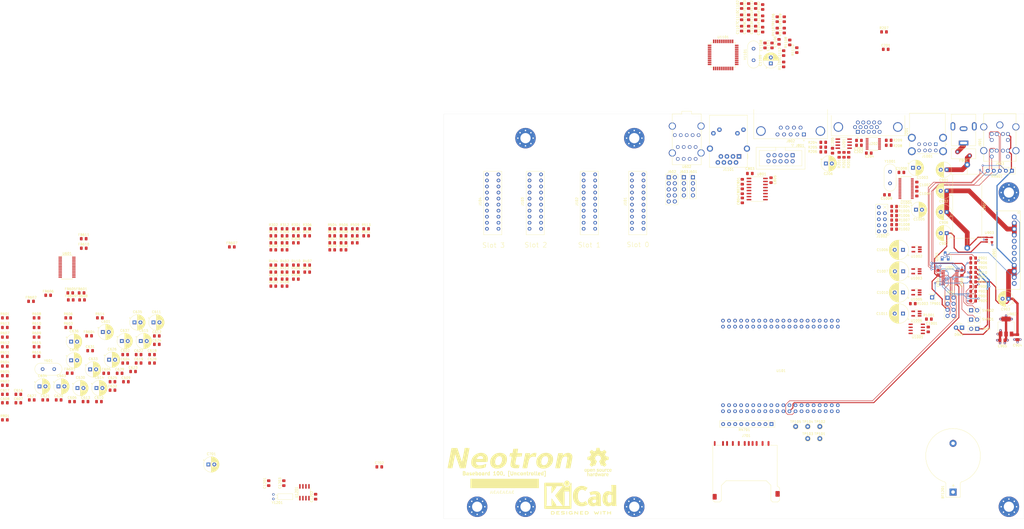
<source format=kicad_pcb>
(kicad_pcb (version 20171130) (host pcbnew 5.1.6+dfsg1-1)
  (title_block (title "Neotron Baseboard 100") (date 2021-01-01) (rev [Uncontrolled]) (company https://neotron-compute.github.io) (comment 1 "Licensed as CC BY-SA") (comment 2 "Copyright (c) The Neotron Developers, 2021"))
  (layers (0 F.Cu signal) (1 Gnd.Cu power hide) (2 Vcc.Cu power hide) (31 B.Cu signal) (34 B.Paste user hide) (35 F.Paste user hide) (36 B.SilkS user hide) (37 F.SilkS user) (38 B.Mask user hide) (39 F.Mask user hide) (44 Edge.Cuts user))
  (net 0 "")
  (net 1 +3V3)
  (net 2 GND)
  (net 3 "Net-(C802-Pad2)")
  (net 4 "Net-(C802-Pad1)")
  (net 5 "Net-(C803-Pad2)")
  (net 6 "Net-(C804-Pad2)")
  (net 7 GNDA)
  (net 8 /Audio/LineL)
  (net 9 /Audio/LineR)
  (net 10 /Audio/FrontHPL)
  (net 11 /Audio/FrontHPR)
  (net 12 "Net-(J201-Pad0)")
  (net 13 /Serial/RS232_CTS_IN)
  (net 14 /Serial/RS232_RX_IN)
  (net 15 /Serial/RS232_RTS_OUT)
  (net 16 /Serial/RS232_TX_OUT)
  (net 17 "Net-(J802-Pad0)")
  (net 18 /Audio/3V3_DIGITAL)
  (net 19 /Audio/3V3_ANALOG)
  (net 20 /Audio/RearMicL)
  (net 21 /Audio/RearInL)
  (net 22 /Audio/RearInR)
  (net 23 /Audio/CDInR)
  (net 24 /Audio/CDInL)
  (net 25 /Audio/RearHPL)
  (net 26 /Audio/RearHPR)
  (net 27 /Audio/FrontMicR)
  (net 28 /Audio/FrontMicL)
  (net 29 /Audio/5V0_ANALOG)
  (net 30 /Audio/BIASOUT)
  (net 31 /Audio/MICIN)
  (net 32 +5V)
  (net 33 /USB/USBD2-)
  (net 34 /USB/USBD2+)
  (net 35 /USB/USBD1-)
  (net 36 /USB/USBD1+)
  (net 37 /USB/USBD4+)
  (net 38 /USB/USBD4-)
  (net 39 /USB/USBD3-)
  (net 40 /USB/USBD3+)
  (net 41 /Video/VGA_DDC_SCL)
  (net 42 /Video/VGA_VSYNC)
  (net 43 /Video/VGA_HSYNC)
  (net 44 /Video/VGA_DDC_SDA)
  (net 45 /Video/VGA_BLU)
  (net 46 /Video/VGA_GRN)
  (net 47 /Video/VGA_RED)
  (net 48 "Net-(R201-Pad2)")
  (net 49 "Net-(R202-Pad2)")
  (net 50 "Net-(R203-Pad2)")
  (net 51 "Net-(C201-Pad2)")
  (net 52 /USB/USB_5V)
  (net 53 "/SD Card/~WRITE_PROTECT")
  (net 54 "/SD Card/~CARD_DETECT")
  (net 55 "/SD Card/DAT2")
  (net 56 "/SD Card/DAT1")
  (net 57 "/SD Card/DAT0")
  (net 58 "/SD Card/CLK")
  (net 59 "/SD Card/CMD")
  (net 60 "/SD Card/DAT3")
  (net 61 /USB/~ENABLE)
  (net 62 "Net-(R503-Pad2)")
  (net 63 "/Power Supply/DC_ON")
  (net 64 "/Power Supply/PS2_CLK0")
  (net 65 "/Power Supply/PS2_DAT0")
  (net 66 "/Power Supply/PS2_CLK1")
  (net 67 "/Power Supply/PS2_DAT1")
  (net 68 "/Power Supply/MON_3V3")
  (net 69 "/Power Supply/MON_5V")
  (net 70 /USB/USB_3V3)
  (net 71 /Video/RED_ANA)
  (net 72 /Video/GREEN_ANA)
  (net 73 /Video/BLUE_ANA)
  (net 74 "Net-(R504-Pad2)")
  (net 75 +BATT)
  (net 76 "Net-(C902-Pad1)")
  (net 77 "Net-(C605-Pad2)")
  (net 78 "Net-(C605-Pad1)")
  (net 79 "Net-(C606-Pad2)")
  (net 80 "Net-(C606-Pad1)")
  (net 81 "Net-(C607-Pad2)")
  (net 82 "Net-(C609-Pad2)")
  (net 83 "Net-(C614-Pad2)")
  (net 84 "Net-(C614-Pad1)")
  (net 85 "Net-(C615-Pad2)")
  (net 86 "Net-(C615-Pad1)")
  (net 87 "Net-(C620-Pad2)")
  (net 88 "Net-(C620-Pad1)")
  (net 89 "Net-(C621-Pad2)")
  (net 90 "Net-(C621-Pad1)")
  (net 91 "Net-(C622-Pad2)")
  (net 92 "Net-(C624-Pad2)")
  (net 93 "Net-(C626-Pad1)")
  (net 94 "Net-(C628-Pad2)")
  (net 95 "Net-(C629-Pad1)")
  (net 96 "Net-(C630-Pad2)")
  (net 97 "Net-(C630-Pad1)")
  (net 98 "Net-(C633-Pad1)")
  (net 99 "Net-(C635-Pad1)")
  (net 100 "Net-(C637-Pad1)")
  (net 101 "Net-(C801-Pad2)")
  (net 102 "Net-(C801-Pad1)")
  (net 103 "Net-(C901-Pad1)")
  (net 104 "Net-(C1006-Pad1)")
  (net 105 "Net-(C1007-Pad1)")
  (net 106 "Net-(C1008-Pad1)")
  (net 107 "Net-(C1009-Pad1)")
  (net 108 "Net-(C1010-Pad1)")
  (net 109 "Net-(C1011-Pad1)")
  (net 110 "Net-(C1101-Pad1)")
  (net 111 "Net-(C1102-Pad1)")
  (net 112 "Net-(C1103-Pad1)")
  (net 113 "Net-(C1104-Pad1)")
  (net 114 "Net-(C1105-Pad1)")
  (net 115 "Net-(C1202-Pad1)")
  (net 116 "Net-(C1203-Pad1)")
  (net 117 "Net-(D901-Pad2)")
  (net 118 "Net-(F901-Pad2)")
  (net 119 /~RESET)
  (net 120 /I2C_SDA)
  (net 121 /I2C_SCL)
  (net 122 /~IRQ0)
  (net 123 /~CS0)
  (net 124 /SPI_CLK)
  (net 125 /SPI_CIPO)
  (net 126 /SPI_COPI)
  (net 127 /~IRQ1)
  (net 128 /~CS1)
  (net 129 /~IRQ2)
  (net 130 /~CS2)
  (net 131 /~IRQ3)
  (net 132 /~CS3)
  (net 133 "Net-(J1101-Pad13)")
  (net 134 "Net-(J1101-PadL4)")
  (net 135 "Net-(J1101-PadL1)")
  (net 136 "Net-(J1101-PadR6)")
  (net 137 "Net-(J1101-PadR3)")
  (net 138 "Net-(J1101-PadR2)")
  (net 139 "Net-(J1101-PadR1)")
  (net 140 "Net-(R301-Pad2)")
  (net 141 /R0)
  (net 142 "Net-(R302-Pad2)")
  (net 143 /R1)
  (net 144 "Net-(R303-Pad2)")
  (net 145 /R2)
  (net 146 "Net-(R304-Pad2)")
  (net 147 /R3)
  (net 148 "Net-(R305-Pad2)")
  (net 149 /R4)
  (net 150 /R5)
  (net 151 "Net-(R401-Pad2)")
  (net 152 /G0)
  (net 153 "Net-(R402-Pad2)")
  (net 154 /G1)
  (net 155 "Net-(R403-Pad2)")
  (net 156 /G2)
  (net 157 "Net-(R404-Pad2)")
  (net 158 /G3)
  (net 159 "Net-(R405-Pad2)")
  (net 160 /G4)
  (net 161 /G5)
  (net 162 "Net-(R501-Pad2)")
  (net 163 /B0)
  (net 164 "Net-(R502-Pad2)")
  (net 165 /B1)
  (net 166 /B2)
  (net 167 /B3)
  (net 168 "Net-(R505-Pad2)")
  (net 169 /B4)
  (net 170 /B5)
  (net 171 "Net-(R1002-Pad1)")
  (net 172 "Net-(R1003-Pad2)")
  (net 173 "Net-(R1004-Pad2)")
  (net 174 "Net-(R1005-Pad2)")
  (net 175 "Net-(R1006-Pad2)")
  (net 176 "Net-(R1007-Pad2)")
  (net 177 "Net-(R1008-Pad1)")
  (net 178 /~IRQ4)
  (net 179 "Net-(R1108-Pad1)")
  (net 180 "Net-(R1109-Pad1)")
  (net 181 "Net-(R1111-Pad1)")
  (net 182 "Net-(R1112-Pad1)")
  (net 183 /~IRQ5)
  (net 184 /~CS5)
  (net 185 /~IRQ6)
  (net 186 /~CS6)
  (net 187 /~CS7)
  (net 188 /Serial/RS232_RX_TO_MCU)
  (net 189 /Serial/RS232_TX_FROM_MCU)
  (net 190 /Audio/AUDIO_BIT_CLK_TO_CODEC)
  (net 191 /Audio/AUDIO_DAT_TO_CODEC)
  (net 192 /Audio/AUDIO_LR_TO_CODEC)
  (net 193 /Audio/AUDIO_DAT_FROM_CODEC)
  (net 194 /Audio/AUDIO_LR_FROM_CODEC)
  (net 195 /USB/USBD-)
  (net 196 /USB/USBD+)
  (net 197 /Serial/RS232_RTS_FROM_MCU)
  (net 198 /Serial/RS232_CTS_TO_MCU)
  (net 199 /~IRQ7)
  (net 200 /Video/DDC_SCL)
  (net 201 /Video/HSYNC)
  (net 202 /Video/VSYNC)
  (net 203 /~CS4)
  (net 204 /Video/DDC_SDA)
  (net 205 "Net-(U1002-Pad3)")
  (net 206 +3.3VP)
  (net 207 "/Power Supply/BOOT0")
  (net 208 "/Power Supply/SCL_U1TX")
  (net 209 "/Power Supply/SDA_U1RX")
  (net 210 "/Power Supply/~PSU_EN")
  (net 211 "Net-(Q901-Pad2)")
  (net 212 "/Power Supply/~STATUS_LED")
  (net 213 "/Power Supply/~BUTTON_RST")
  (net 214 "/Power Supply/~BUTTON_PWR")
  (net 215 "/Power Supply/USART1_TX")
  (net 216 "/Power Supply/~BMC_RST")
  (net 217 "Net-(J904-Pad1)")
  (net 218 "Net-(R902-Pad2)")
  (module Inductor_THT:L_Axial_L26.7mm_D12.1mm_P35.00mm_Horizontal_Vishay_IHA-103 (layer F.Cu) (at 253.75 52.5 270)
    (fp_text reference L901 (at 17.5 -7.155 90) (layer F.SilkS))
    (fp_text value "22uH 6A")
    (pad 2 thru_hole oval (at 35 0 270) (size 2.4 2.4) (drill 1.2) (layers *.Cu *.Mask) (net 76 "Net-(C902-Pad1)"))
    (pad 1 thru_hole circle (at 0 0 270) (size 2.4 2.4) (drill 1.2) (layers *.Cu *.Mask) (net 103 "Net-(C901-Pad1)"))
  )
  (module Neotron-Common-Hardware:USB_Header (layer F.Cu) (at 217.8578 83.0544 180)
    (fp_text reference J1002 (at 0 0.5) (layer F.SilkS))
    (fp_text value "USB Ports Internal")
    (pad 9 thru_hole circle (at 1.27 12.7 180) (size 1.524 1.524) (drill 0.762) (layers *.Cu *.Mask) (net 2 GND))
    (pad 8 thru_hole circle (at 1.27 10.16 180) (size 1.524 1.524) (drill 0.762) (layers *.Cu *.Mask) (net 2 GND))
    (pad 6 thru_hole circle (at 1.27 5.08 180) (size 1.524 1.524) (drill 0.762) (layers *.Cu *.Mask) (net 37 /USB/USBD4+))
    (pad 5 thru_hole circle (at 1.27 2.54 180) (size 1.524 1.524) (drill 0.762) (layers *.Cu *.Mask) (net 109 "Net-(C1011-Pad1)"))
    (pad 7 thru_hole circle (at 1.27 7.62 180) (size 1.524 1.524) (drill 0.762) (layers *.Cu *.Mask) (net 38 /USB/USBD4-))
    (pad 4 thru_hole circle (at -1.27 10.16 180) (size 1.524 1.524) (drill 0.762) (layers *.Cu *.Mask) (net 2 GND))
    (pad 3 thru_hole circle (at -1.27 7.62 180) (size 1.524 1.524) (drill 0.762) (layers *.Cu *.Mask) (net 39 /USB/USBD3-))
    (pad 2 thru_hole circle (at -1.27 5.08 180) (size 1.524 1.524) (drill 0.762) (layers *.Cu *.Mask) (net 40 /USB/USBD3+))
    (pad 1 thru_hole circle (at -1.27 2.54 180) (size 1.524 1.524) (drill 0.762) (layers *.Cu *.Mask) (net 108 "Net-(C1010-Pad1)"))
  )
  (module Package_TO_SOT_THT:TO-92_HandSolder (layer F.Cu) (at 243.21 91.5)
    (fp_text reference Q901 (at -2.23 -0.27 270) (layer F.SilkS))
    (fp_text value BC548)
    (pad 1 thru_hole rect (at 0 0) (size 1.1 1.8) (drill 0.75 (offset 0 0.4)) (layers *.Cu *.Mask) (net 210 "/Power Supply/~PSU_EN"))
    (pad 3 thru_hole roundrect (at 2.54 0) (size 1.1 1.8) (drill 0.75 (offset 0 0.4)) (layers *.Cu *.Mask) (net 2 GND))
    (pad 2 thru_hole roundrect (at 1.27 -1.27) (size 1.1 1.8) (drill 0.75 (offset 0 -0.4)) (layers *.Cu *.Mask) (net 211 "Net-(Q901-Pad2)"))
  )
  (module Neotron-Common-Hardware:K78xx-3AR3 (layer F.Cu) (at 273.5 87.17 270)
    (fp_text reference U901 (at 2.33 8.5 90) (layer F.SilkS))
    (fp_text value "5V DC-DC Module")
    (pad 5 thru_hole circle (at 15.24 0 270) (size 2 2) (drill 1.2) (layers *.Cu *.Mask))
    (pad 4 thru_hole circle (at 12.7 0 270) (size 2 2) (drill 1.2) (layers *.Cu *.Mask) (net 32 +5V))
    (pad 4 thru_hole circle (at 10.16 0 270) (size 2 2) (drill 1.2) (layers *.Cu *.Mask) (net 32 +5V))
    (pad 4 thru_hole circle (at 7.62 0 270) (size 2 2) (drill 1.2) (layers *.Cu *.Mask) (net 32 +5V))
    (pad 3 thru_hole circle (at 5.08 0 270) (size 2 2) (drill 1.2) (layers *.Cu *.Mask) (net 2 GND))
    (pad 3 thru_hole circle (at 2.54 0 270) (size 2 2) (drill 1.2) (layers *.Cu *.Mask) (net 2 GND))
    (pad 3 thru_hole circle (at 0 0 270) (size 2 2) (drill 1.2) (layers *.Cu *.Mask) (net 2 GND))
    (pad 3 thru_hole circle (at -2.54 0 270) (size 2 2) (drill 1.2) (layers *.Cu *.Mask) (net 2 GND))
    (pad 2 thru_hole circle (at -5.08 0 270) (size 2 2) (drill 1.2) (layers *.Cu *.Mask) (net 76 "Net-(C902-Pad1)"))
    (pad 2 thru_hole circle (at -7.62 0 270) (size 2 2) (drill 1.2) (layers *.Cu *.Mask) (net 76 "Net-(C902-Pad1)"))
    (pad 2 thru_hole circle (at -10.16 0 270) (size 2 2) (drill 1.2) (layers *.Cu *.Mask) (net 76 "Net-(C902-Pad1)"))
    (pad 1 thru_hole circle (at -12.7 0 270) (size 2 2) (drill 1.2) (layers *.Cu *.Mask) (net 210 "/Power Supply/~PSU_EN"))
  )
  (module LED_THT:LED_D3.0mm (layer F.Cu) (at 251.54 121 180)
    (fp_text reference D901 (at 1.27 -2.96) (layer F.SilkS))
    (fp_text value LED)
    (pad 2 thru_hole circle (at 2.54 0 180) (size 1.8 1.8) (drill 0.9) (layers *.Cu *.Mask) (net 117 "Net-(D901-Pad2)"))
    (pad 1 thru_hole rect (at 0 0 180) (size 1.8 1.8) (drill 0.9) (layers *.Cu *.Mask) (net 2 GND))
  )
  (module Resistor_SMD:R_0805_2012Metric_Pad1.15x1.40mm_HandSolder (layer F.Cu) (at 256.25 97.75)
    (fp_text reference R910 (at 3.95 0.1) (layer F.SilkS))
    (fp_text value 1k)
    (pad 2 smd roundrect (at 1.025 0) (size 1.15 1.4) (layers F.Cu F.Paste F.Mask) (roundrect_rratio 0.217391) (net 217 "Net-(J904-Pad1)"))
    (pad 1 smd roundrect (at -1.025 0) (size 1.15 1.4) (layers F.Cu F.Paste F.Mask) (roundrect_rratio 0.217391) (net 212 "/Power Supply/~STATUS_LED"))
  )
  (module Connector_PinHeader_2.54mm:PinHeader_1x02_P2.54mm_Vertical (layer F.Cu) (at 257.94 121.5 270)
    (fp_text reference J904 (at 0.05 -3.81 180) (layer F.SilkS))
    (fp_text value Header)
    (pad 2 thru_hole oval (at 0 2.54 270) (size 1.7 1.7) (drill 1) (layers *.Cu *.Mask) (net 2 GND))
    (pad 1 thru_hole rect (at 0 0 270) (size 1.7 1.7) (drill 1) (layers *.Cu *.Mask) (net 217 "Net-(J904-Pad1)"))
  )
  (module Connector_PinHeader_2.54mm:PinHeader_2x04_P2.54mm_Vertical (layer F.Cu) (at 245.46 108.43)
    (fp_text reference J902 (at 1.27 -2.33) (layer F.SilkS))
    (fp_text value Conn_02x04_Odd_Even)
    (pad 8 thru_hole oval (at 2.54 7.62) (size 1.7 1.7) (drill 1) (layers *.Cu *.Mask) (net 2 GND))
    (pad 7 thru_hole oval (at 0 7.62) (size 1.7 1.7) (drill 1) (layers *.Cu *.Mask) (net 207 "/Power Supply/BOOT0"))
    (pad 6 thru_hole oval (at 2.54 5.08) (size 1.7 1.7) (drill 1) (layers *.Cu *.Mask) (net 216 "/Power Supply/~BMC_RST"))
    (pad 5 thru_hole oval (at 0 5.08) (size 1.7 1.7) (drill 1) (layers *.Cu *.Mask) (net 206 +3.3VP))
    (pad 4 thru_hole oval (at 2.54 2.54) (size 1.7 1.7) (drill 1) (layers *.Cu *.Mask) (net 209 "/Power Supply/SDA_U1RX"))
    (pad 3 thru_hole oval (at 0 2.54) (size 1.7 1.7) (drill 1) (layers *.Cu *.Mask) (net 120 /I2C_SDA))
    (pad 2 thru_hole oval (at 2.54 0) (size 1.7 1.7) (drill 1) (layers *.Cu *.Mask) (net 208 "/Power Supply/SCL_U1TX"))
    (pad 1 thru_hole rect (at 0 0) (size 1.7 1.7) (drill 1) (layers *.Cu *.Mask) (net 121 /I2C_SCL))
  )
  (module Crystal:Crystal_DS26_D2.0mm_L6.0mm_Horizontal (layer F.Cu) (at -37.93076 193.005 90)
    (fp_text reference Y1201 (at -1.57 1.625) (layer F.SilkS))
    (fp_text value "32,768 Hz")
    (pad 2 thru_hole circle (at 1.9 0 90) (size 1 1) (drill 0.5) (layers *.Cu *.Mask) (net 115 "Net-(C1202-Pad1)"))
    (pad 1 thru_hole circle (at 0 0 90) (size 1 1) (drill 0.5) (layers *.Cu *.Mask) (net 116 "Net-(C1203-Pad1)"))
  )
  (module Package_SO:TSSOP-20_4.4x6.5mm_P0.65mm (layer F.Cu) (at 246.5 100)
    (fp_text reference U904 (at 0 -4.25) (layer F.SilkS))
    (fp_text value STM32F030F4Px)
    (pad 20 smd roundrect (at 2.8625 -2.925) (size 1.475 0.4) (layers F.Cu F.Paste F.Mask) (net 66 "/Power Supply/PS2_CLK1"))
    (pad 19 smd roundrect (at 2.8625 -2.275) (size 1.475 0.4) (layers F.Cu F.Paste F.Mask) (net 67 "/Power Supply/PS2_DAT1"))
    (pad 18 smd roundrect (at 2.8625 -1.625) (size 1.475 0.4) (layers F.Cu F.Paste F.Mask) (net 209 "/Power Supply/SDA_U1RX"))
    (pad 17 smd roundrect (at 2.8625 -0.975) (size 1.475 0.4) (layers F.Cu F.Paste F.Mask) (net 208 "/Power Supply/SCL_U1TX"))
    (pad 16 smd roundrect (at 2.8625 -0.325) (size 1.475 0.4) (layers F.Cu F.Paste F.Mask) (net 206 +3.3VP))
    (pad 15 smd roundrect (at 2.8625 0.325) (size 1.475 0.4) (layers F.Cu F.Paste F.Mask) (net 2 GND))
    (pad 14 smd roundrect (at 2.8625 0.975) (size 1.475 0.4) (layers F.Cu F.Paste F.Mask) (net 199 /~IRQ7))
    (pad 13 smd roundrect (at 2.8625 1.625) (size 1.475 0.4) (layers F.Cu F.Paste F.Mask) (net 214 "/Power Supply/~BUTTON_PWR"))
    (pad 12 smd roundrect (at 2.8625 2.275) (size 1.475 0.4) (layers F.Cu F.Paste F.Mask) (net 213 "/Power Supply/~BUTTON_RST"))
    (pad 11 smd roundrect (at 2.8625 2.925) (size 1.475 0.4) (layers F.Cu F.Paste F.Mask) (net 119 /~RESET))
    (pad 10 smd roundrect (at -2.8625 2.925) (size 1.475 0.4) (layers F.Cu F.Paste F.Mask) (net 63 "/Power Supply/DC_ON"))
    (pad 9 smd roundrect (at -2.8625 2.275) (size 1.475 0.4) (layers F.Cu F.Paste F.Mask) (net 212 "/Power Supply/~STATUS_LED"))
    (pad 8 smd roundrect (at -2.8625 1.625) (size 1.475 0.4) (layers F.Cu F.Paste F.Mask) (net 215 "/Power Supply/USART1_TX"))
    (pad 7 smd roundrect (at -2.8625 0.975) (size 1.475 0.4) (layers F.Cu F.Paste F.Mask) (net 69 "/Power Supply/MON_5V"))
    (pad 6 smd roundrect (at -2.8625 0.325) (size 1.475 0.4) (layers F.Cu F.Paste F.Mask) (net 68 "/Power Supply/MON_3V3"))
    (pad 5 smd roundrect (at -2.8625 -0.325) (size 1.475 0.4) (layers F.Cu F.Paste F.Mask) (net 206 +3.3VP))
    (pad 4 smd roundrect (at -2.8625 -0.975) (size 1.475 0.4) (layers F.Cu F.Paste F.Mask) (net 216 "/Power Supply/~BMC_RST"))
    (pad 3 smd roundrect (at -2.8625 -1.625) (size 1.475 0.4) (layers F.Cu F.Paste F.Mask) (net 64 "/Power Supply/PS2_CLK0"))
    (pad 2 smd roundrect (at -2.8625 -2.275) (size 1.475 0.4) (layers F.Cu F.Paste F.Mask) (net 65 "/Power Supply/PS2_DAT0"))
    (pad 1 smd roundrect (at -2.8625 -2.925) (size 1.475 0.4) (layers F.Cu F.Paste F.Mask) (net 207 "/Power Supply/BOOT0"))
  )
  (module Package_TO_SOT_SMD:SOT-223-3_TabPin2 (layer F.Cu) (at 270.06 120.52 90)
    (fp_text reference U902 (at 5.22 2.44 180) (layer F.SilkS))
    (fp_text value "TLV1117 3.3V 1A")
    (pad 1 smd rect (at -3.15 -2.3 90) (size 2 1.5) (layers F.Cu F.Paste F.Mask) (net 2 GND))
    (pad 3 smd rect (at -3.15 2.3 90) (size 2 1.5) (layers F.Cu F.Paste F.Mask) (net 32 +5V))
    (pad 2 smd rect (at -3.15 0 90) (size 2 1.5) (layers F.Cu F.Paste F.Mask) (net 1 +3V3))
    (pad 2 smd rect (at 3.15 0 90) (size 2 3.8) (layers F.Cu F.Paste F.Mask) (net 1 +3V3))
  )
  (module Connector_PinHeader_2.54mm:PinHeader_1x01_P2.54mm_Vertical (layer F.Cu) (at 238.97 108.27 180)
    (fp_text reference TP901 (at -1.33 -2.63 180) (layer F.SilkS))
    (fp_text value TestPoint)
    (pad 1 thru_hole rect (at 0 0 180) (size 1.7 1.7) (drill 1) (layers *.Cu *.Mask) (net 215 "/Power Supply/USART1_TX"))
  )
  (module Resistor_SMD:R_0805_2012Metric_Pad1.15x1.40mm_HandSolder (layer F.Cu) (at 256.25 105.75)
    (fp_text reference R903 (at 3.975 0) (layer F.SilkS))
    (fp_text value 10k)
    (pad 2 smd roundrect (at 1.025 0) (size 1.15 1.4) (layers F.Cu F.Paste F.Mask) (roundrect_rratio 0.217391) (net 69 "/Power Supply/MON_5V"))
    (pad 1 smd roundrect (at -1.025 0) (size 1.15 1.4) (layers F.Cu F.Paste F.Mask) (roundrect_rratio 0.217391) (net 218 "Net-(R902-Pad2)"))
  )
  (module Resistor_SMD:R_0805_2012Metric_Pad1.15x1.40mm_HandSolder (layer F.Cu) (at 256.25 99.75)
    (fp_text reference R907 (at 3.975 0) (layer F.SilkS))
    (fp_text value 10k)
    (pad 2 smd roundrect (at 1.025 0) (size 1.15 1.4) (layers F.Cu F.Paste F.Mask) (roundrect_rratio 0.217391) (net 2 GND))
    (pad 1 smd roundrect (at -1.025 0) (size 1.15 1.4) (layers F.Cu F.Paste F.Mask) (roundrect_rratio 0.217391) (net 207 "/Power Supply/BOOT0"))
  )
  (module Resistor_SMD:R_0805_2012Metric_Pad1.15x1.40mm_HandSolder (layer F.Cu) (at 256.25 93.75)
    (fp_text reference R906 (at 4 0 180) (layer F.SilkS))
    (fp_text value 10k)
    (pad 2 smd roundrect (at 1.025 0) (size 1.15 1.4) (layers F.Cu F.Paste F.Mask) (roundrect_rratio 0.217391) (net 2 GND))
    (pad 1 smd roundrect (at -1.025 0) (size 1.15 1.4) (layers F.Cu F.Paste F.Mask) (roundrect_rratio 0.217391) (net 63 "/Power Supply/DC_ON"))
  )
  (module Resistor_SMD:R_0805_2012Metric_Pad1.15x1.40mm_HandSolder (layer F.Cu) (at 256.25 91.75 180)
    (fp_text reference R901 (at -4 0) (layer F.SilkS))
    (fp_text value 2k)
    (pad 2 smd roundrect (at 1.025 0 180) (size 1.15 1.4) (layers F.Cu F.Paste F.Mask) (roundrect_rratio 0.217391) (net 63 "/Power Supply/DC_ON"))
    (pad 1 smd roundrect (at -1.025 0 180) (size 1.15 1.4) (layers F.Cu F.Paste F.Mask) (roundrect_rratio 0.217391) (net 211 "Net-(Q901-Pad2)"))
  )
  (module Fuse:Fuse_BelFuse_0ZRE0016FF_L9.9mm_W3.8mm (layer F.Cu) (at 254.74 48.706 180)
    (fp_text reference F901 (at 2.54 -2.094) (layer F.SilkS))
    (fp_text value "32V 2A PTC")
    (pad 1 thru_hole circle (at 0 0 180) (size 1.27 1.27) (drill 0.71) (layers *.Cu *.Mask) (net 103 "Net-(C901-Pad1)"))
    (pad 2 thru_hole circle (at 5.1 1.6 180) (size 1.27 1.27) (drill 0.71) (layers *.Cu *.Mask) (net 118 "Net-(F901-Pad2)"))
  )
  (module Capacitor_SMD:C_0805_2012Metric_Pad1.15x1.40mm_HandSolder (layer F.Cu) (at 251.5 97.975 90)
    (fp_text reference C908 (at -4.025 0 90) (layer F.SilkS))
    (fp_text value 100n)
    (pad 2 smd roundrect (at 1.025 0 90) (size 1.15 1.4) (layers F.Cu F.Paste F.Mask) (roundrect_rratio 0.217391) (net 2 GND))
    (pad 1 smd roundrect (at -1.025 0 90) (size 1.15 1.4) (layers F.Cu F.Paste F.Mask) (roundrect_rratio 0.217391) (net 206 +3.3VP))
  )
  (module Capacitor_SMD:C_0805_2012Metric_Pad1.15x1.40mm_HandSolder (layer F.Cu) (at 268.545 126.26 180)
    (fp_text reference C905 (at 0.045 -2.49) (layer F.SilkS))
    (fp_text value 1u)
    (pad 2 smd roundrect (at 1.025 0 180) (size 1.15 1.4) (layers F.Cu F.Paste F.Mask) (roundrect_rratio 0.217391) (net 2 GND))
    (pad 1 smd roundrect (at -1.025 0 180) (size 1.15 1.4) (layers F.Cu F.Paste F.Mask) (roundrect_rratio 0.217391) (net 1 +3V3))
  )
  (module Capacitor_THT:CP_Radial_D6.3mm_P2.50mm (layer F.Cu) (at 245.11 63.5 180)
    (fp_text reference C902 (at 1.25 -4.4) (layer F.SilkS))
    (fp_text value "100u 50V")
    (pad 2 thru_hole circle (at 2.5 0 180) (size 1.6 1.6) (drill 0.8) (layers *.Cu *.Mask) (net 2 GND))
    (pad 1 thru_hole rect (at 0 0 180) (size 1.6 1.6) (drill 0.8) (layers *.Cu *.Mask) (net 76 "Net-(C902-Pad1)"))
  )
  (module Capacitor_THT:CP_Radial_D6.3mm_P2.50mm (layer F.Cu) (at 245.11 54.61 180)
    (fp_text reference C901 (at 1.25 -4.4) (layer F.SilkS))
    (fp_text value "100u 50V")
    (pad 2 thru_hole circle (at 2.5 0 180) (size 1.6 1.6) (drill 0.8) (layers *.Cu *.Mask) (net 2 GND))
    (pad 1 thru_hole rect (at 0 0 180) (size 1.6 1.6) (drill 0.8) (layers *.Cu *.Mask) (net 103 "Net-(C901-Pad1)"))
  )
  (module Package_SO:SO-16_5.3x10.2mm_P1.27mm (layer F.Cu) (at 165.4525 62.7375)
    (fp_text reference U801 (at 1.87 -6.286) (layer F.SilkS))
    (fp_text value ST3232CDR)
    (pad 16 smd roundrect (at 3.4625 -4.445) (size 1.975 0.6) (layers F.Cu F.Paste F.Mask) (net 1 +3V3))
    (pad 15 smd roundrect (at 3.4625 -3.175) (size 1.975 0.6) (layers F.Cu F.Paste F.Mask) (net 2 GND))
    (pad 14 smd roundrect (at 3.4625 -1.905) (size 1.975 0.6) (layers F.Cu F.Paste F.Mask) (net 16 /Serial/RS232_TX_OUT))
    (pad 13 smd roundrect (at 3.4625 -0.635) (size 1.975 0.6) (layers F.Cu F.Paste F.Mask) (net 14 /Serial/RS232_RX_IN))
    (pad 12 smd roundrect (at 3.4625 0.635) (size 1.975 0.6) (layers F.Cu F.Paste F.Mask) (net 188 /Serial/RS232_RX_TO_MCU))
    (pad 11 smd roundrect (at 3.4625 1.905) (size 1.975 0.6) (layers F.Cu F.Paste F.Mask) (net 189 /Serial/RS232_TX_FROM_MCU))
    (pad 10 smd roundrect (at 3.4625 3.175) (size 1.975 0.6) (layers F.Cu F.Paste F.Mask) (net 197 /Serial/RS232_RTS_FROM_MCU))
    (pad 9 smd roundrect (at 3.4625 4.445) (size 1.975 0.6) (layers F.Cu F.Paste F.Mask) (net 198 /Serial/RS232_CTS_TO_MCU))
    (pad 8 smd roundrect (at -3.4625 4.445) (size 1.975 0.6) (layers F.Cu F.Paste F.Mask) (net 13 /Serial/RS232_CTS_IN))
    (pad 7 smd roundrect (at -3.4625 3.175) (size 1.975 0.6) (layers F.Cu F.Paste F.Mask) (net 15 /Serial/RS232_RTS_OUT))
    (pad 6 smd roundrect (at -3.4625 1.905) (size 1.975 0.6) (layers F.Cu F.Paste F.Mask) (net 6 "Net-(C804-Pad2)"))
    (pad 5 smd roundrect (at -3.4625 0.635) (size 1.975 0.6) (layers F.Cu F.Paste F.Mask) (net 3 "Net-(C802-Pad2)"))
    (pad 4 smd roundrect (at -3.4625 -0.635) (size 1.975 0.6) (layers F.Cu F.Paste F.Mask) (net 4 "Net-(C802-Pad1)"))
    (pad 3 smd roundrect (at -3.4625 -1.905) (size 1.975 0.6) (layers F.Cu F.Paste F.Mask) (net 102 "Net-(C801-Pad1)"))
    (pad 2 smd roundrect (at -3.4625 -3.175) (size 1.975 0.6) (layers F.Cu F.Paste F.Mask) (net 5 "Net-(C803-Pad2)"))
    (pad 1 smd roundrect (at -3.4625 -4.445) (size 1.975 0.6) (layers F.Cu F.Paste F.Mask) (net 101 "Net-(C801-Pad2)"))
  )
  (module Neotron-Common-Hardware:Neotron_CPU_Socket (layer F.Cu) (at 175.1965 137.0965)
    (fp_text reference U101 (at 0.254 2.032) (layer F.SilkS))
    (fp_text value Neotron-CPU)
    (pad 2.3 thru_hole circle (at -19.05 -16.51 90) (size 1.524 1.524) (drill 0.762) (layers *.Cu *.Mask) (net 188 /Serial/RS232_RX_TO_MCU))
    (pad 2.4 thru_hole circle (at -16.51 -16.51 90) (size 1.524 1.524) (drill 0.762) (layers *.Cu *.Mask) (net 189 /Serial/RS232_TX_FROM_MCU))
    (pad 2.5 thru_hole circle (at -13.97 -16.51 90) (size 1.524 1.524) (drill 0.762) (layers *.Cu *.Mask))
    (pad 2.6 thru_hole circle (at -11.43 -16.51 90) (size 1.524 1.524) (drill 0.762) (layers *.Cu *.Mask))
    (pad 2.7 thru_hole circle (at -8.89 -16.51 90) (size 1.524 1.524) (drill 0.762) (layers *.Cu *.Mask) (net 1 +3V3))
    (pad 2.8 thru_hole circle (at -6.35 -16.51 90) (size 1.524 1.524) (drill 0.762) (layers *.Cu *.Mask) (net 1 +3V3))
    (pad 2.9 thru_hole circle (at -3.81 -16.51 90) (size 1.524 1.524) (drill 0.762) (layers *.Cu *.Mask) (net 1 +3V3))
    (pad 2.10 thru_hole circle (at -1.27 -16.51 90) (size 1.524 1.524) (drill 0.762) (layers *.Cu *.Mask) (net 2 GND))
    (pad 2.11 thru_hole circle (at 1.27 -16.51 90) (size 1.524 1.524) (drill 0.762) (layers *.Cu *.Mask) (net 2 GND))
    (pad 2.13 thru_hole circle (at 6.35 -16.51 180) (size 1.524 1.524) (drill 0.762) (layers *.Cu *.Mask) (net 190 /Audio/AUDIO_BIT_CLK_TO_CODEC))
    (pad 2.14 thru_hole circle (at 8.89 -16.51 180) (size 1.524 1.524) (drill 0.762) (layers *.Cu *.Mask) (net 191 /Audio/AUDIO_DAT_TO_CODEC))
    (pad 2.15 thru_hole circle (at 11.43 -16.51 180) (size 1.524 1.524) (drill 0.762) (layers *.Cu *.Mask) (net 192 /Audio/AUDIO_LR_TO_CODEC))
    (pad 2.16 thru_hole circle (at 13.97 -16.51 180) (size 1.524 1.524) (drill 0.762) (layers *.Cu *.Mask) (net 193 /Audio/AUDIO_DAT_FROM_CODEC))
    (pad 2.17 thru_hole circle (at 16.51 -16.51 180) (size 1.524 1.524) (drill 0.762) (layers *.Cu *.Mask) (net 194 /Audio/AUDIO_LR_FROM_CODEC))
    (pad 2.18 thru_hole circle (at 19.05 -16.51 180) (size 1.524 1.524) (drill 0.762) (layers *.Cu *.Mask) (net 61 /USB/~ENABLE))
    (pad 2.19 thru_hole circle (at 21.59 -16.51 180) (size 1.524 1.524) (drill 0.762) (layers *.Cu *.Mask) (net 195 /USB/USBD-))
    (pad 2.20 thru_hole circle (at 24.13 -16.51 180) (size 1.524 1.524) (drill 0.762) (layers *.Cu *.Mask) (net 196 /USB/USBD+))
    (pad 3.11 thru_hole circle (at 1.27 16.51 90) (size 1.524 1.524) (drill 0.762) (layers *.Cu *.Mask) (net 32 +5V))
    (pad 3.10 thru_hole circle (at -1.27 16.51 90) (size 1.524 1.524) (drill 0.762) (layers *.Cu *.Mask) (net 32 +5V))
    (pad 3.9 thru_hole circle (at -3.81 16.51 90) (size 1.524 1.524) (drill 0.762) (layers *.Cu *.Mask) (net 2 GND))
    (pad 3.8 thru_hole circle (at -6.35 16.51 90) (size 1.524 1.524) (drill 0.762) (layers *.Cu *.Mask) (net 2 GND))
    (pad 3.7 thru_hole circle (at -8.89 16.51 90) (size 1.524 1.524) (drill 0.762) (layers *.Cu *.Mask) (net 2 GND))
    (pad 3.6 thru_hole circle (at -11.43 16.51 90) (size 1.524 1.524) (drill 0.762) (layers *.Cu *.Mask))
    (pad 3.5 thru_hole circle (at -13.97 16.51 90) (size 1.524 1.524) (drill 0.762) (layers *.Cu *.Mask))
    (pad 3.4 thru_hole circle (at -16.51 16.51 90) (size 1.524 1.524) (drill 0.762) (layers *.Cu *.Mask) (net 197 /Serial/RS232_RTS_FROM_MCU))
    (pad 3.3 thru_hole circle (at -19.05 16.51 90) (size 1.524 1.524) (drill 0.762) (layers *.Cu *.Mask) (net 198 /Serial/RS232_CTS_TO_MCU))
    (pad 3.2 thru_hole circle (at -21.59 16.51 90) (size 1.524 1.524) (drill 0.762) (layers *.Cu *.Mask) (net 121 /I2C_SCL))
    (pad 4.13 thru_hole circle (at 6.35 19.05) (size 1.524 1.524) (drill 0.762) (layers *.Cu *.Mask) (net 199 /~IRQ7))
    (pad 4.14 thru_hole circle (at 8.89 19.05) (size 1.524 1.524) (drill 0.762) (layers *.Cu *.Mask) (net 185 /~IRQ6))
    (pad 4.15 thru_hole circle (at 11.43 19.05) (size 1.524 1.524) (drill 0.762) (layers *.Cu *.Mask) (net 183 /~IRQ5))
    (pad 4.16 thru_hole circle (at 13.97 19.05) (size 1.524 1.524) (drill 0.762) (layers *.Cu *.Mask) (net 178 /~IRQ4))
    (pad 4.17 thru_hole circle (at 16.51 19.05) (size 1.524 1.524) (drill 0.762) (layers *.Cu *.Mask) (net 131 /~IRQ3))
    (pad 4.18 thru_hole circle (at 19.05 19.05) (size 1.524 1.524) (drill 0.762) (layers *.Cu *.Mask) (net 129 /~IRQ2))
    (pad 4.19 thru_hole circle (at 21.59 19.05) (size 1.524 1.524) (drill 0.762) (layers *.Cu *.Mask) (net 127 /~IRQ1))
    (pad 4.20 thru_hole circle (at 24.13 19.05) (size 1.524 1.524) (drill 0.762) (layers *.Cu *.Mask) (net 122 /~IRQ0))
    (pad 2.2 thru_hole circle (at -21.59 -16.51 90) (size 1.524 1.524) (drill 0.762) (layers *.Cu *.Mask) (net 200 /Video/DDC_SCL))
    (pad 1.2 thru_hole circle (at -21.59 -19.05 90) (size 1.524 1.524) (drill 0.762) (layers *.Cu *.Mask) (net 149 /R4))
    (pad 1.3 thru_hole circle (at -19.05 -19.05 90) (size 1.524 1.524) (drill 0.762) (layers *.Cu *.Mask) (net 147 /R3))
    (pad 1.4 thru_hole circle (at -16.51 -19.05 90) (size 1.524 1.524) (drill 0.762) (layers *.Cu *.Mask) (net 145 /R2))
    (pad 1.5 thru_hole circle (at -13.97 -19.05 90) (size 1.524 1.524) (drill 0.762) (layers *.Cu *.Mask) (net 143 /R1))
    (pad 1.6 thru_hole circle (at -11.43 -19.05 90) (size 1.524 1.524) (drill 0.762) (layers *.Cu *.Mask) (net 141 /R0))
    (pad 1.7 thru_hole circle (at -8.89 -19.05 90) (size 1.524 1.524) (drill 0.762) (layers *.Cu *.Mask) (net 161 /G5))
    (pad 1.8 thru_hole circle (at -6.35 -19.05 90) (size 1.524 1.524) (drill 0.762) (layers *.Cu *.Mask) (net 160 /G4))
    (pad 1.9 thru_hole circle (at -3.81 -19.05 90) (size 1.524 1.524) (drill 0.762) (layers *.Cu *.Mask) (net 158 /G3))
    (pad 1.10 thru_hole circle (at -1.27 -19.05 90) (size 1.524 1.524) (drill 0.762) (layers *.Cu *.Mask) (net 156 /G2))
    (pad 1.11 thru_hole circle (at 1.27 -19.05 90) (size 1.524 1.524) (drill 0.762) (layers *.Cu *.Mask) (net 154 /G1))
    (pad 1.12 thru_hole circle (at 3.81 -19.05 90) (size 1.524 1.524) (drill 0.762) (layers *.Cu *.Mask) (net 152 /G0))
    (pad 2.12 thru_hole circle (at 3.81 -16.51 90) (size 1.524 1.524) (drill 0.762) (layers *.Cu *.Mask) (net 2 GND))
    (pad 1.13 thru_hole circle (at 6.35 -19.05 180) (size 1.524 1.524) (drill 0.762) (layers *.Cu *.Mask) (net 170 /B5))
    (pad 1.14 thru_hole circle (at 8.89 -19.05 180) (size 1.524 1.524) (drill 0.762) (layers *.Cu *.Mask) (net 169 /B4))
    (pad 1.15 thru_hole circle (at 11.43 -19.05 180) (size 1.524 1.524) (drill 0.762) (layers *.Cu *.Mask) (net 167 /B3))
    (pad 1.16 thru_hole circle (at 13.97 -19.05 180) (size 1.524 1.524) (drill 0.762) (layers *.Cu *.Mask) (net 166 /B2))
    (pad 1.17 thru_hole circle (at 16.51 -19.05 180) (size 1.524 1.524) (drill 0.762) (layers *.Cu *.Mask) (net 165 /B1))
    (pad 1.18 thru_hole circle (at 19.05 -19.05 180) (size 1.524 1.524) (drill 0.762) (layers *.Cu *.Mask) (net 163 /B0))
    (pad 1.19 thru_hole circle (at 21.59 -19.05 180) (size 1.524 1.524) (drill 0.762) (layers *.Cu *.Mask) (net 201 /Video/HSYNC))
    (pad 1.20 thru_hole circle (at 24.13 -19.05 180) (size 1.524 1.524) (drill 0.762) (layers *.Cu *.Mask) (net 202 /Video/VSYNC))
    (pad 3.12 thru_hole circle (at 3.81 16.51 90) (size 1.524 1.524) (drill 0.762) (layers *.Cu *.Mask) (net 32 +5V))
    (pad 4.12 thru_hole circle (at 3.81 19.05 90) (size 1.524 1.524) (drill 0.762) (layers *.Cu *.Mask) (net 119 /~RESET))
    (pad 4.11 thru_hole circle (at 1.27 19.05 90) (size 1.524 1.524) (drill 0.762) (layers *.Cu *.Mask) (net 124 /SPI_CLK))
    (pad 4.10 thru_hole circle (at -1.27 19.05 90) (size 1.524 1.524) (drill 0.762) (layers *.Cu *.Mask) (net 125 /SPI_CIPO))
    (pad 4.9 thru_hole circle (at -3.81 19.05 90) (size 1.524 1.524) (drill 0.762) (layers *.Cu *.Mask) (net 126 /SPI_COPI))
    (pad 4.8 thru_hole circle (at -6.35 19.05 90) (size 1.524 1.524) (drill 0.762) (layers *.Cu *.Mask) (net 55 "/SD Card/DAT2"))
    (pad 4.7 thru_hole circle (at -8.89 19.05 90) (size 1.524 1.524) (drill 0.762) (layers *.Cu *.Mask) (net 60 "/SD Card/DAT3"))
    (pad 4.6 thru_hole circle (at -11.43 19.05 90) (size 1.524 1.524) (drill 0.762) (layers *.Cu *.Mask) (net 59 "/SD Card/CMD"))
    (pad 4.5 thru_hole circle (at -13.97 19.05 90) (size 1.524 1.524) (drill 0.762) (layers *.Cu *.Mask) (net 58 "/SD Card/CLK"))
    (pad 4.4 thru_hole circle (at -16.51 19.05 90) (size 1.524 1.524) (drill 0.762) (layers *.Cu *.Mask) (net 57 "/SD Card/DAT0"))
    (pad 4.3 thru_hole circle (at -19.05 19.05 90) (size 1.524 1.524) (drill 0.762) (layers *.Cu *.Mask) (net 56 "/SD Card/DAT1"))
    (pad 4.2 thru_hole circle (at -21.59 19.05 90) (size 1.524 1.524) (drill 0.762) (layers *.Cu *.Mask) (net 53 "/SD Card/~WRITE_PROTECT"))
    (pad 4.1 thru_hole circle (at -24.13 19.05) (size 1.524 1.524) (drill 0.762) (layers *.Cu *.Mask) (net 54 "/SD Card/~CARD_DETECT"))
    (pad 3.1 thru_hole circle (at -24.13 16.51 90) (size 1.524 1.524) (drill 0.762) (layers *.Cu *.Mask) (net 120 /I2C_SDA))
    (pad 3.13 thru_hole circle (at 6.35 16.51) (size 1.524 1.524) (drill 0.762) (layers *.Cu *.Mask) (net 187 /~CS7))
    (pad 3.14 thru_hole circle (at 8.89 16.51) (size 1.524 1.524) (drill 0.762) (layers *.Cu *.Mask) (net 186 /~CS6))
    (pad 3.15 thru_hole circle (at 11.43 16.51) (size 1.524 1.524) (drill 0.762) (layers *.Cu *.Mask) (net 184 /~CS5))
    (pad 3.16 thru_hole circle (at 13.97 16.51) (size 1.524 1.524) (drill 0.762) (layers *.Cu *.Mask) (net 203 /~CS4))
    (pad 3.17 thru_hole circle (at 16.51 16.51) (size 1.524 1.524) (drill 0.762) (layers *.Cu *.Mask) (net 132 /~CS3))
    (pad 3.18 thru_hole circle (at 19.05 16.51) (size 1.524 1.524) (drill 0.762) (layers *.Cu *.Mask) (net 130 /~CS2))
    (pad 3.19 thru_hole circle (at 21.59 16.51) (size 1.524 1.524) (drill 0.762) (layers *.Cu *.Mask) (net 128 /~CS1))
    (pad 3.20 thru_hole circle (at 24.13 16.51) (size 1.524 1.524) (drill 0.762) (layers *.Cu *.Mask) (net 123 /~CS0))
    (pad 2.1 thru_hole circle (at -24.13 -16.51 90) (size 1.524 1.524) (drill 0.762) (layers *.Cu *.Mask) (net 204 /Video/DDC_SDA))
    (pad 1.1 thru_hole circle (at -24.13 -19.05 90) (size 1.524 1.524) (drill 0.762) (layers *.Cu *.Mask) (net 150 /R5))
  )
  (module Resistor_SMD:R_0805_2012Metric_Pad1.15x1.40mm_HandSolder (layer F.Cu) (at 193.2096 47.117)
    (fp_text reference R206 (at -4.4876 -0.127) (layer F.SilkS))
    (fp_text value 10k)
    (pad 2 smd roundrect (at 1.025 0) (size 1.15 1.4) (layers F.Cu F.Paste F.Mask) (roundrect_rratio 0.217391) (net 73 /Video/BLUE_ANA))
    (pad 1 smd roundrect (at -1.025 0) (size 1.15 1.4) (layers F.Cu F.Paste F.Mask) (roundrect_rratio 0.217391) (net 2 GND))
  )
  (module Resistor_SMD:R_0805_2012Metric_Pad1.15x1.40mm_HandSolder (layer F.Cu) (at 193.215 45.1302)
    (fp_text reference R205 (at -4.493 0.0818) (layer F.SilkS))
    (fp_text value 10k)
    (pad 2 smd roundrect (at 1.025 0) (size 1.15 1.4) (layers F.Cu F.Paste F.Mask) (roundrect_rratio 0.217391) (net 72 /Video/GREEN_ANA))
    (pad 1 smd roundrect (at -1.025 0) (size 1.15 1.4) (layers F.Cu F.Paste F.Mask) (roundrect_rratio 0.217391) (net 2 GND))
  )
  (module Resistor_SMD:R_0805_2012Metric_Pad1.15x1.40mm_HandSolder (layer F.Cu) (at 193.215 43.1)
    (fp_text reference R204 (at -4.493 0.08) (layer F.SilkS))
    (fp_text value 10k)
    (pad 2 smd roundrect (at 1.025 0) (size 1.15 1.4) (layers F.Cu F.Paste F.Mask) (roundrect_rratio 0.217391) (net 71 /Video/RED_ANA))
    (pad 1 smd roundrect (at -1.025 0) (size 1.15 1.4) (layers F.Cu F.Paste F.Mask) (roundrect_rratio 0.217391) (net 2 GND))
  )
  (module Capacitor_SMD:C_0805_2012Metric_Pad1.15x1.40mm_HandSolder (layer F.Cu) (at 197.1 46.625 90)
    (fp_text reference C205 (at 3.699 0.004 90) (layer F.SilkS))
    (fp_text value 100n)
    (pad 2 smd roundrect (at 1.025 0 90) (size 1.15 1.4) (layers F.Cu F.Paste F.Mask) (roundrect_rratio 0.217391) (net 1 +3V3))
    (pad 1 smd roundrect (at -1.025 0 90) (size 1.15 1.4) (layers F.Cu F.Paste F.Mask) (roundrect_rratio 0.217391) (net 2 GND))
  )
  (module Package_SO:SSOP-28_3.9x9.9mm_P0.635mm (layer F.Cu) (at 228.036 62.5455)
    (fp_text reference U1004 (at 0.064 5.9545) (layer F.SilkS))
    (fp_text value XR22404CG28)
    (pad 28 smd rect (at 2.6 -4.1275) (size 1.2 0.4) (layers F.Cu F.Paste F.Mask))
    (pad 27 smd rect (at 2.6 -3.4925) (size 1.2 0.4) (layers F.Cu F.Paste F.Mask) (net 176 "Net-(R1007-Pad2)"))
    (pad 26 smd rect (at 2.6 -2.8575) (size 1.2 0.4) (layers F.Cu F.Paste F.Mask) (net 172 "Net-(R1003-Pad2)"))
    (pad 25 smd rect (at 2.6 -2.2225) (size 1.2 0.4) (layers F.Cu F.Paste F.Mask) (net 205 "Net-(U1002-Pad3)"))
    (pad 24 smd rect (at 2.6 -1.5875) (size 1.2 0.4) (layers F.Cu F.Paste F.Mask))
    (pad 23 smd rect (at 2.6 -0.9525) (size 1.2 0.4) (layers F.Cu F.Paste F.Mask))
    (pad 22 smd rect (at 2.6 -0.3175) (size 1.2 0.4) (layers F.Cu F.Paste F.Mask) (net 177 "Net-(R1008-Pad1)"))
    (pad 21 smd rect (at 2.6 0.3175) (size 1.2 0.4) (layers F.Cu F.Paste F.Mask) (net 70 /USB/USB_3V3))
    (pad 20 smd rect (at 2.6 0.9525) (size 1.2 0.4) (layers F.Cu F.Paste F.Mask) (net 52 /USB/USB_5V))
    (pad 19 smd rect (at 2.6 1.5875) (size 1.2 0.4) (layers F.Cu F.Paste F.Mask) (net 174 "Net-(R1005-Pad2)"))
    (pad 18 smd rect (at 2.6 2.2225) (size 1.2 0.4) (layers F.Cu F.Paste F.Mask) (net 175 "Net-(R1006-Pad2)"))
    (pad 17 smd rect (at 2.6 2.8575) (size 1.2 0.4) (layers F.Cu F.Paste F.Mask) (net 173 "Net-(R1004-Pad2)"))
    (pad 16 smd rect (at 2.6 3.4925) (size 1.2 0.4) (layers F.Cu F.Paste F.Mask) (net 196 /USB/USBD+))
    (pad 15 smd rect (at 2.6 4.1275) (size 1.2 0.4) (layers F.Cu F.Paste F.Mask) (net 195 /USB/USBD-))
    (pad 14 smd rect (at -2.6 4.1275) (size 1.2 0.4) (layers F.Cu F.Paste F.Mask) (net 171 "Net-(R1002-Pad1)"))
    (pad 13 smd rect (at -2.6 3.4925) (size 1.2 0.4) (layers F.Cu F.Paste F.Mask))
    (pad 12 smd rect (at -2.6 2.8575) (size 1.2 0.4) (layers F.Cu F.Paste F.Mask))
    (pad 11 smd rect (at -2.6 2.2225) (size 1.2 0.4) (layers F.Cu F.Paste F.Mask) (net 36 /USB/USBD1+))
    (pad 10 smd rect (at -2.6 1.5875) (size 1.2 0.4) (layers F.Cu F.Paste F.Mask) (net 35 /USB/USBD1-))
    (pad 9 smd rect (at -2.6 0.9525) (size 1.2 0.4) (layers F.Cu F.Paste F.Mask) (net 34 /USB/USBD2+))
    (pad 8 smd rect (at -2.6 0.3175) (size 1.2 0.4) (layers F.Cu F.Paste F.Mask) (net 33 /USB/USBD2-))
    (pad 7 smd rect (at -2.6 -0.3175) (size 1.2 0.4) (layers F.Cu F.Paste F.Mask) (net 40 /USB/USBD3+))
    (pad 6 smd rect (at -2.6 -0.9525) (size 1.2 0.4) (layers F.Cu F.Paste F.Mask) (net 39 /USB/USBD3-))
    (pad 5 smd rect (at -2.6 -1.5875) (size 1.2 0.4) (layers F.Cu F.Paste F.Mask) (net 37 /USB/USBD4+))
    (pad 4 smd rect (at -2.6 -2.2225) (size 1.2 0.4) (layers F.Cu F.Paste F.Mask) (net 38 /USB/USBD4-))
    (pad 3 smd rect (at -2.6 -2.8575) (size 1.2 0.4) (layers F.Cu F.Paste F.Mask) (net 107 "Net-(C1009-Pad1)"))
    (pad 2 smd rect (at -2.6 -3.4925) (size 1.2 0.4) (layers F.Cu F.Paste F.Mask) (net 106 "Net-(C1008-Pad1)"))
    (pad 1 smd rect (at -2.6 -4.1275) (size 1.2 0.4) (layers F.Cu F.Paste F.Mask) (net 2 GND))
  )
  (module Crystal:Crystal_HC49-4H_Vertical (layer F.Cu) (at 221.2958 60.3484 90)
    (fp_text reference Y1001 (at 9.2484 0.0042 180) (layer F.SilkS))
    (fp_text value 12M)
    (pad 2 thru_hole circle (at 4.88 0 90) (size 1.5 1.5) (drill 0.8) (layers *.Cu *.Mask) (net 106 "Net-(C1008-Pad1)"))
    (pad 1 thru_hole circle (at 0 0 90) (size 1.5 1.5) (drill 0.8) (layers *.Cu *.Mask) (net 107 "Net-(C1009-Pad1)"))
  )
  (module TestPoint:TestPoint_THTPad_D2.0mm_Drill1.0mm (layer F.Cu) (at 181.61 162.56)
    (fp_text reference TP105 (at 0 -1.998) (layer F.SilkS))
    (fp_text value TestPoint)
    (pad 1 thru_hole circle (at 0 0) (size 2 2) (drill 1) (layers *.Cu *.Mask) (net 187 /~CS7))
  )
  (module TestPoint:TestPoint_THTPad_D2.0mm_Drill1.0mm (layer F.Cu) (at 186.69 162.56)
    (fp_text reference TP104 (at 0 -1.998) (layer F.SilkS))
    (fp_text value TestPoint)
    (pad 1 thru_hole circle (at 0 0) (size 2 2) (drill 1) (layers *.Cu *.Mask) (net 186 /~CS6))
  )
  (module TestPoint:TestPoint_THTPad_D2.0mm_Drill1.0mm (layer F.Cu) (at 186.69 167.64)
    (fp_text reference TP103 (at 0 -1.998) (layer F.SilkS))
    (fp_text value TestPoint)
    (pad 1 thru_hole circle (at 0 0) (size 2 2) (drill 1) (layers *.Cu *.Mask) (net 185 /~IRQ6))
  )
  (module TestPoint:TestPoint_THTPad_D2.0mm_Drill1.0mm (layer F.Cu) (at 191.77 162.56)
    (fp_text reference TP102 (at 0 -1.998) (layer F.SilkS))
    (fp_text value TestPoint)
    (pad 1 thru_hole circle (at 0 0) (size 2 2) (drill 1) (layers *.Cu *.Mask) (net 184 /~CS5))
  )
  (module TestPoint:TestPoint_THTPad_D2.0mm_Drill1.0mm (layer F.Cu) (at 191.77 167.64)
    (fp_text reference TP101 (at 0 -1.998) (layer F.SilkS))
    (fp_text value TestPoint)
    (pad 1 thru_hole circle (at 0 0) (size 2 2) (drill 1) (layers *.Cu *.Mask) (net 183 /~IRQ5))
  )
  (module Resistor_SMD:R_0805_2012Metric_Pad1.15x1.40mm_HandSolder (layer F.Cu) (at 1.05 79.44)
    (fp_text reference R513 (at 0 -1.65) (layer F.SilkS))
    (fp_text value 3300)
    (pad 2 smd roundrect (at 1.025 0) (size 1.15 1.4) (layers F.Cu F.Paste F.Mask) (roundrect_rratio 0.217391) (net 2 GND))
    (pad 1 smd roundrect (at -1.025 0) (size 1.15 1.4) (layers F.Cu F.Paste F.Mask) (roundrect_rratio 0.217391) (net 73 /Video/BLUE_ANA))
  )
  (module Resistor_SMD:R_0805_2012Metric_Pad1.15x1.40mm_HandSolder (layer F.Cu) (at -3.7 82.39)
    (fp_text reference R512 (at 0 -1.65) (layer F.SilkS))
    (fp_text value "24k 0.5%")
    (pad 2 smd roundrect (at 1.025 0) (size 1.15 1.4) (layers F.Cu F.Paste F.Mask) (roundrect_rratio 0.217391) (net 2 GND))
    (pad 1 smd roundrect (at -1.025 0) (size 1.15 1.4) (layers F.Cu F.Paste F.Mask) (roundrect_rratio 0.217391) (net 162 "Net-(R501-Pad2)"))
  )
  (module Resistor_SMD:R_0805_2012Metric_Pad1.15x1.40mm_HandSolder (layer F.Cu) (at -8.45 85.34)
    (fp_text reference R511 (at 0 -1.65) (layer F.SilkS))
    (fp_text value "12k 0.5%")
    (pad 2 smd roundrect (at 1.025 0) (size 1.15 1.4) (layers F.Cu F.Paste F.Mask) (roundrect_rratio 0.217391) (net 168 "Net-(R505-Pad2)"))
    (pad 1 smd roundrect (at -1.025 0) (size 1.15 1.4) (layers F.Cu F.Paste F.Mask) (roundrect_rratio 0.217391) (net 73 /Video/BLUE_ANA))
  )
  (module Resistor_SMD:R_0805_2012Metric_Pad1.15x1.40mm_HandSolder (layer F.Cu) (at -13.2 88.29)
    (fp_text reference R510 (at 0 -1.65) (layer F.SilkS))
    (fp_text value "12k 0.5%")
    (pad 2 smd roundrect (at 1.025 0) (size 1.15 1.4) (layers F.Cu F.Paste F.Mask) (roundrect_rratio 0.217391) (net 74 "Net-(R504-Pad2)"))
    (pad 1 smd roundrect (at -1.025 0) (size 1.15 1.4) (layers F.Cu F.Paste F.Mask) (roundrect_rratio 0.217391) (net 168 "Net-(R505-Pad2)"))
  )
  (module Resistor_SMD:R_0805_2012Metric_Pad1.15x1.40mm_HandSolder (layer F.Cu) (at -3.7 79.44)
    (fp_text reference R509 (at 0 -1.65) (layer F.SilkS))
    (fp_text value "12k 0.5%")
    (pad 2 smd roundrect (at 1.025 0) (size 1.15 1.4) (layers F.Cu F.Paste F.Mask) (roundrect_rratio 0.217391) (net 62 "Net-(R503-Pad2)"))
    (pad 1 smd roundrect (at -1.025 0) (size 1.15 1.4) (layers F.Cu F.Paste F.Mask) (roundrect_rratio 0.217391) (net 74 "Net-(R504-Pad2)"))
  )
  (module Resistor_SMD:R_0805_2012Metric_Pad1.15x1.40mm_HandSolder (layer F.Cu) (at -8.45 82.39)
    (fp_text reference R508 (at 0 -1.65) (layer F.SilkS))
    (fp_text value "12k 0.5%")
    (pad 2 smd roundrect (at 1.025 0) (size 1.15 1.4) (layers F.Cu F.Paste F.Mask) (roundrect_rratio 0.217391) (net 164 "Net-(R502-Pad2)"))
    (pad 1 smd roundrect (at -1.025 0) (size 1.15 1.4) (layers F.Cu F.Paste F.Mask) (roundrect_rratio 0.217391) (net 62 "Net-(R503-Pad2)"))
  )
  (module Resistor_SMD:R_0805_2012Metric_Pad1.15x1.40mm_HandSolder (layer F.Cu) (at -13.2 85.34)
    (fp_text reference R507 (at 0 -1.65) (layer F.SilkS))
    (fp_text value "12k 0.5%")
    (pad 2 smd roundrect (at 1.025 0) (size 1.15 1.4) (layers F.Cu F.Paste F.Mask) (roundrect_rratio 0.217391) (net 162 "Net-(R501-Pad2)"))
    (pad 1 smd roundrect (at -1.025 0) (size 1.15 1.4) (layers F.Cu F.Paste F.Mask) (roundrect_rratio 0.217391) (net 164 "Net-(R502-Pad2)"))
  )
  (module Resistor_SMD:R_0805_2012Metric_Pad1.15x1.40mm_HandSolder (layer F.Cu) (at -8.45 79.44)
    (fp_text reference R506 (at 0 -1.65) (layer F.SilkS))
    (fp_text value "24k 0.5%")
    (pad 2 smd roundrect (at 1.025 0) (size 1.15 1.4) (layers F.Cu F.Paste F.Mask) (roundrect_rratio 0.217391) (net 73 /Video/BLUE_ANA))
    (pad 1 smd roundrect (at -1.025 0) (size 1.15 1.4) (layers F.Cu F.Paste F.Mask) (roundrect_rratio 0.217391) (net 170 /B5))
  )
  (module Resistor_SMD:R_0805_2012Metric_Pad1.15x1.40mm_HandSolder (layer F.Cu) (at -13.2 82.39)
    (fp_text reference R505 (at 0 -1.65) (layer F.SilkS))
    (fp_text value "24k 0.5%")
    (pad 2 smd roundrect (at 1.025 0) (size 1.15 1.4) (layers F.Cu F.Paste F.Mask) (roundrect_rratio 0.217391) (net 168 "Net-(R505-Pad2)"))
    (pad 1 smd roundrect (at -1.025 0) (size 1.15 1.4) (layers F.Cu F.Paste F.Mask) (roundrect_rratio 0.217391) (net 169 /B4))
  )
  (module Resistor_SMD:R_0805_2012Metric_Pad1.15x1.40mm_HandSolder (layer F.Cu) (at -13.2 79.44)
    (fp_text reference R504 (at 0 -1.65) (layer F.SilkS))
    (fp_text value "24k 0.5%")
    (pad 2 smd roundrect (at 1.025 0) (size 1.15 1.4) (layers F.Cu F.Paste F.Mask) (roundrect_rratio 0.217391) (net 74 "Net-(R504-Pad2)"))
    (pad 1 smd roundrect (at -1.025 0) (size 1.15 1.4) (layers F.Cu F.Paste F.Mask) (roundrect_rratio 0.217391) (net 167 /B3))
  )
  (module Resistor_SMD:R_0805_2012Metric_Pad1.15x1.40mm_HandSolder (layer F.Cu) (at -8.45 88.29)
    (fp_text reference R503 (at 0 -1.65) (layer F.SilkS))
    (fp_text value "24k 0.5%")
    (pad 2 smd roundrect (at 1.025 0) (size 1.15 1.4) (layers F.Cu F.Paste F.Mask) (roundrect_rratio 0.217391) (net 62 "Net-(R503-Pad2)"))
    (pad 1 smd roundrect (at -1.025 0) (size 1.15 1.4) (layers F.Cu F.Paste F.Mask) (roundrect_rratio 0.217391) (net 166 /B2))
  )
  (module Resistor_SMD:R_0805_2012Metric_Pad1.15x1.40mm_HandSolder (layer F.Cu) (at -3.7 85.34)
    (fp_text reference R502 (at 0 -1.65) (layer F.SilkS))
    (fp_text value "24k 0.5%")
    (pad 2 smd roundrect (at 1.025 0) (size 1.15 1.4) (layers F.Cu F.Paste F.Mask) (roundrect_rratio 0.217391) (net 164 "Net-(R502-Pad2)"))
    (pad 1 smd roundrect (at -1.025 0) (size 1.15 1.4) (layers F.Cu F.Paste F.Mask) (roundrect_rratio 0.217391) (net 165 /B1))
  )
  (module Resistor_SMD:R_0805_2012Metric_Pad1.15x1.40mm_HandSolder (layer F.Cu) (at 1.05 82.39)
    (fp_text reference R501 (at 0 -1.65) (layer F.SilkS))
    (fp_text value "24k 0.5%")
    (pad 2 smd roundrect (at 1.025 0) (size 1.15 1.4) (layers F.Cu F.Paste F.Mask) (roundrect_rratio 0.217391) (net 162 "Net-(R501-Pad2)"))
    (pad 1 smd roundrect (at -1.025 0) (size 1.15 1.4) (layers F.Cu F.Paste F.Mask) (roundrect_rratio 0.217391) (net 163 /B0))
  )
  (module Resistor_SMD:R_0805_2012Metric_Pad1.15x1.40mm_HandSolder (layer F.Cu) (at -37.97 100.6)
    (fp_text reference R413 (at 0 -1.65) (layer F.SilkS))
    (fp_text value 3300)
    (pad 2 smd roundrect (at 1.025 0) (size 1.15 1.4) (layers F.Cu F.Paste F.Mask) (roundrect_rratio 0.217391) (net 2 GND))
    (pad 1 smd roundrect (at -1.025 0) (size 1.15 1.4) (layers F.Cu F.Paste F.Mask) (roundrect_rratio 0.217391) (net 72 /Video/GREEN_ANA))
  )
  (module Resistor_SMD:R_0805_2012Metric_Pad1.15x1.40mm_HandSolder (layer F.Cu) (at -33.22 97.65)
    (fp_text reference R412 (at 0 -1.65) (layer F.SilkS))
    (fp_text value "24k 0.5%")
    (pad 2 smd roundrect (at 1.025 0) (size 1.15 1.4) (layers F.Cu F.Paste F.Mask) (roundrect_rratio 0.217391) (net 2 GND))
    (pad 1 smd roundrect (at -1.025 0) (size 1.15 1.4) (layers F.Cu F.Paste F.Mask) (roundrect_rratio 0.217391) (net 151 "Net-(R401-Pad2)"))
  )
  (module Resistor_SMD:R_0805_2012Metric_Pad1.15x1.40mm_HandSolder (layer F.Cu) (at -23.72 97.65)
    (fp_text reference R411 (at 0 -1.65) (layer F.SilkS))
    (fp_text value "12k 0.5%")
    (pad 2 smd roundrect (at 1.025 0) (size 1.15 1.4) (layers F.Cu F.Paste F.Mask) (roundrect_rratio 0.217391) (net 159 "Net-(R405-Pad2)"))
    (pad 1 smd roundrect (at -1.025 0) (size 1.15 1.4) (layers F.Cu F.Paste F.Mask) (roundrect_rratio 0.217391) (net 72 /Video/GREEN_ANA))
  )
  (module Resistor_SMD:R_0805_2012Metric_Pad1.15x1.40mm_HandSolder (layer F.Cu) (at -28.47 94.7)
    (fp_text reference R410 (at 0 -1.65) (layer F.SilkS))
    (fp_text value "12k 0.5%")
    (pad 2 smd roundrect (at 1.025 0) (size 1.15 1.4) (layers F.Cu F.Paste F.Mask) (roundrect_rratio 0.217391) (net 157 "Net-(R404-Pad2)"))
    (pad 1 smd roundrect (at -1.025 0) (size 1.15 1.4) (layers F.Cu F.Paste F.Mask) (roundrect_rratio 0.217391) (net 159 "Net-(R405-Pad2)"))
  )
  (module Resistor_SMD:R_0805_2012Metric_Pad1.15x1.40mm_HandSolder (layer F.Cu) (at -28.47 100.6)
    (fp_text reference R409 (at 0 -1.65) (layer F.SilkS))
    (fp_text value "12k 0.5%")
    (pad 2 smd roundrect (at 1.025 0) (size 1.15 1.4) (layers F.Cu F.Paste F.Mask) (roundrect_rratio 0.217391) (net 155 "Net-(R403-Pad2)"))
    (pad 1 smd roundrect (at -1.025 0) (size 1.15 1.4) (layers F.Cu F.Paste F.Mask) (roundrect_rratio 0.217391) (net 157 "Net-(R404-Pad2)"))
  )
  (module Resistor_SMD:R_0805_2012Metric_Pad1.15x1.40mm_HandSolder (layer F.Cu) (at -33.22 103.55)
    (fp_text reference R408 (at 0 -1.65) (layer F.SilkS))
    (fp_text value "12k 0.5%")
    (pad 2 smd roundrect (at 1.025 0) (size 1.15 1.4) (layers F.Cu F.Paste F.Mask) (roundrect_rratio 0.217391) (net 153 "Net-(R402-Pad2)"))
    (pad 1 smd roundrect (at -1.025 0) (size 1.15 1.4) (layers F.Cu F.Paste F.Mask) (roundrect_rratio 0.217391) (net 155 "Net-(R403-Pad2)"))
  )
  (module Resistor_SMD:R_0805_2012Metric_Pad1.15x1.40mm_HandSolder (layer F.Cu) (at -23.72 94.7)
    (fp_text reference R407 (at 0 -1.65) (layer F.SilkS))
    (fp_text value "12k 0.5%")
    (pad 2 smd roundrect (at 1.025 0) (size 1.15 1.4) (layers F.Cu F.Paste F.Mask) (roundrect_rratio 0.217391) (net 151 "Net-(R401-Pad2)"))
    (pad 1 smd roundrect (at -1.025 0) (size 1.15 1.4) (layers F.Cu F.Paste F.Mask) (roundrect_rratio 0.217391) (net 153 "Net-(R402-Pad2)"))
  )
  (module Resistor_SMD:R_0805_2012Metric_Pad1.15x1.40mm_HandSolder (layer F.Cu) (at -28.47 97.65)
    (fp_text reference R406 (at 0 -1.65) (layer F.SilkS))
    (fp_text value "24k 0.5%")
    (pad 2 smd roundrect (at 1.025 0) (size 1.15 1.4) (layers F.Cu F.Paste F.Mask) (roundrect_rratio 0.217391) (net 72 /Video/GREEN_ANA))
    (pad 1 smd roundrect (at -1.025 0) (size 1.15 1.4) (layers F.Cu F.Paste F.Mask) (roundrect_rratio 0.217391) (net 161 /G5))
  )
  (module Resistor_SMD:R_0805_2012Metric_Pad1.15x1.40mm_HandSolder (layer F.Cu) (at -33.22 100.6)
    (fp_text reference R405 (at 0 -1.65) (layer F.SilkS))
    (fp_text value "24k 0.5%")
    (pad 2 smd roundrect (at 1.025 0) (size 1.15 1.4) (layers F.Cu F.Paste F.Mask) (roundrect_rratio 0.217391) (net 159 "Net-(R405-Pad2)"))
    (pad 1 smd roundrect (at -1.025 0) (size 1.15 1.4) (layers F.Cu F.Paste F.Mask) (roundrect_rratio 0.217391) (net 160 /G4))
  )
  (module Resistor_SMD:R_0805_2012Metric_Pad1.15x1.40mm_HandSolder (layer F.Cu) (at -37.97 94.7)
    (fp_text reference R404 (at 0 -1.65) (layer F.SilkS))
    (fp_text value "24k 0.5%")
    (pad 2 smd roundrect (at 1.025 0) (size 1.15 1.4) (layers F.Cu F.Paste F.Mask) (roundrect_rratio 0.217391) (net 157 "Net-(R404-Pad2)"))
    (pad 1 smd roundrect (at -1.025 0) (size 1.15 1.4) (layers F.Cu F.Paste F.Mask) (roundrect_rratio 0.217391) (net 158 /G3))
  )
  (module Resistor_SMD:R_0805_2012Metric_Pad1.15x1.40mm_HandSolder (layer F.Cu) (at -37.97 103.55)
    (fp_text reference R403 (at 0 -1.65) (layer F.SilkS))
    (fp_text value "24k 0.5%")
    (pad 2 smd roundrect (at 1.025 0) (size 1.15 1.4) (layers F.Cu F.Paste F.Mask) (roundrect_rratio 0.217391) (net 155 "Net-(R403-Pad2)"))
    (pad 1 smd roundrect (at -1.025 0) (size 1.15 1.4) (layers F.Cu F.Paste F.Mask) (roundrect_rratio 0.217391) (net 156 /G2))
  )
  (module Resistor_SMD:R_0805_2012Metric_Pad1.15x1.40mm_HandSolder (layer F.Cu) (at -33.22 94.7)
    (fp_text reference R402 (at 0 -1.65) (layer F.SilkS))
    (fp_text value "24k 0.5%")
    (pad 2 smd roundrect (at 1.025 0) (size 1.15 1.4) (layers F.Cu F.Paste F.Mask) (roundrect_rratio 0.217391) (net 153 "Net-(R402-Pad2)"))
    (pad 1 smd roundrect (at -1.025 0) (size 1.15 1.4) (layers F.Cu F.Paste F.Mask) (roundrect_rratio 0.217391) (net 154 /G1))
  )
  (module Resistor_SMD:R_0805_2012Metric_Pad1.15x1.40mm_HandSolder (layer F.Cu) (at -37.97 97.65)
    (fp_text reference R401 (at 0 -1.65) (layer F.SilkS))
    (fp_text value "24k 0.5%")
    (pad 2 smd roundrect (at 1.025 0) (size 1.15 1.4) (layers F.Cu F.Paste F.Mask) (roundrect_rratio 0.217391) (net 151 "Net-(R401-Pad2)"))
    (pad 1 smd roundrect (at -1.025 0) (size 1.15 1.4) (layers F.Cu F.Paste F.Mask) (roundrect_rratio 0.217391) (net 152 /G0))
  )
  (module Resistor_SMD:R_0805_2012Metric_Pad1.15x1.40mm_HandSolder (layer F.Cu) (at -37.97 82.39)
    (fp_text reference R313 (at 0 -1.65) (layer F.SilkS))
    (fp_text value 3300)
    (pad 2 smd roundrect (at 1.025 0) (size 1.15 1.4) (layers F.Cu F.Paste F.Mask) (roundrect_rratio 0.217391) (net 2 GND))
    (pad 1 smd roundrect (at -1.025 0) (size 1.15 1.4) (layers F.Cu F.Paste F.Mask) (roundrect_rratio 0.217391) (net 71 /Video/RED_ANA))
  )
  (module Resistor_SMD:R_0805_2012Metric_Pad1.15x1.40mm_HandSolder (layer F.Cu) (at -33.22 79.44)
    (fp_text reference R312 (at 0 -1.65) (layer F.SilkS))
    (fp_text value "24k 0.5%")
    (pad 2 smd roundrect (at 1.025 0) (size 1.15 1.4) (layers F.Cu F.Paste F.Mask) (roundrect_rratio 0.217391) (net 2 GND))
    (pad 1 smd roundrect (at -1.025 0) (size 1.15 1.4) (layers F.Cu F.Paste F.Mask) (roundrect_rratio 0.217391) (net 140 "Net-(R301-Pad2)"))
  )
  (module Resistor_SMD:R_0805_2012Metric_Pad1.15x1.40mm_HandSolder (layer F.Cu) (at -37.97 85.34)
    (fp_text reference R311 (at 0 -1.65) (layer F.SilkS))
    (fp_text value "12k 0.5%")
    (pad 2 smd roundrect (at 1.025 0) (size 1.15 1.4) (layers F.Cu F.Paste F.Mask) (roundrect_rratio 0.217391) (net 148 "Net-(R305-Pad2)"))
    (pad 1 smd roundrect (at -1.025 0) (size 1.15 1.4) (layers F.Cu F.Paste F.Mask) (roundrect_rratio 0.217391) (net 71 /Video/RED_ANA))
  )
  (module Resistor_SMD:R_0805_2012Metric_Pad1.15x1.40mm_HandSolder (layer F.Cu) (at -33.22 88.29)
    (fp_text reference R310 (at 0 -1.65) (layer F.SilkS))
    (fp_text value "12k 0.5%")
    (pad 2 smd roundrect (at 1.025 0) (size 1.15 1.4) (layers F.Cu F.Paste F.Mask) (roundrect_rratio 0.217391) (net 146 "Net-(R304-Pad2)"))
    (pad 1 smd roundrect (at -1.025 0) (size 1.15 1.4) (layers F.Cu F.Paste F.Mask) (roundrect_rratio 0.217391) (net 148 "Net-(R305-Pad2)"))
  )
  (module Resistor_SMD:R_0805_2012Metric_Pad1.15x1.40mm_HandSolder (layer F.Cu) (at -33.22 82.39)
    (fp_text reference R309 (at 0 -1.65) (layer F.SilkS))
    (fp_text value "12k 0.5%")
    (pad 2 smd roundrect (at 1.025 0) (size 1.15 1.4) (layers F.Cu F.Paste F.Mask) (roundrect_rratio 0.217391) (net 144 "Net-(R303-Pad2)"))
    (pad 1 smd roundrect (at -1.025 0) (size 1.15 1.4) (layers F.Cu F.Paste F.Mask) (roundrect_rratio 0.217391) (net 146 "Net-(R304-Pad2)"))
  )
  (module Resistor_SMD:R_0805_2012Metric_Pad1.15x1.40mm_HandSolder (layer F.Cu) (at -28.47 85.34)
    (fp_text reference R308 (at 0 -1.65) (layer F.SilkS))
    (fp_text value "12k 0.5%")
    (pad 2 smd roundrect (at 1.025 0) (size 1.15 1.4) (layers F.Cu F.Paste F.Mask) (roundrect_rratio 0.217391) (net 142 "Net-(R302-Pad2)"))
    (pad 1 smd roundrect (at -1.025 0) (size 1.15 1.4) (layers F.Cu F.Paste F.Mask) (roundrect_rratio 0.217391) (net 144 "Net-(R303-Pad2)"))
  )
  (module Resistor_SMD:R_0805_2012Metric_Pad1.15x1.40mm_HandSolder (layer F.Cu) (at -23.72 82.39)
    (fp_text reference R307 (at 0 -1.65) (layer F.SilkS))
    (fp_text value "12k 0.5%")
    (pad 2 smd roundrect (at 1.025 0) (size 1.15 1.4) (layers F.Cu F.Paste F.Mask) (roundrect_rratio 0.217391) (net 140 "Net-(R301-Pad2)"))
    (pad 1 smd roundrect (at -1.025 0) (size 1.15 1.4) (layers F.Cu F.Paste F.Mask) (roundrect_rratio 0.217391) (net 142 "Net-(R302-Pad2)"))
  )
  (module Resistor_SMD:R_0805_2012Metric_Pad1.15x1.40mm_HandSolder (layer F.Cu) (at -23.72 79.44)
    (fp_text reference R306 (at 0 -1.65) (layer F.SilkS))
    (fp_text value "24k 0.5%")
    (pad 2 smd roundrect (at 1.025 0) (size 1.15 1.4) (layers F.Cu F.Paste F.Mask) (roundrect_rratio 0.217391) (net 71 /Video/RED_ANA))
    (pad 1 smd roundrect (at -1.025 0) (size 1.15 1.4) (layers F.Cu F.Paste F.Mask) (roundrect_rratio 0.217391) (net 150 /R5))
  )
  (module Resistor_SMD:R_0805_2012Metric_Pad1.15x1.40mm_HandSolder (layer F.Cu) (at -28.47 82.39)
    (fp_text reference R305 (at 0 -1.65) (layer F.SilkS))
    (fp_text value "24k 0.5%")
    (pad 2 smd roundrect (at 1.025 0) (size 1.15 1.4) (layers F.Cu F.Paste F.Mask) (roundrect_rratio 0.217391) (net 148 "Net-(R305-Pad2)"))
    (pad 1 smd roundrect (at -1.025 0) (size 1.15 1.4) (layers F.Cu F.Paste F.Mask) (roundrect_rratio 0.217391) (net 149 /R4))
  )
  (module Resistor_SMD:R_0805_2012Metric_Pad1.15x1.40mm_HandSolder (layer F.Cu) (at -33.22 85.34)
    (fp_text reference R304 (at 0 -1.65) (layer F.SilkS))
    (fp_text value "24k 0.5%")
    (pad 2 smd roundrect (at 1.025 0) (size 1.15 1.4) (layers F.Cu F.Paste F.Mask) (roundrect_rratio 0.217391) (net 146 "Net-(R304-Pad2)"))
    (pad 1 smd roundrect (at -1.025 0) (size 1.15 1.4) (layers F.Cu F.Paste F.Mask) (roundrect_rratio 0.217391) (net 147 /R3))
  )
  (module Resistor_SMD:R_0805_2012Metric_Pad1.15x1.40mm_HandSolder (layer F.Cu) (at -37.97 88.29)
    (fp_text reference R303 (at 0 -1.65) (layer F.SilkS))
    (fp_text value "24k 0.5%")
    (pad 2 smd roundrect (at 1.025 0) (size 1.15 1.4) (layers F.Cu F.Paste F.Mask) (roundrect_rratio 0.217391) (net 144 "Net-(R303-Pad2)"))
    (pad 1 smd roundrect (at -1.025 0) (size 1.15 1.4) (layers F.Cu F.Paste F.Mask) (roundrect_rratio 0.217391) (net 145 /R2))
  )
  (module Resistor_SMD:R_0805_2012Metric_Pad1.15x1.40mm_HandSolder (layer F.Cu) (at -37.97 79.44)
    (fp_text reference R302 (at 0 -1.65) (layer F.SilkS))
    (fp_text value "24k 0.5%")
    (pad 2 smd roundrect (at 1.025 0) (size 1.15 1.4) (layers F.Cu F.Paste F.Mask) (roundrect_rratio 0.217391) (net 142 "Net-(R302-Pad2)"))
    (pad 1 smd roundrect (at -1.025 0) (size 1.15 1.4) (layers F.Cu F.Paste F.Mask) (roundrect_rratio 0.217391) (net 143 /R1))
  )
  (module Resistor_SMD:R_0805_2012Metric_Pad1.15x1.40mm_HandSolder (layer F.Cu) (at -28.47 79.44)
    (fp_text reference R301 (at 0 -1.65) (layer F.SilkS))
    (fp_text value "24k 0.5%")
    (pad 2 smd roundrect (at 1.025 0) (size 1.15 1.4) (layers F.Cu F.Paste F.Mask) (roundrect_rratio 0.217391) (net 140 "Net-(R301-Pad2)"))
    (pad 1 smd roundrect (at -1.025 0) (size 1.15 1.4) (layers F.Cu F.Paste F.Mask) (roundrect_rratio 0.217391) (net 141 /R0))
  )
  (module Connector_Dsub:DSUB-9_Male_Horizontal_P2.77x2.84mm_EdgePinOffset7.70mm_Housed_MountingHolesOffset9.12mm (layer F.Cu) (at 185.056 39.77 180)
    (fp_text reference J802 (at 5.54 -2.8) (layer F.SilkS))
    (fp_text value DB9_Male_MountingHoles)
    (pad 0 thru_hole circle (at 18.04 1.42 180) (size 4 4) (drill 3.2) (layers *.Cu *.Mask) (net 17 "Net-(J802-Pad0)"))
    (pad 0 thru_hole circle (at -6.96 1.42 180) (size 4 4) (drill 3.2) (layers *.Cu *.Mask) (net 17 "Net-(J802-Pad0)"))
    (pad 9 thru_hole circle (at 9.695 2.84 180) (size 1.6 1.6) (drill 1) (layers *.Cu *.Mask))
    (pad 8 thru_hole circle (at 6.925 2.84 180) (size 1.6 1.6) (drill 1) (layers *.Cu *.Mask) (net 13 /Serial/RS232_CTS_IN))
    (pad 7 thru_hole circle (at 4.155 2.84 180) (size 1.6 1.6) (drill 1) (layers *.Cu *.Mask) (net 15 /Serial/RS232_RTS_OUT))
    (pad 6 thru_hole circle (at 1.385 2.84 180) (size 1.6 1.6) (drill 1) (layers *.Cu *.Mask))
    (pad 5 thru_hole circle (at 11.08 0 180) (size 1.6 1.6) (drill 1) (layers *.Cu *.Mask) (net 2 GND))
    (pad 4 thru_hole circle (at 8.31 0 180) (size 1.6 1.6) (drill 1) (layers *.Cu *.Mask))
    (pad 3 thru_hole circle (at 5.54 0 180) (size 1.6 1.6) (drill 1) (layers *.Cu *.Mask) (net 16 /Serial/RS232_TX_OUT))
    (pad 2 thru_hole circle (at 2.77 0 180) (size 1.6 1.6) (drill 1) (layers *.Cu *.Mask) (net 14 /Serial/RS232_RX_IN))
    (pad 1 thru_hole rect (at 0 0 180) (size 1.6 1.6) (drill 1) (layers *.Cu *.Mask))
  )
  (module Capacitor_THT:CP_Radial_D8.0mm_P3.50mm (layer F.Cu) (at 226.74 115.093 180)
    (fp_text reference C1011 (at 8.8138 -0.0381) (layer F.SilkS))
    (fp_text value 120u)
    (pad 2 thru_hole circle (at 3.5 0 180) (size 1.6 1.6) (drill 0.8) (layers *.Cu *.Mask) (net 2 GND))
    (pad 1 thru_hole rect (at 0 0 180) (size 1.6 1.6) (drill 0.8) (layers *.Cu *.Mask) (net 109 "Net-(C1011-Pad1)"))
  )
  (module Capacitor_THT:CP_Radial_D8.0mm_P3.50mm (layer F.Cu) (at 226.74 106.203 180)
    (fp_text reference C1010 (at 8.6487 -0.0381) (layer F.SilkS))
    (fp_text value 120u)
    (pad 2 thru_hole circle (at 3.5 0 180) (size 1.6 1.6) (drill 0.8) (layers *.Cu *.Mask) (net 2 GND))
    (pad 1 thru_hole rect (at 0 0 180) (size 1.6 1.6) (drill 0.8) (layers *.Cu *.Mask) (net 108 "Net-(C1010-Pad1)"))
  )
  (module Capacitor_THT:CP_Radial_D8.0mm_P3.50mm (layer F.Cu) (at 226.8162 97.313 180)
    (fp_text reference C1007 (at 8.6995 -0.0127) (layer F.SilkS))
    (fp_text value 120u)
    (pad 2 thru_hole circle (at 3.5 0 180) (size 1.6 1.6) (drill 0.8) (layers *.Cu *.Mask) (net 2 GND))
    (pad 1 thru_hole rect (at 0 0 180) (size 1.6 1.6) (drill 0.8) (layers *.Cu *.Mask) (net 105 "Net-(C1007-Pad1)"))
  )
  (module Capacitor_THT:CP_Radial_D8.0mm_P3.50mm (layer F.Cu) (at 226.74 88.296 180)
    (fp_text reference C1006 (at 8.6868 0) (layer F.SilkS))
    (fp_text value 120u)
    (pad 2 thru_hole circle (at 3.5 0 180) (size 1.6 1.6) (drill 0.8) (layers *.Cu *.Mask) (net 2 GND))
    (pad 1 thru_hole rect (at 0 0 180) (size 1.6 1.6) (drill 0.8) (layers *.Cu *.Mask) (net 104 "Net-(C1006-Pad1)"))
  )
  (module Package_SO:SOIC-8_3.9x4.9mm_P1.27mm (layer F.Cu) (at -24.88076 190.205 90)
    (fp_text reference U1201 (at 0 -3.4 90) (layer F.SilkS))
    (fp_text value MCP7940)
    (pad 8 smd roundrect (at 2.475 -1.905 90) (size 1.95 0.6) (layers F.Cu F.Paste F.Mask) (net 1 +3V3))
    (pad 7 smd roundrect (at 2.475 -0.635 90) (size 1.95 0.6) (layers F.Cu F.Paste F.Mask))
    (pad 6 smd roundrect (at 2.475 0.635 90) (size 1.95 0.6) (layers F.Cu F.Paste F.Mask) (net 121 /I2C_SCL))
    (pad 5 smd roundrect (at 2.475 1.905 90) (size 1.95 0.6) (layers F.Cu F.Paste F.Mask) (net 120 /I2C_SDA))
    (pad 4 smd roundrect (at -2.475 1.905 90) (size 1.95 0.6) (layers F.Cu F.Paste F.Mask) (net 2 GND))
    (pad 3 smd roundrect (at -2.475 0.635 90) (size 1.95 0.6) (layers F.Cu F.Paste F.Mask) (net 75 +BATT))
    (pad 2 smd roundrect (at -2.475 -0.635 90) (size 1.95 0.6) (layers F.Cu F.Paste F.Mask) (net 115 "Net-(C1202-Pad1)"))
    (pad 1 smd roundrect (at -2.475 -1.905 90) (size 1.95 0.6) (layers F.Cu F.Paste F.Mask) (net 116 "Net-(C1203-Pad1)"))
  )
  (module Capacitor_SMD:C_0805_2012Metric_Pad1.15x1.40mm_HandSolder (layer F.Cu) (at -33.55 186.365 90)
    (fp_text reference C1203 (at 0 -1.65 90) (layer F.SilkS))
    (fp_text value 6p)
    (pad 2 smd roundrect (at 1.025 0 90) (size 1.15 1.4) (layers F.Cu F.Paste F.Mask) (roundrect_rratio 0.217391) (net 2 GND))
    (pad 1 smd roundrect (at -1.025 0 90) (size 1.15 1.4) (layers F.Cu F.Paste F.Mask) (roundrect_rratio 0.217391) (net 116 "Net-(C1203-Pad1)"))
  )
  (module Capacitor_SMD:C_0805_2012Metric_Pad1.15x1.40mm_HandSolder (layer F.Cu) (at -20.18076 192.055 90)
    (fp_text reference C1202 (at 0 -1.65 90) (layer F.SilkS))
    (fp_text value 6p)
    (pad 2 smd roundrect (at 1.025 0 90) (size 1.15 1.4) (layers F.Cu F.Paste F.Mask) (roundrect_rratio 0.217391) (net 2 GND))
    (pad 1 smd roundrect (at -1.025 0 90) (size 1.15 1.4) (layers F.Cu F.Paste F.Mask) (roundrect_rratio 0.217391) (net 115 "Net-(C1202-Pad1)"))
  )
  (module Capacitor_SMD:C_0805_2012Metric_Pad1.15x1.40mm_HandSolder (layer F.Cu) (at -39.9 186.365 90)
    (fp_text reference C1201 (at 0 -1.65 90) (layer F.SilkS))
    (fp_text value 100n)
    (pad 2 smd roundrect (at 1.025 0 90) (size 1.15 1.4) (layers F.Cu F.Paste F.Mask) (roundrect_rratio 0.217391) (net 2 GND))
    (pad 1 smd roundrect (at -1.025 0 90) (size 1.15 1.4) (layers F.Cu F.Paste F.Mask) (roundrect_rratio 0.217391) (net 1 +3V3))
  )
  (module Neotron-Common-Hardware:BatteryHolder_Keystone_103_1x20mm (layer F.Cu) (at 247.777 190.119 90)
    (fp_text reference BT1201 (at 0 -4.3 90) (layer F.SilkS))
    (fp_text value "Coin Cell")
    (fp_text user + (at 2.75 0 90) (layer F.SilkS) (effects (font (size 1.5 1.5))))
    (pad 1 thru_hole rect (at 0 0 90) (size 3 3) (drill 1.5) (layers *.Cu *.Mask) (net 75 +BATT))
    (pad 2 thru_hole circle (at 20.49 0 90) (size 3 3) (drill 1.5) (layers *.Cu *.Mask) (net 2 GND))
  )
  (module Connector_Card:SD_Kyocera_145638009211859+ (layer F.Cu) (at 160.8235 182.183)
    (fp_text reference J701 (at 0 -15.748 180) (layer F.SilkS))
    (fp_text value SD_Card)
    (pad 12 smd roundrect (at 13.2 8.7) (size 1.8 2.4) (layers F.Cu F.Paste F.Mask) (roundrect_rratio 0.139) (net 2 GND))
    (pad 13 smd roundrect (at -13.25 9.9) (size 1.7 2.4) (layers F.Cu F.Paste F.Mask) (roundrect_rratio 0.147) (net 2 GND))
    (pad "" np_thru_hole circle (at 12.1 -5.3 180) (size 1.5 1.5) (drill 1.5) (layers *.Cu *.Mask))
    (pad "" np_thru_hole circle (at -12.1 -5.3 180) (size 1.5 1.5) (drill 1.5) (layers *.Cu *.Mask))
    (pad 11 smd roundrect (at -13.24 -12.5) (size 0.7 2) (layers F.Cu F.Paste F.Mask) (roundrect_rratio 0.357) (net 53 "/SD Card/~WRITE_PROTECT"))
    (pad 8 smd roundrect (at -9.75 -12.5) (size 0.8 2) (layers F.Cu F.Paste F.Mask) (roundrect_rratio 0.313) (net 56 "/SD Card/DAT1"))
    (pad 7 smd roundrect (at -8.05 -12.5) (size 0.8 2) (layers F.Cu F.Paste F.Mask) (roundrect_rratio 0.313) (net 57 "/SD Card/DAT0"))
    (pad 6 smd roundrect (at -5.62 -12.5) (size 0.8 2) (layers F.Cu F.Paste F.Mask) (roundrect_rratio 0.313) (net 2 GND))
    (pad 5 smd roundrect (at -3.12 -12.5) (size 0.8 2) (layers F.Cu F.Paste F.Mask) (roundrect_rratio 0.313) (net 58 "/SD Card/CLK"))
    (pad 4 smd roundrect (at -0.62 -12.5) (size 0.8 2) (layers F.Cu F.Paste F.Mask) (roundrect_rratio 0.313) (net 1 +3V3))
    (pad 3 smd roundrect (at 1.08 -12.5) (size 0.8 2) (layers F.Cu F.Paste F.Mask) (roundrect_rratio 0.313) (net 2 GND))
    (pad 10 smd roundrect (at 2.68 -12.5) (size 0.8 2) (layers F.Cu F.Paste F.Mask) (roundrect_rratio 0.313) (net 54 "/SD Card/~CARD_DETECT"))
    (pad 2 smd roundrect (at 4.38 -12.5) (size 0.8 2) (layers F.Cu F.Paste F.Mask) (roundrect_rratio 0.313) (net 59 "/SD Card/CMD"))
    (pad 1 smd roundrect (at 6.88 -12.5) (size 0.8 2) (layers F.Cu F.Paste F.Mask) (roundrect_rratio 0.313) (net 60 "/SD Card/DAT3"))
    (pad 9 smd roundrect (at 9.38 -12.5) (size 0.8 2) (layers F.Cu F.Paste F.Mask) (roundrect_rratio 0.313) (net 55 "/SD Card/DAT2"))
  )
  (module Neotron-Common-Hardware:Neotron-Expansion-Slot (layer F.Cu) (at 54.2705 56.58)
    (fp_text reference J104 (at -5.2705 11.43 90) (layer F.SilkS))
    (fp_text value Neotron-Expansion-Slot hide)
    (pad 20 thru_hole circle (at 2.4257 22.86) (size 1.524 1.524) (drill 0.762) (layers *.Cu *.Mask) (net 2 GND))
    (pad 19 thru_hole circle (at -2.4257 22.86) (size 1.524 1.524) (drill 0.762) (layers *.Cu *.Mask) (net 2 GND))
    (pad 18 thru_hole circle (at 2.4257 20.32) (size 1.524 1.524) (drill 0.762) (layers *.Cu *.Mask) (net 1 +3V3))
    (pad 17 thru_hole circle (at -2.4257 20.32) (size 1.524 1.524) (drill 0.762) (layers *.Cu *.Mask) (net 1 +3V3))
    (pad 16 thru_hole circle (at 2.4257 17.78) (size 1.524 1.524) (drill 0.762) (layers *.Cu *.Mask) (net 32 +5V))
    (pad 15 thru_hole circle (at -2.4257 17.78) (size 1.524 1.524) (drill 0.762) (layers *.Cu *.Mask) (net 32 +5V))
    (pad 14 thru_hole circle (at 2.4257 15.24) (size 1.524 1.524) (drill 0.762) (layers *.Cu *.Mask) (net 119 /~RESET))
    (pad 13 thru_hole circle (at -2.4257 15.24) (size 1.524 1.524) (drill 0.762) (layers *.Cu *.Mask) (net 2 GND))
    (pad 12 thru_hole circle (at 2.4257 12.7) (size 1.524 1.524) (drill 0.762) (layers *.Cu *.Mask) (net 1 +3V3))
    (pad 11 thru_hole circle (at -2.4257 12.7) (size 1.524 1.524) (drill 0.762) (layers *.Cu *.Mask) (net 1 +3V3))
    (pad 10 thru_hole circle (at 2.4257 10.16) (size 1.524 1.524) (drill 0.762) (layers *.Cu *.Mask) (net 120 /I2C_SDA))
    (pad 9 thru_hole circle (at -2.4257 10.16) (size 1.524 1.524) (drill 0.762) (layers *.Cu *.Mask) (net 121 /I2C_SCL))
    (pad 8 thru_hole circle (at 2.4257 7.62) (size 1.524 1.524) (drill 0.762) (layers *.Cu *.Mask) (net 131 /~IRQ3))
    (pad 7 thru_hole circle (at -2.4257 7.62) (size 1.524 1.524) (drill 0.762) (layers *.Cu *.Mask) (net 132 /~CS3))
    (pad 6 thru_hole circle (at 2.4257 5.08) (size 1.524 1.524) (drill 0.762) (layers *.Cu *.Mask) (net 2 GND))
    (pad 5 thru_hole circle (at -2.4257 5.08) (size 1.524 1.524) (drill 0.762) (layers *.Cu *.Mask) (net 124 /SPI_CLK))
    (pad 4 thru_hole circle (at 2.4257 2.54) (size 1.524 1.524) (drill 0.762) (layers *.Cu *.Mask) (net 2 GND))
    (pad 3 thru_hole circle (at -2.4257 2.54) (size 1.524 1.524) (drill 0.762) (layers *.Cu *.Mask) (net 125 /SPI_CIPO))
    (pad 2 thru_hole circle (at 2.4257 0) (size 1.524 1.524) (drill 0.762) (layers *.Cu *.Mask) (net 2 GND))
    (pad 1 thru_hole circle (at -2.4257 0) (size 1.524 1.524) (drill 0.762) (layers *.Cu *.Mask) (net 126 /SPI_COPI))
  )
  (module Neotron-Common-Hardware:Neotron-Expansion-Slot (layer F.Cu) (at 72.1648 56.58)
    (fp_text reference J103 (at -5.3848 11.43 90) (layer F.SilkS))
    (fp_text value Neotron-Expansion-Slot hide)
    (pad 20 thru_hole circle (at 2.4257 22.86) (size 1.524 1.524) (drill 0.762) (layers *.Cu *.Mask) (net 2 GND))
    (pad 19 thru_hole circle (at -2.4257 22.86) (size 1.524 1.524) (drill 0.762) (layers *.Cu *.Mask) (net 2 GND))
    (pad 18 thru_hole circle (at 2.4257 20.32) (size 1.524 1.524) (drill 0.762) (layers *.Cu *.Mask) (net 1 +3V3))
    (pad 17 thru_hole circle (at -2.4257 20.32) (size 1.524 1.524) (drill 0.762) (layers *.Cu *.Mask) (net 1 +3V3))
    (pad 16 thru_hole circle (at 2.4257 17.78) (size 1.524 1.524) (drill 0.762) (layers *.Cu *.Mask) (net 32 +5V))
    (pad 15 thru_hole circle (at -2.4257 17.78) (size 1.524 1.524) (drill 0.762) (layers *.Cu *.Mask) (net 32 +5V))
    (pad 14 thru_hole circle (at 2.4257 15.24) (size 1.524 1.524) (drill 0.762) (layers *.Cu *.Mask) (net 119 /~RESET))
    (pad 13 thru_hole circle (at -2.4257 15.24) (size 1.524 1.524) (drill 0.762) (layers *.Cu *.Mask) (net 2 GND))
    (pad 12 thru_hole circle (at 2.4257 12.7) (size 1.524 1.524) (drill 0.762) (layers *.Cu *.Mask) (net 1 +3V3))
    (pad 11 thru_hole circle (at -2.4257 12.7) (size 1.524 1.524) (drill 0.762) (layers *.Cu *.Mask) (net 2 GND))
    (pad 10 thru_hole circle (at 2.4257 10.16) (size 1.524 1.524) (drill 0.762) (layers *.Cu *.Mask) (net 120 /I2C_SDA))
    (pad 9 thru_hole circle (at -2.4257 10.16) (size 1.524 1.524) (drill 0.762) (layers *.Cu *.Mask) (net 121 /I2C_SCL))
    (pad 8 thru_hole circle (at 2.4257 7.62) (size 1.524 1.524) (drill 0.762) (layers *.Cu *.Mask) (net 129 /~IRQ2))
    (pad 7 thru_hole circle (at -2.4257 7.62) (size 1.524 1.524) (drill 0.762) (layers *.Cu *.Mask) (net 130 /~CS2))
    (pad 6 thru_hole circle (at 2.4257 5.08) (size 1.524 1.524) (drill 0.762) (layers *.Cu *.Mask) (net 2 GND))
    (pad 5 thru_hole circle (at -2.4257 5.08) (size 1.524 1.524) (drill 0.762) (layers *.Cu *.Mask) (net 124 /SPI_CLK))
    (pad 4 thru_hole circle (at 2.4257 2.54) (size 1.524 1.524) (drill 0.762) (layers *.Cu *.Mask) (net 2 GND))
    (pad 3 thru_hole circle (at -2.4257 2.54) (size 1.524 1.524) (drill 0.762) (layers *.Cu *.Mask) (net 125 /SPI_CIPO))
    (pad 2 thru_hole circle (at 2.4257 0) (size 1.524 1.524) (drill 0.762) (layers *.Cu *.Mask) (net 2 GND))
    (pad 1 thru_hole circle (at -2.4257 0) (size 1.524 1.524) (drill 0.762) (layers *.Cu *.Mask) (net 126 /SPI_COPI))
  )
  (module Neotron-Common-Hardware:Neotron-Expansion-Slot (layer F.Cu) (at 94.9105 56.58)
    (fp_text reference J102 (at -5.2705 11.43 90) (layer F.SilkS))
    (fp_text value Neotron-Expansion-Slot hide)
    (pad 20 thru_hole circle (at 2.4257 22.86) (size 1.524 1.524) (drill 0.762) (layers *.Cu *.Mask) (net 2 GND))
    (pad 19 thru_hole circle (at -2.4257 22.86) (size 1.524 1.524) (drill 0.762) (layers *.Cu *.Mask) (net 2 GND))
    (pad 18 thru_hole circle (at 2.4257 20.32) (size 1.524 1.524) (drill 0.762) (layers *.Cu *.Mask) (net 1 +3V3))
    (pad 17 thru_hole circle (at -2.4257 20.32) (size 1.524 1.524) (drill 0.762) (layers *.Cu *.Mask) (net 1 +3V3))
    (pad 16 thru_hole circle (at 2.4257 17.78) (size 1.524 1.524) (drill 0.762) (layers *.Cu *.Mask) (net 32 +5V))
    (pad 15 thru_hole circle (at -2.4257 17.78) (size 1.524 1.524) (drill 0.762) (layers *.Cu *.Mask) (net 32 +5V))
    (pad 14 thru_hole circle (at 2.4257 15.24) (size 1.524 1.524) (drill 0.762) (layers *.Cu *.Mask) (net 119 /~RESET))
    (pad 13 thru_hole circle (at -2.4257 15.24) (size 1.524 1.524) (drill 0.762) (layers *.Cu *.Mask) (net 2 GND))
    (pad 12 thru_hole circle (at 2.4257 12.7) (size 1.524 1.524) (drill 0.762) (layers *.Cu *.Mask) (net 2 GND))
    (pad 11 thru_hole circle (at -2.4257 12.7) (size 1.524 1.524) (drill 0.762) (layers *.Cu *.Mask) (net 1 +3V3))
    (pad 10 thru_hole circle (at 2.4257 10.16) (size 1.524 1.524) (drill 0.762) (layers *.Cu *.Mask) (net 120 /I2C_SDA))
    (pad 9 thru_hole circle (at -2.4257 10.16) (size 1.524 1.524) (drill 0.762) (layers *.Cu *.Mask) (net 121 /I2C_SCL))
    (pad 8 thru_hole circle (at 2.4257 7.62) (size 1.524 1.524) (drill 0.762) (layers *.Cu *.Mask) (net 127 /~IRQ1))
    (pad 7 thru_hole circle (at -2.4257 7.62) (size 1.524 1.524) (drill 0.762) (layers *.Cu *.Mask) (net 128 /~CS1))
    (pad 6 thru_hole circle (at 2.4257 5.08) (size 1.524 1.524) (drill 0.762) (layers *.Cu *.Mask) (net 2 GND))
    (pad 5 thru_hole circle (at -2.4257 5.08) (size 1.524 1.524) (drill 0.762) (layers *.Cu *.Mask) (net 124 /SPI_CLK))
    (pad 4 thru_hole circle (at 2.4257 2.54) (size 1.524 1.524) (drill 0.762) (layers *.Cu *.Mask) (net 2 GND))
    (pad 3 thru_hole circle (at -2.4257 2.54) (size 1.524 1.524) (drill 0.762) (layers *.Cu *.Mask) (net 125 /SPI_CIPO))
    (pad 2 thru_hole circle (at 2.4257 0) (size 1.524 1.524) (drill 0.762) (layers *.Cu *.Mask) (net 2 GND))
    (pad 1 thru_hole circle (at -2.4257 0) (size 1.524 1.524) (drill 0.762) (layers *.Cu *.Mask) (net 126 /SPI_COPI))
  )
  (module Neotron-Common-Hardware:Neotron-Expansion-Slot (layer F.Cu) (at 115.2305 56.58)
    (fp_text reference J101 (at -5.2705 11.43 90) (layer F.SilkS))
    (fp_text value Neotron-Expansion-Slot hide)
    (pad 20 thru_hole circle (at 2.4257 22.86) (size 1.524 1.524) (drill 0.762) (layers *.Cu *.Mask) (net 2 GND))
    (pad 19 thru_hole circle (at -2.4257 22.86) (size 1.524 1.524) (drill 0.762) (layers *.Cu *.Mask) (net 2 GND))
    (pad 18 thru_hole circle (at 2.4257 20.32) (size 1.524 1.524) (drill 0.762) (layers *.Cu *.Mask) (net 1 +3V3))
    (pad 17 thru_hole circle (at -2.4257 20.32) (size 1.524 1.524) (drill 0.762) (layers *.Cu *.Mask) (net 1 +3V3))
    (pad 16 thru_hole circle (at 2.4257 17.78) (size 1.524 1.524) (drill 0.762) (layers *.Cu *.Mask) (net 32 +5V))
    (pad 15 thru_hole circle (at -2.4257 17.78) (size 1.524 1.524) (drill 0.762) (layers *.Cu *.Mask) (net 32 +5V))
    (pad 14 thru_hole circle (at 2.4257 15.24) (size 1.524 1.524) (drill 0.762) (layers *.Cu *.Mask) (net 119 /~RESET))
    (pad 13 thru_hole circle (at -2.4257 15.24) (size 1.524 1.524) (drill 0.762) (layers *.Cu *.Mask) (net 2 GND))
    (pad 12 thru_hole circle (at 2.4257 12.7) (size 1.524 1.524) (drill 0.762) (layers *.Cu *.Mask) (net 2 GND))
    (pad 11 thru_hole circle (at -2.4257 12.7) (size 1.524 1.524) (drill 0.762) (layers *.Cu *.Mask) (net 2 GND))
    (pad 10 thru_hole circle (at 2.4257 10.16) (size 1.524 1.524) (drill 0.762) (layers *.Cu *.Mask) (net 120 /I2C_SDA))
    (pad 9 thru_hole circle (at -2.4257 10.16) (size 1.524 1.524) (drill 0.762) (layers *.Cu *.Mask) (net 121 /I2C_SCL))
    (pad 8 thru_hole circle (at 2.4257 7.62) (size 1.524 1.524) (drill 0.762) (layers *.Cu *.Mask) (net 122 /~IRQ0))
    (pad 7 thru_hole circle (at -2.4257 7.62) (size 1.524 1.524) (drill 0.762) (layers *.Cu *.Mask) (net 123 /~CS0))
    (pad 6 thru_hole circle (at 2.4257 5.08) (size 1.524 1.524) (drill 0.762) (layers *.Cu *.Mask) (net 2 GND))
    (pad 5 thru_hole circle (at -2.4257 5.08) (size 1.524 1.524) (drill 0.762) (layers *.Cu *.Mask) (net 124 /SPI_CLK))
    (pad 4 thru_hole circle (at 2.4257 2.54) (size 1.524 1.524) (drill 0.762) (layers *.Cu *.Mask) (net 2 GND))
    (pad 3 thru_hole circle (at -2.4257 2.54) (size 1.524 1.524) (drill 0.762) (layers *.Cu *.Mask) (net 125 /SPI_CIPO))
    (pad 2 thru_hole circle (at 2.4257 0) (size 1.524 1.524) (drill 0.762) (layers *.Cu *.Mask) (net 2 GND))
    (pad 1 thru_hole circle (at -2.4257 0) (size 1.524 1.524) (drill 0.762) (layers *.Cu *.Mask) (net 126 /SPI_COPI))
  )
  (module Capacitor_SMD:C_0805_2012Metric_Pad1.15x1.40mm_HandSolder (layer F.Cu) (at 171.2595 59.0005 90)
    (fp_text reference C805 (at 0.136 1.651 90) (layer F.SilkS))
    (fp_text value 100n)
    (pad 2 smd roundrect (at 1.025 0 90) (size 1.15 1.4) (layers F.Cu F.Paste F.Mask) (roundrect_rratio 0.217391) (net 1 +3V3))
    (pad 1 smd roundrect (at -1.025 0 90) (size 1.15 1.4) (layers F.Cu F.Paste F.Mask) (roundrect_rratio 0.217391) (net 2 GND))
  )
  (module Resistor_SMD:R_0805_2012Metric_Pad1.15x1.40mm_HandSolder (layer F.Cu) (at 223.005 75.79 180)
    (fp_text reference R1007 (at -4.2 0) (layer F.SilkS))
    (fp_text value 10k)
    (pad 2 smd roundrect (at 1.025 0 180) (size 1.15 1.4) (layers F.Cu F.Paste F.Mask) (roundrect_rratio 0.217391) (net 176 "Net-(R1007-Pad2)"))
    (pad 1 smd roundrect (at -1.025 0 180) (size 1.15 1.4) (layers F.Cu F.Paste F.Mask) (roundrect_rratio 0.217391) (net 70 /USB/USB_3V3))
  )
  (module Resistor_SMD:R_0805_2012Metric_Pad1.15x1.40mm_HandSolder (layer F.Cu) (at 223.005 73.885 180)
    (fp_text reference R1006 (at -4.2 0) (layer F.SilkS))
    (fp_text value 10k)
    (pad 2 smd roundrect (at 1.025 0 180) (size 1.15 1.4) (layers F.Cu F.Paste F.Mask) (roundrect_rratio 0.217391) (net 175 "Net-(R1006-Pad2)"))
    (pad 1 smd roundrect (at -1.025 0 180) (size 1.15 1.4) (layers F.Cu F.Paste F.Mask) (roundrect_rratio 0.217391) (net 70 /USB/USB_3V3))
  )
  (module Resistor_SMD:R_0805_2012Metric_Pad1.15x1.40mm_HandSolder (layer F.Cu) (at 223.005 71.98 180)
    (fp_text reference R1005 (at -4.2 0) (layer F.SilkS))
    (fp_text value 10k)
    (pad 2 smd roundrect (at 1.025 0 180) (size 1.15 1.4) (layers F.Cu F.Paste F.Mask) (roundrect_rratio 0.217391) (net 174 "Net-(R1005-Pad2)"))
    (pad 1 smd roundrect (at -1.025 0 180) (size 1.15 1.4) (layers F.Cu F.Paste F.Mask) (roundrect_rratio 0.217391) (net 70 /USB/USB_3V3))
  )
  (module Capacitor_THT:CP_Radial_D6.3mm_P2.50mm (layer F.Cu) (at 230.9 53.8)
    (fp_text reference C1003 (at 4 4.1) (layer F.SilkS))
    (fp_text value 4u7)
    (pad 2 thru_hole circle (at 2.5 0) (size 1.6 1.6) (drill 0.8) (layers *.Cu *.Mask) (net 2 GND))
    (pad 1 thru_hole rect (at 0 0) (size 1.6 1.6) (drill 0.8) (layers *.Cu *.Mask) (net 70 /USB/USB_3V3))
  )
  (module Capacitor_SMD:C_0805_2012Metric_Pad1.15x1.40mm_HandSolder (layer F.Cu) (at 232.548 60.822 90)
    (fp_text reference C1002 (at -0.178 3.452) (layer F.SilkS))
    (fp_text value 100n)
    (pad 2 smd roundrect (at 1.025 0 90) (size 1.15 1.4) (layers F.Cu F.Paste F.Mask) (roundrect_rratio 0.217391) (net 2 GND))
    (pad 1 smd roundrect (at -1.025 0 90) (size 1.15 1.4) (layers F.Cu F.Paste F.Mask) (roundrect_rratio 0.217391) (net 70 /USB/USB_3V3))
  )
  (module Neotron-Common-Hardware:CUI_UJ2-ADH-1-TH (layer F.Cu) (at 240.516 43.88 180)
    (fp_text reference J1001 (at 3.556 -5.08) (layer F.SilkS))
    (fp_text value "USB Ports External")
    (pad 9 thru_hole circle (at 10.07 2.71 180) (size 3.316 3.316) (drill 2.3) (layers *.Cu *.Mask) (net 2 GND))
    (pad 9 thru_hole circle (at -3.07 2.71 180) (size 3.316 3.316) (drill 2.3) (layers *.Cu *.Mask) (net 2 GND))
    (pad 9 thru_hole circle (at 10.07 -2.97 180) (size 3.316 3.316) (drill 2.3) (layers *.Cu *.Mask) (net 2 GND))
    (pad 9 thru_hole circle (at -3.07 -2.97 180) (size 3.316 3.316) (drill 2.3) (layers *.Cu *.Mask) (net 2 GND))
    (pad 8 thru_hole circle (at 7 -2.62 180) (size 1.428 1.428) (drill 0.92) (layers *.Cu *.Mask) (net 2 GND))
    (pad 7 thru_hole circle (at 7 0 180) (size 1.428 1.428) (drill 0.92) (layers *.Cu *.Mask) (net 33 /USB/USBD2-))
    (pad 6 thru_hole circle (at 4.5 -2.62 180) (size 1.428 1.428) (drill 0.92) (layers *.Cu *.Mask) (net 34 /USB/USBD2+))
    (pad 5 thru_hole circle (at 4.5 0 180) (size 1.428 1.428) (drill 0.92) (layers *.Cu *.Mask) (net 105 "Net-(C1007-Pad1)"))
    (pad 4 thru_hole circle (at 2.5 -2.62 180) (size 1.428 1.428) (drill 0.92) (layers *.Cu *.Mask) (net 2 GND))
    (pad 3 thru_hole circle (at 2.5 0 180) (size 1.428 1.428) (drill 0.92) (layers *.Cu *.Mask) (net 35 /USB/USBD1-))
    (pad 2 thru_hole circle (at 0 -2.62 180) (size 1.428 1.428) (drill 0.92) (layers *.Cu *.Mask) (net 36 /USB/USBD1+))
    (pad 1 thru_hole rect (at 0 0 180) (size 1.428 1.428) (drill 0.92) (layers *.Cu *.Mask) (net 104 "Net-(C1006-Pad1)"))
  )
  (module Resistor_SMD:R_0805_2012Metric_Pad1.15x1.40mm_HandSolder (layer F.Cu) (at 256.25 109.75 180)
    (fp_text reference R909 (at -4 0) (layer F.SilkS))
    (fp_text value 10k)
    (pad 2 smd roundrect (at 1.025 0 180) (size 1.15 1.4) (layers F.Cu F.Paste F.Mask) (roundrect_rratio 0.217391) (net 2 GND))
    (pad 1 smd roundrect (at -1.025 0 180) (size 1.15 1.4) (layers F.Cu F.Paste F.Mask) (roundrect_rratio 0.217391) (net 68 "/Power Supply/MON_3V3"))
  )
  (module Resistor_SMD:R_0805_2012Metric_Pad1.15x1.40mm_HandSolder (layer F.Cu) (at 256.25 103.75 180)
    (fp_text reference R908 (at -4 0) (layer F.SilkS))
    (fp_text value 10k)
    (pad 2 smd roundrect (at 1.025 0 180) (size 1.15 1.4) (layers F.Cu F.Paste F.Mask) (roundrect_rratio 0.217391) (net 68 "/Power Supply/MON_3V3"))
    (pad 1 smd roundrect (at -1.025 0 180) (size 1.15 1.4) (layers F.Cu F.Paste F.Mask) (roundrect_rratio 0.217391) (net 1 +3V3))
  )
  (module Resistor_SMD:R_0805_2012Metric_Pad1.15x1.40mm_HandSolder (layer F.Cu) (at 256.25 95.75)
    (fp_text reference R905 (at 3.975 0) (layer F.SilkS))
    (fp_text value 1k)
    (pad 2 smd roundrect (at 1.025 0) (size 1.15 1.4) (layers F.Cu F.Paste F.Mask) (roundrect_rratio 0.217391) (net 117 "Net-(D901-Pad2)"))
    (pad 1 smd roundrect (at -1.025 0) (size 1.15 1.4) (layers F.Cu F.Paste F.Mask) (roundrect_rratio 0.217391) (net 212 "/Power Supply/~STATUS_LED"))
  )
  (module Connector_BarrelJack:BarrelJack_CUI_PJ-063AH_Horizontal (layer F.Cu) (at 252.2 43.372 180)
    (fp_text reference J901 (at -6.88 0.192 90) (layer F.SilkS))
    (fp_text value Jack-DC)
    (pad "" np_thru_hole circle (at 0 9 180) (size 1.6 1.6) (drill 1.6) (layers *.Cu *.Mask))
    (pad MP thru_hole oval (at 4.5 7 180) (size 2 3.5) (drill oval 1 2.5) (layers *.Cu *.Mask))
    (pad MP thru_hole oval (at -4.5 7 180) (size 2 3.5) (drill oval 1 2.5) (layers *.Cu *.Mask))
    (pad 2 thru_hole oval (at 0 6 180) (size 3.3 2) (drill oval 2.3 1) (layers *.Cu *.Mask) (net 2 GND))
    (pad 1 thru_hole rect (at 0 0 180) (size 4 2) (drill oval 3 1) (layers *.Cu *.Mask) (net 118 "Net-(F901-Pad2)"))
  )
  (module Resistor_THT:R_Array_SIP5 (layer F.Cu) (at 272.52 55.056 180)
    (fp_text reference RN901 (at 6.35 -2.4) (layer F.SilkS))
    (fp_text value "2k7 x 4")
    (pad 5 thru_hole oval (at 10.16 0 180) (size 1.6 1.6) (drill 0.8) (layers *.Cu *.Mask) (net 67 "/Power Supply/PS2_DAT1"))
    (pad 4 thru_hole oval (at 7.62 0 180) (size 1.6 1.6) (drill 0.8) (layers *.Cu *.Mask) (net 66 "/Power Supply/PS2_CLK1"))
    (pad 3 thru_hole oval (at 5.08 0 180) (size 1.6 1.6) (drill 0.8) (layers *.Cu *.Mask) (net 65 "/Power Supply/PS2_DAT0"))
    (pad 2 thru_hole oval (at 2.54 0 180) (size 1.6 1.6) (drill 0.8) (layers *.Cu *.Mask) (net 64 "/Power Supply/PS2_CLK0"))
    (pad 1 thru_hole rect (at 0 0 180) (size 1.6 1.6) (drill 0.8) (layers *.Cu *.Mask) (net 32 +5V))
  )
  (module Package_TO_SOT_SMD:SOT-23-5 (layer F.Cu) (at 263.02 84.02)
    (fp_text reference U903 (at 0 -2.9) (layer F.SilkS))
    (fp_text value MAX1615)
    (pad 5 smd rect (at 1.1 -0.95) (size 1.06 0.65) (layers F.Cu F.Paste F.Mask) (net 76 "Net-(C902-Pad1)"))
    (pad 4 smd rect (at 1.1 0.95) (size 1.06 0.65) (layers F.Cu F.Paste F.Mask) (net 2 GND))
    (pad 3 smd rect (at -1.1 0.95) (size 1.06 0.65) (layers F.Cu F.Paste F.Mask) (net 206 +3.3VP))
    (pad 2 smd rect (at -1.1 0) (size 1.06 0.65) (layers F.Cu F.Paste F.Mask) (net 2 GND))
    (pad 1 smd rect (at -1.1 -0.95) (size 1.06 0.65) (layers F.Cu F.Paste F.Mask) (net 76 "Net-(C902-Pad1)"))
  )
  (module Package_SO:SO-8_3.9x4.9mm_P1.27mm (layer F.Cu) (at 232.5185 121.5065 180)
    (fp_text reference U1001 (at -0.3175 -3.429) (layer F.SilkS))
    (fp_text value AP2501)
    (pad 8 smd roundrect (at 2.575 -1.905 180) (size 1.75 0.6) (layers F.Cu F.Paste F.Mask))
    (pad 7 smd roundrect (at 2.575 -0.635 180) (size 1.75 0.6) (layers F.Cu F.Paste F.Mask) (net 52 /USB/USB_5V))
    (pad 6 smd roundrect (at 2.575 0.635 180) (size 1.75 0.6) (layers F.Cu F.Paste F.Mask) (net 52 /USB/USB_5V))
    (pad 5 smd roundrect (at 2.575 1.905 180) (size 1.75 0.6) (layers F.Cu F.Paste F.Mask))
    (pad 4 smd roundrect (at -2.575 1.905 180) (size 1.75 0.6) (layers F.Cu F.Paste F.Mask) (net 61 /USB/~ENABLE))
    (pad 3 smd roundrect (at -2.575 0.635 180) (size 1.75 0.6) (layers F.Cu F.Paste F.Mask) (net 32 +5V))
    (pad 2 smd roundrect (at -2.575 -0.635 180) (size 1.75 0.6) (layers F.Cu F.Paste F.Mask) (net 32 +5V))
    (pad 1 smd roundrect (at -2.575 -1.905 180) (size 1.75 0.6) (layers F.Cu F.Paste F.Mask) (net 2 GND))
  )
  (module Connector_PinHeader_2.54mm:PinHeader_1x02_P2.54mm_Vertical (layer F.Cu) (at 255.37 113.691 90)
    (fp_text reference SW902 (at -0.059 7.08 180) (layer F.SilkS))
    (fp_text value SW_DIP_x01)
    (pad 2 thru_hole oval (at 0 2.54 90) (size 1.7 1.7) (drill 1) (layers *.Cu *.Mask) (net 214 "/Power Supply/~BUTTON_PWR"))
    (pad 1 thru_hole rect (at 0 0 90) (size 1.7 1.7) (drill 1) (layers *.Cu *.Mask) (net 2 GND))
  )
  (module Connector_PinHeader_2.54mm:PinHeader_1x02_P2.54mm_Vertical (layer F.Cu) (at 255.37 117.628 90)
    (fp_text reference SW901 (at 0.128 7.08 180) (layer F.SilkS))
    (fp_text value SW_DIP_x01)
    (pad 2 thru_hole oval (at 0 2.54 90) (size 1.7 1.7) (drill 1) (layers *.Cu *.Mask) (net 213 "/Power Supply/~BUTTON_RST"))
    (pad 1 thru_hole rect (at 0 0 90) (size 1.7 1.7) (drill 1) (layers *.Cu *.Mask) (net 2 GND))
  )
  (module Resistor_THT:R_Array_SIP9 (layer F.Cu) (at 171.45 161.544 180)
    (fp_text reference RN701 (at 11.43 -2.4) (layer F.SilkS))
    (fp_text value 8x10k)
    (pad 9 thru_hole oval (at 20.32 0 180) (size 1.6 1.6) (drill 0.8) (layers *.Cu *.Mask) (net 53 "/SD Card/~WRITE_PROTECT"))
    (pad 8 thru_hole oval (at 17.78 0 180) (size 1.6 1.6) (drill 0.8) (layers *.Cu *.Mask) (net 54 "/SD Card/~CARD_DETECT"))
    (pad 7 thru_hole oval (at 15.24 0 180) (size 1.6 1.6) (drill 0.8) (layers *.Cu *.Mask) (net 56 "/SD Card/DAT1"))
    (pad 6 thru_hole oval (at 12.7 0 180) (size 1.6 1.6) (drill 0.8) (layers *.Cu *.Mask) (net 57 "/SD Card/DAT0"))
    (pad 5 thru_hole oval (at 10.16 0 180) (size 1.6 1.6) (drill 0.8) (layers *.Cu *.Mask) (net 58 "/SD Card/CLK"))
    (pad 4 thru_hole oval (at 7.62 0 180) (size 1.6 1.6) (drill 0.8) (layers *.Cu *.Mask) (net 59 "/SD Card/CMD"))
    (pad 3 thru_hole oval (at 5.08 0 180) (size 1.6 1.6) (drill 0.8) (layers *.Cu *.Mask) (net 60 "/SD Card/DAT3"))
    (pad 2 thru_hole oval (at 2.54 0 180) (size 1.6 1.6) (drill 0.8) (layers *.Cu *.Mask) (net 55 "/SD Card/DAT2"))
    (pad 1 thru_hole rect (at 0 0 180) (size 1.6 1.6) (drill 0.8) (layers *.Cu *.Mask) (net 1 +3V3))
  )
  (module Resistor_SMD:R_0805_2012Metric_Pad1.15x1.40mm_HandSolder (layer F.Cu) (at 256.25 107.75 180)
    (fp_text reference R904 (at -4 0) (layer F.SilkS))
    (fp_text value 10k)
    (pad 2 smd roundrect (at 1.025 0 180) (size 1.15 1.4) (layers F.Cu F.Paste F.Mask) (roundrect_rratio 0.217391) (net 2 GND))
    (pad 1 smd roundrect (at -1.025 0 180) (size 1.15 1.4) (layers F.Cu F.Paste F.Mask) (roundrect_rratio 0.217391) (net 69 "/Power Supply/MON_5V"))
  )
  (module Resistor_SMD:R_0805_2012Metric_Pad1.15x1.40mm_HandSolder (layer F.Cu) (at 256.25 101.75 180)
    (fp_text reference R902 (at -3.975 0) (layer F.SilkS))
    (fp_text value 10k)
    (pad 2 smd roundrect (at 1.025 0 180) (size 1.15 1.4) (layers F.Cu F.Paste F.Mask) (roundrect_rratio 0.217391) (net 218 "Net-(R902-Pad2)"))
    (pad 1 smd roundrect (at -1.025 0 180) (size 1.15 1.4) (layers F.Cu F.Paste F.Mask) (roundrect_rratio 0.217391) (net 32 +5V))
  )
  (module Resistor_SMD:R_0805_2012Metric_Pad1.15x1.40mm_HandSolder (layer F.Cu) (at 223.005 77.695)
    (fp_text reference R1008 (at 4.2 0) (layer F.SilkS))
    (fp_text value 10k)
    (pad 2 smd roundrect (at 1.025 0) (size 1.15 1.4) (layers F.Cu F.Paste F.Mask) (roundrect_rratio 0.217391) (net 2 GND))
    (pad 1 smd roundrect (at -1.025 0) (size 1.15 1.4) (layers F.Cu F.Paste F.Mask) (roundrect_rratio 0.217391) (net 177 "Net-(R1008-Pad1)"))
  )
  (module Resistor_SMD:R_0805_2012Metric_Pad1.15x1.40mm_HandSolder (layer F.Cu) (at 237.625 117.4 180)
    (fp_text reference R1001 (at 0 1.651) (layer F.SilkS))
    (fp_text value 10k)
    (pad 2 smd roundrect (at 1.025 0 180) (size 1.15 1.4) (layers F.Cu F.Paste F.Mask) (roundrect_rratio 0.217391) (net 61 /USB/~ENABLE))
    (pad 1 smd roundrect (at -1.025 0 180) (size 1.15 1.4) (layers F.Cu F.Paste F.Mask) (roundrect_rratio 0.217391) (net 1 +3V3))
  )
  (module Neotron-Common-Hardware:Double_mini-DIN_6 (layer F.Cu) (at 267.44 42.102)
    (fp_text reference J903 (at 0 10) (layer F.SilkS))
    (fp_text value Double-mini-DIN-6)
    (pad 0 thru_hole circle (at -6.75 4.5) (size 2.99 2.99) (drill 2.29) (layers *.Cu *.Mask))
    (pad 0 thru_hole circle (at 6.75 4.5) (size 2.99 2.99) (drill 2.29) (layers *.Cu *.Mask))
    (pad 11 thru_hole circle (at -3.4 7) (size 1.6 1.6) (drill 1.1) (layers *.Cu *.Mask) (net 66 "/Power Supply/PS2_CLK1"))
    (pad 9 thru_hole circle (at -3.4 4.5) (size 1.6 1.6) (drill 1.1) (layers *.Cu *.Mask) (net 2 GND))
    (pad 8 thru_hole circle (at 1.3 4.5) (size 1.6 1.6) (drill 1.1) (layers *.Cu *.Mask))
    (pad 12 thru_hole circle (at 3.4 7) (size 1.6 1.6) (drill 1.1) (layers *.Cu *.Mask))
    (pad 7 thru_hole circle (at -1.3 4.5) (size 1.6 1.6) (drill 1.1) (layers *.Cu *.Mask) (net 67 "/Power Supply/PS2_DAT1"))
    (pad 10 thru_hole circle (at 3.4 4.5) (size 1.6 1.6) (drill 1.1) (layers *.Cu *.Mask) (net 32 +5V))
    (pad 3 thru_hole circle (at -3.4 -2.5) (size 1.6 1.6) (drill 1.1) (layers *.Cu *.Mask) (net 2 GND))
    (pad 2 thru_hole circle (at 1.3 -2.5) (size 1.6 1.6) (drill 1.1) (layers *.Cu *.Mask))
    (pad 4 thru_hole circle (at 3.4 -2.5) (size 1.6 1.6) (drill 1.1) (layers *.Cu *.Mask) (net 32 +5V))
    (pad 1 thru_hole circle (at -1.3 -2.5) (size 1.6 1.6) (drill 1.1) (layers *.Cu *.Mask) (net 65 "/Power Supply/PS2_DAT0"))
    (pad 0 thru_hole circle (at 6.75 -5.5) (size 2.99 2.99) (drill 2.29) (layers *.Cu *.Mask))
    (pad 0 thru_hole circle (at 0 -6.3) (size 2.99 2.99) (drill 2.29) (layers *.Cu *.Mask))
    (pad 0 thru_hole circle (at -6.75 -5.5) (size 2.99 2.99) (drill 2.29) (layers *.Cu *.Mask))
    (pad 5 thru_hole circle (at -3.4 0) (size 1.6 1.6) (drill 1.1) (layers *.Cu *.Mask) (net 64 "/Power Supply/PS2_CLK0"))
    (pad 6 thru_hole circle (at 3.4 0) (size 1.6 1.6) (drill 1.1) (layers *.Cu *.Mask))
  )
  (module Capacitor_SMD:C_0805_2012Metric_Pad1.15x1.40mm_HandSolder (layer F.Cu) (at 6.591 179.516)
    (fp_text reference C702 (at 0 -1.65) (layer F.SilkS))
    (fp_text value 100n)
    (pad 2 smd roundrect (at 1.025 0) (size 1.15 1.4) (layers F.Cu F.Paste F.Mask) (roundrect_rratio 0.217391) (net 2 GND))
    (pad 1 smd roundrect (at -1.025 0) (size 1.15 1.4) (layers F.Cu F.Paste F.Mask) (roundrect_rratio 0.217391) (net 1 +3V3))
  )
  (module Capacitor_THT:CP_Radial_D6.3mm_P2.50mm (layer F.Cu) (at -65.26 178.5)
    (fp_text reference C701 (at 1.25 -4.4) (layer F.SilkS))
    (fp_text value 10u)
    (pad 2 thru_hole circle (at 2.5 0) (size 1.6 1.6) (drill 0.8) (layers *.Cu *.Mask) (net 2 GND))
    (pad 1 thru_hole rect (at 0 0) (size 1.6 1.6) (drill 0.8) (layers *.Cu *.Mask) (net 1 +3V3))
  )
  (module Capacitor_SMD:C_0805_2012Metric_Pad1.15x1.40mm_HandSolder (layer F.Cu) (at 241.5 97.975 90)
    (fp_text reference C909 (at -4.025 0 90) (layer F.SilkS))
    (fp_text value 100n)
    (pad 2 smd roundrect (at 1.025 0 90) (size 1.15 1.4) (layers F.Cu F.Paste F.Mask) (roundrect_rratio 0.217391) (net 2 GND))
    (pad 1 smd roundrect (at -1.025 0 90) (size 1.15 1.4) (layers F.Cu F.Paste F.Mask) (roundrect_rratio 0.217391) (net 206 +3.3VP))
  )
  (module Capacitor_THT:CP_Radial_D6.3mm_P2.50mm (layer F.Cu) (at 245.11 81.28 180)
    (fp_text reference C907 (at 1.25 -4.4) (layer F.SilkS))
    (fp_text value 4u7)
    (pad 2 thru_hole circle (at 2.5 0 180) (size 1.6 1.6) (drill 0.8) (layers *.Cu *.Mask) (net 2 GND))
    (pad 1 thru_hole rect (at 0 0 180) (size 1.6 1.6) (drill 0.8) (layers *.Cu *.Mask) (net 206 +3.3VP))
  )
  (module Capacitor_THT:CP_Radial_D6.3mm_P2.50mm (layer F.Cu) (at 245.11 72.39 180)
    (fp_text reference C906 (at 1.25 -4.4) (layer F.SilkS))
    (fp_text value "1u 50V")
    (pad 2 thru_hole circle (at 2.5 0 180) (size 1.6 1.6) (drill 0.8) (layers *.Cu *.Mask) (net 2 GND))
    (pad 1 thru_hole rect (at 0 0 180) (size 1.6 1.6) (drill 0.8) (layers *.Cu *.Mask) (net 76 "Net-(C902-Pad1)"))
  )
  (module Capacitor_SMD:C_0805_2012Metric_Pad1.15x1.40mm_HandSolder (layer F.Cu) (at 274.86 124.975 270)
    (fp_text reference C904 (at 3.445 0) (layer F.SilkS))
    (fp_text value 100n)
    (pad 2 smd roundrect (at 1.025 0 270) (size 1.15 1.4) (layers F.Cu F.Paste F.Mask) (roundrect_rratio 0.217391) (net 2 GND))
    (pad 1 smd roundrect (at -1.025 0 270) (size 1.15 1.4) (layers F.Cu F.Paste F.Mask) (roundrect_rratio 0.217391) (net 32 +5V))
  )
  (module Capacitor_THT:CP_Radial_D6.3mm_P2.50mm (layer F.Cu) (at 271.1 108.85 180)
    (fp_text reference C903 (at 1.25 -4.4) (layer F.SilkS))
    (fp_text value 22u)
    (pad 2 thru_hole circle (at 2.5 0 180) (size 1.6 1.6) (drill 0.8) (layers *.Cu *.Mask) (net 2 GND))
    (pad 1 thru_hole rect (at 0 0 180) (size 1.6 1.6) (drill 0.8) (layers *.Cu *.Mask) (net 32 +5V))
  )
  (module Capacitor_SMD:C_0805_2012Metric_Pad1.15x1.40mm_HandSolder (layer F.Cu) (at 237.3445 121.7515 270)
    (fp_text reference C1001 (at -2.5515 -1.4555 180) (layer F.SilkS))
    (fp_text value 100n)
    (pad 2 smd roundrect (at 1.025 0 270) (size 1.15 1.4) (layers F.Cu F.Paste F.Mask) (roundrect_rratio 0.217391) (net 2 GND))
    (pad 1 smd roundrect (at -1.025 0 270) (size 1.15 1.4) (layers F.Cu F.Paste F.Mask) (roundrect_rratio 0.217391) (net 32 +5V))
  )
  (module Resistor_SMD:R_0805_2012Metric_Pad1.15x1.40mm_HandSolder (layer F.Cu) (at 223.005 70.075 180)
    (fp_text reference R1004 (at -4.2 0) (layer F.SilkS))
    (fp_text value 10k)
    (pad 2 smd roundrect (at 1.025 0 180) (size 1.15 1.4) (layers F.Cu F.Paste F.Mask) (roundrect_rratio 0.217391) (net 173 "Net-(R1004-Pad2)"))
    (pad 1 smd roundrect (at -1.025 0 180) (size 1.15 1.4) (layers F.Cu F.Paste F.Mask) (roundrect_rratio 0.217391) (net 70 /USB/USB_3V3))
  )
  (module Resistor_SMD:R_0805_2012Metric_Pad1.15x1.40mm_HandSolder (layer F.Cu) (at 230.8585 110.902)
    (fp_text reference R1003 (at 4.073 0) (layer F.SilkS))
    (fp_text value 10k)
    (pad 2 smd roundrect (at 1.025 0) (size 1.15 1.4) (layers F.Cu F.Paste F.Mask) (roundrect_rratio 0.217391) (net 172 "Net-(R1003-Pad2)"))
    (pad 1 smd roundrect (at -1.025 0) (size 1.15 1.4) (layers F.Cu F.Paste F.Mask) (roundrect_rratio 0.217391) (net 1 +3V3))
  )
  (module Resistor_SMD:R_0805_2012Metric_Pad1.15x1.40mm_HandSolder (layer F.Cu) (at 223.005 79.6)
    (fp_text reference R1002 (at 4.2 0) (layer F.SilkS))
    (fp_text value "2k7 1%")
    (pad 2 smd roundrect (at 1.025 0) (size 1.15 1.4) (layers F.Cu F.Paste F.Mask) (roundrect_rratio 0.217391) (net 2 GND))
    (pad 1 smd roundrect (at -1.025 0) (size 1.15 1.4) (layers F.Cu F.Paste F.Mask) (roundrect_rratio 0.217391) (net 171 "Net-(R1002-Pad1)"))
  )
  (module Resistor_SMD:R_0805_2012Metric_Pad1.15x1.40mm_HandSolder (layer F.Cu) (at 218.752 -3.324)
    (fp_text reference R207 (at 0 -1.65) (layer F.SilkS))
    (fp_text value DNF)
    (pad 2 smd roundrect (at 1.025 0) (size 1.15 1.4) (layers F.Cu F.Paste F.Mask) (roundrect_rratio 0.217391) (net 12 "Net-(J201-Pad0)"))
    (pad 1 smd roundrect (at -1.025 0) (size 1.15 1.4) (layers F.Cu F.Paste F.Mask) (roundrect_rratio 0.217391) (net 2 GND))
  )
  (module Resistor_SMD:R_0805_2012Metric_Pad1.15x1.40mm_HandSolder (layer F.Cu) (at 220.725 42.25 180)
    (fp_text reference R209 (at -3.775 0) (layer F.SilkS))
    (fp_text value 1k5)
    (pad 2 smd roundrect (at 1.025 0 180) (size 1.15 1.4) (layers F.Cu F.Paste F.Mask) (roundrect_rratio 0.217391) (net 41 /Video/VGA_DDC_SCL))
    (pad 1 smd roundrect (at -1.025 0 180) (size 1.15 1.4) (layers F.Cu F.Paste F.Mask) (roundrect_rratio 0.217391) (net 32 +5V))
  )
  (module Resistor_SMD:R_0805_2012Metric_Pad1.15x1.40mm_HandSolder (layer F.Cu) (at 220.725 44.3302 180)
    (fp_text reference R208 (at -3.775 -0.25) (layer F.SilkS))
    (fp_text value 1k5)
    (pad 2 smd roundrect (at 1.025 0 180) (size 1.15 1.4) (layers F.Cu F.Paste F.Mask) (roundrect_rratio 0.217391) (net 44 /Video/VGA_DDC_SDA))
    (pad 1 smd roundrect (at -1.025 0 180) (size 1.15 1.4) (layers F.Cu F.Paste F.Mask) (roundrect_rratio 0.217391) (net 32 +5V))
  )
  (module Resistor_SMD:R_0805_2012Metric_Pad1.15x1.40mm_HandSolder (layer F.Cu) (at 203.9112 48.3362 90)
    (fp_text reference R203 (at -3.723 0 90) (layer F.SilkS))
    (fp_text value 75)
    (pad 2 smd roundrect (at 1.025 0 90) (size 1.15 1.4) (layers F.Cu F.Paste F.Mask) (roundrect_rratio 0.217391) (net 50 "Net-(R203-Pad2)"))
    (pad 1 smd roundrect (at -1.025 0 90) (size 1.15 1.4) (layers F.Cu F.Paste F.Mask) (roundrect_rratio 0.217391) (net 45 /Video/VGA_BLU))
  )
  (module Resistor_SMD:R_0805_2012Metric_Pad1.15x1.40mm_HandSolder (layer F.Cu) (at 201.93 48.347 90)
    (fp_text reference R202 (at -3.723 0 90) (layer F.SilkS))
    (fp_text value 75)
    (pad 2 smd roundrect (at 1.025 0 90) (size 1.15 1.4) (layers F.Cu F.Paste F.Mask) (roundrect_rratio 0.217391) (net 49 "Net-(R202-Pad2)"))
    (pad 1 smd roundrect (at -1.025 0 90) (size 1.15 1.4) (layers F.Cu F.Paste F.Mask) (roundrect_rratio 0.217391) (net 46 /Video/VGA_GRN))
  )
  (module Resistor_SMD:R_0805_2012Metric_Pad1.15x1.40mm_HandSolder (layer F.Cu) (at 199.898 48.347 90)
    (fp_text reference R201 (at -3.723 0 90) (layer F.SilkS))
    (fp_text value 75)
    (pad 2 smd roundrect (at 1.025 0 90) (size 1.15 1.4) (layers F.Cu F.Paste F.Mask) (roundrect_rratio 0.217391) (net 48 "Net-(R201-Pad2)"))
    (pad 1 smd roundrect (at -1.025 0 90) (size 1.15 1.4) (layers F.Cu F.Paste F.Mask) (roundrect_rratio 0.217391) (net 47 /Video/VGA_RED))
  )
  (module Capacitor_THT:CP_Radial_D6.3mm_P2.50mm (layer F.Cu) (at 232.1924 71.4228)
    (fp_text reference C1005 (at 1.3081 4.0132) (layer F.SilkS))
    (fp_text value 4u7)
    (pad 2 thru_hole circle (at 2.5 0) (size 1.6 1.6) (drill 0.8) (layers *.Cu *.Mask) (net 2 GND))
    (pad 1 thru_hole rect (at 0 0) (size 1.6 1.6) (drill 0.8) (layers *.Cu *.Mask) (net 52 /USB/USB_5V))
  )
  (module Capacitor_SMD:C_0805_2012Metric_Pad1.15x1.40mm_HandSolder (layer F.Cu) (at 232.548 64.632 270)
    (fp_text reference C1004 (at 0.068 -3.452 180) (layer F.SilkS))
    (fp_text value 100n)
    (pad 2 smd roundrect (at 1.025 0 270) (size 1.15 1.4) (layers F.Cu F.Paste F.Mask) (roundrect_rratio 0.217391) (net 2 GND))
    (pad 1 smd roundrect (at -1.025 0 270) (size 1.15 1.4) (layers F.Cu F.Paste F.Mask) (roundrect_rratio 0.217391) (net 52 /USB/USB_5V))
  )
  (module Capacitor_THT:CP_Radial_D6.3mm_P2.50mm (layer F.Cu) (at 194.31 52)
    (fp_text reference C206 (at 1 4.3) (layer F.SilkS))
    (fp_text value 10u)
    (pad 2 thru_hole circle (at 2.5 0) (size 1.6 1.6) (drill 0.8) (layers *.Cu *.Mask) (net 1 +3V3))
    (pad 1 thru_hole rect (at 0 0) (size 1.6 1.6) (drill 0.8) (layers *.Cu *.Mask) (net 2 GND))
  )
  (module Capacitor_SMD:C_0805_2012Metric_Pad1.15x1.40mm_HandSolder (layer F.Cu) (at 212.353 47.625 180)
    (fp_text reference C204 (at -0.3212 -1.3716) (layer F.SilkS))
    (fp_text value 100n)
    (pad 2 smd roundrect (at 1.025 0 180) (size 1.15 1.4) (layers F.Cu F.Paste F.Mask) (roundrect_rratio 0.217391) (net 1 +3V3))
    (pad 1 smd roundrect (at -1.025 0 180) (size 1.15 1.4) (layers F.Cu F.Paste F.Mask) (roundrect_rratio 0.217391) (net 2 GND))
  )
  (module Capacitor_SMD:C_0805_2012Metric_Pad1.15x1.40mm_HandSolder (layer F.Cu) (at 208.225 42.3)
    (fp_text reference C203 (at -0.1482 3.547) (layer F.SilkS))
    (fp_text value 100n)
    (pad 2 smd roundrect (at 1.025 0) (size 1.15 1.4) (layers F.Cu F.Paste F.Mask) (roundrect_rratio 0.217391) (net 32 +5V))
    (pad 1 smd roundrect (at -1.025 0) (size 1.15 1.4) (layers F.Cu F.Paste F.Mask) (roundrect_rratio 0.217391) (net 2 GND))
  )
  (module Capacitor_SMD:C_0805_2012Metric_Pad1.15x1.40mm_HandSolder (layer F.Cu) (at 208.225 44.326)
    (fp_text reference C202 (at -0.199 2.7656) (layer F.SilkS))
    (fp_text value 100n)
    (pad 2 smd roundrect (at 1.025 0) (size 1.15 1.4) (layers F.Cu F.Paste F.Mask) (roundrect_rratio 0.217391) (net 32 +5V))
    (pad 1 smd roundrect (at -1.025 0) (size 1.15 1.4) (layers F.Cu F.Paste F.Mask) (roundrect_rratio 0.217391) (net 2 GND))
  )
  (module Capacitor_SMD:C_0805_2012Metric_Pad1.15x1.40mm_HandSolder (layer F.Cu) (at 219.475 4)
    (fp_text reference C201 (at 0 -1.65) (layer F.SilkS))
    (fp_text value 220n)
    (pad 2 smd roundrect (at 1.025 0) (size 1.15 1.4) (layers F.Cu F.Paste F.Mask) (roundrect_rratio 0.217391) (net 51 "Net-(C201-Pad2)"))
    (pad 1 smd roundrect (at -1.025 0) (size 1.15 1.4) (layers F.Cu F.Paste F.Mask) (roundrect_rratio 0.217391) (net 2 GND))
  )
  (module Package_SO:SSOP-16_3.9x4.9mm_P0.635mm (layer F.Cu) (at 214.25 43.7802)
    (fp_text reference U202 (at -0.0518 -0.1176 180) (layer F.SilkS))
    (fp_text value TPD7S019)
    (pad 16 smd rect (at 2.6 -2.2225) (size 1.2 0.4) (layers F.Cu F.Paste F.Mask) (net 43 /Video/VGA_HSYNC))
    (pad 15 smd rect (at 2.6 -1.5875) (size 1.2 0.4) (layers F.Cu F.Paste F.Mask) (net 201 /Video/HSYNC))
    (pad 14 smd rect (at 2.6 -0.9525) (size 1.2 0.4) (layers F.Cu F.Paste F.Mask) (net 42 /Video/VGA_VSYNC))
    (pad 13 smd rect (at 2.6 -0.3175) (size 1.2 0.4) (layers F.Cu F.Paste F.Mask) (net 202 /Video/VSYNC))
    (pad 12 smd rect (at 2.6 0.3175) (size 1.2 0.4) (layers F.Cu F.Paste F.Mask) (net 41 /Video/VGA_DDC_SCL))
    (pad 11 smd rect (at 2.6 0.9525) (size 1.2 0.4) (layers F.Cu F.Paste F.Mask) (net 200 /Video/DDC_SCL))
    (pad 10 smd rect (at 2.6 1.5875) (size 1.2 0.4) (layers F.Cu F.Paste F.Mask) (net 204 /Video/DDC_SDA))
    (pad 9 smd rect (at 2.6 2.2225) (size 1.2 0.4) (layers F.Cu F.Paste F.Mask) (net 44 /Video/VGA_DDC_SDA))
    (pad 8 smd rect (at -2.6 2.2225) (size 1.2 0.4) (layers F.Cu F.Paste F.Mask) (net 51 "Net-(C201-Pad2)"))
    (pad 7 smd rect (at -2.6 1.5875) (size 1.2 0.4) (layers F.Cu F.Paste F.Mask) (net 1 +3V3))
    (pad 6 smd rect (at -2.6 0.9525) (size 1.2 0.4) (layers F.Cu F.Paste F.Mask) (net 2 GND))
    (pad 5 smd rect (at -2.6 0.3175) (size 1.2 0.4) (layers F.Cu F.Paste F.Mask) (net 45 /Video/VGA_BLU))
    (pad 4 smd rect (at -2.6 -0.3175) (size 1.2 0.4) (layers F.Cu F.Paste F.Mask) (net 46 /Video/VGA_GRN))
    (pad 3 smd rect (at -2.6 -0.9525) (size 1.2 0.4) (layers F.Cu F.Paste F.Mask) (net 47 /Video/VGA_RED))
    (pad 2 smd rect (at -2.6 -1.5875) (size 1.2 0.4) (layers F.Cu F.Paste F.Mask) (net 32 +5V))
    (pad 1 smd rect (at -2.6 -2.2225) (size 1.2 0.4) (layers F.Cu F.Paste F.Mask) (net 32 +5V))
  )
  (module Package_SO:SOIC-8_3.9x4.9mm_P1.27mm (layer F.Cu) (at 201.805 43.6502)
    (fp_text reference U201 (at 0.0996 -0.14 90) (layer F.SilkS))
    (fp_text value THS7316)
    (pad 8 smd roundrect (at 2.475 -1.905) (size 1.95 0.6) (layers F.Cu F.Paste F.Mask) (net 48 "Net-(R201-Pad2)"))
    (pad 7 smd roundrect (at 2.475 -0.635) (size 1.95 0.6) (layers F.Cu F.Paste F.Mask) (net 49 "Net-(R202-Pad2)"))
    (pad 6 smd roundrect (at 2.475 0.635) (size 1.95 0.6) (layers F.Cu F.Paste F.Mask) (net 50 "Net-(R203-Pad2)"))
    (pad 5 smd roundrect (at 2.475 1.905) (size 1.95 0.6) (layers F.Cu F.Paste F.Mask) (net 2 GND))
    (pad 4 smd roundrect (at -2.475 1.905) (size 1.95 0.6) (layers F.Cu F.Paste F.Mask) (net 1 +3V3))
    (pad 3 smd roundrect (at -2.475 0.635) (size 1.95 0.6) (layers F.Cu F.Paste F.Mask) (net 73 /Video/BLUE_ANA))
    (pad 2 smd roundrect (at -2.475 -0.635) (size 1.95 0.6) (layers F.Cu F.Paste F.Mask) (net 72 /Video/GREEN_ANA))
    (pad 1 smd roundrect (at -2.475 -1.905) (size 1.95 0.6) (layers F.Cu F.Paste F.Mask) (net 71 /Video/RED_ANA))
  )
  (module Connector_Dsub:DSUB-15-HD_Female_Horizontal_P2.29x1.98mm_EdgePinOffset3.03mm_Housed_MountingHolesOffset4.94mm (layer F.Cu) (at 207.746 38.696 180)
    (fp_text reference J201 (at -20.504 -0.054 90) (layer F.SilkS))
    (fp_text value DE15HD)
    (pad 0 thru_hole circle (at 8.185 2.05 180) (size 4 4) (drill 3.2) (layers *.Cu *.Mask) (net 12 "Net-(J201-Pad0)"))
    (pad 0 thru_hole circle (at -16.815 2.05 180) (size 4 4) (drill 3.2) (layers *.Cu *.Mask) (net 12 "Net-(J201-Pad0)"))
    (pad 15 thru_hole circle (at -9.16 3.96 180) (size 1.6 1.6) (drill 1) (layers *.Cu *.Mask) (net 41 /Video/VGA_DDC_SCL))
    (pad 14 thru_hole circle (at -6.87 3.96 180) (size 1.6 1.6) (drill 1) (layers *.Cu *.Mask) (net 42 /Video/VGA_VSYNC))
    (pad 13 thru_hole circle (at -4.58 3.96 180) (size 1.6 1.6) (drill 1) (layers *.Cu *.Mask) (net 43 /Video/VGA_HSYNC))
    (pad 12 thru_hole circle (at -2.29 3.96 180) (size 1.6 1.6) (drill 1) (layers *.Cu *.Mask) (net 44 /Video/VGA_DDC_SDA))
    (pad 11 thru_hole circle (at 0 3.96 180) (size 1.6 1.6) (drill 1) (layers *.Cu *.Mask))
    (pad 10 thru_hole circle (at -8.015 1.98 180) (size 1.6 1.6) (drill 1) (layers *.Cu *.Mask) (net 2 GND))
    (pad 9 thru_hole circle (at -5.725 1.98 180) (size 1.6 1.6) (drill 1) (layers *.Cu *.Mask) (net 32 +5V))
    (pad 8 thru_hole circle (at -3.435 1.98 180) (size 1.6 1.6) (drill 1) (layers *.Cu *.Mask) (net 2 GND))
    (pad 7 thru_hole circle (at -1.145 1.98 180) (size 1.6 1.6) (drill 1) (layers *.Cu *.Mask) (net 2 GND))
    (pad 6 thru_hole circle (at 1.145 1.98 180) (size 1.6 1.6) (drill 1) (layers *.Cu *.Mask) (net 2 GND))
    (pad 5 thru_hole circle (at -9.16 0 180) (size 1.6 1.6) (drill 1) (layers *.Cu *.Mask) (net 2 GND))
    (pad 4 thru_hole circle (at -6.87 0 180) (size 1.6 1.6) (drill 1) (layers *.Cu *.Mask))
    (pad 3 thru_hole circle (at -4.58 0 180) (size 1.6 1.6) (drill 1) (layers *.Cu *.Mask) (net 45 /Video/VGA_BLU))
    (pad 2 thru_hole circle (at -2.29 0 180) (size 1.6 1.6) (drill 1) (layers *.Cu *.Mask) (net 46 /Video/VGA_GRN))
    (pad 1 thru_hole rect (at 0 0 180) (size 1.6 1.6) (drill 1) (layers *.Cu *.Mask) (net 47 /Video/VGA_RED))
  )
  (module Neotron-Common-Hardware:STX-4335-5BGP-S1 (layer F.Cu) (at 135.806 40.07 180)
    (fp_text reference U602 (at 0 -13.27) (layer F.SilkS))
    (fp_text value STX-4335-5BGP-S1)
    (pad 0 thru_hole circle (at 6.04 3.8 180) (size 2.999999 2.999999) (drill 2.3) (layers *.Cu *.Mask))
    (pad 0 thru_hole circle (at -6.04 3.8 180) (size 2.999999 2.999999) (drill 2.3) (layers *.Cu *.Mask))
    (pad 0 thru_hole circle (at 6.04 -7.5 180) (size 2.999999 2.999999) (drill 2.3) (layers *.Cu *.Mask))
    (pad 0 thru_hole circle (at -6.04 -7.5 180) (size 2.999999 2.999999) (drill 2.3) (layers *.Cu *.Mask))
    (pad 35 thru_hole circle (at 3.75 -10 180) (size 1.5 1.5) (drill 1) (layers *.Cu *.Mask) (net 21 /Audio/RearInL))
    (pad 34 thru_hole circle (at 1.25 -10 180) (size 1.5 1.5) (drill 1) (layers *.Cu *.Mask) (net 24 /Audio/CDInL))
    (pad 33 thru_hole circle (at -1.25 -10 180) (size 1.5 1.5) (drill 1) (layers *.Cu *.Mask) (net 23 /Audio/CDInR))
    (pad 32 thru_hole circle (at -3.75 -10 180) (size 1.5 1.5) (drill 1) (layers *.Cu *.Mask) (net 22 /Audio/RearInR))
    (pad 25 thru_hole circle (at 3.75 -5 180) (size 1.5 1.5) (drill 1) (layers *.Cu *.Mask) (net 25 /Audio/RearHPL))
    (pad 24 thru_hole circle (at 1.25 -5 180) (size 1.5 1.5) (drill 1) (layers *.Cu *.Mask))
    (pad 23 thru_hole circle (at -1.25 -5 180) (size 1.5 1.5) (drill 1) (layers *.Cu *.Mask))
    (pad 22 thru_hole circle (at -3.75 -5 180) (size 1.5 1.5) (drill 1) (layers *.Cu *.Mask) (net 26 /Audio/RearHPR))
    (pad 5 thru_hole circle (at 5 0 180) (size 1.5 1.5) (drill 1) (layers *.Cu *.Mask) (net 20 /Audio/RearMicL))
    (pad 4 thru_hole circle (at 2.5 0 180) (size 1.5 1.5) (drill 1) (layers *.Cu *.Mask) (net 28 /Audio/FrontMicL))
    (pad 1 thru_hole circle (at 0 0 180) (size 1.5 1.5) (drill 1) (layers *.Cu *.Mask) (net 7 GNDA))
    (pad 3 thru_hole circle (at -2.5 0 180) (size 1.5 1.5) (drill 1) (layers *.Cu *.Mask) (net 27 /Audio/FrontMicR))
    (pad 2 thru_hole circle (at -5 0 180) (size 1.5 1.5) (drill 1) (layers *.Cu *.Mask) (net 20 /Audio/RearMicL))
  )
  (module Package_TO_SOT_SMD:SOT-23-5_HandSoldering (layer F.Cu) (at 232.375 115.093 180)
    (fp_text reference U1006 (at 0 -2.9) (layer F.SilkS))
    (fp_text value MIC2005A-2YM5)
    (pad 5 smd rect (at 1.35 -0.95 180) (size 1.56 0.65) (layers F.Cu F.Paste F.Mask) (net 109 "Net-(C1011-Pad1)"))
    (pad 4 smd rect (at 1.35 0.95 180) (size 1.56 0.65) (layers F.Cu F.Paste F.Mask) (net 172 "Net-(R1003-Pad2)"))
    (pad 3 smd rect (at -1.35 0.95 180) (size 1.56 0.65) (layers F.Cu F.Paste F.Mask) (net 205 "Net-(U1002-Pad3)"))
    (pad 2 smd rect (at -1.35 0 180) (size 1.56 0.65) (layers F.Cu F.Paste F.Mask) (net 2 GND))
    (pad 1 smd rect (at -1.35 -0.95 180) (size 1.56 0.65) (layers F.Cu F.Paste F.Mask) (net 52 /USB/USB_5V))
  )
  (module Package_TO_SOT_SMD:SOT-23-5_HandSoldering (layer F.Cu) (at 232.375 106.203 180)
    (fp_text reference U1005 (at 0 -2.9) (layer F.SilkS))
    (fp_text value MIC2005A-2YM5)
    (pad 5 smd rect (at 1.35 -0.95 180) (size 1.56 0.65) (layers F.Cu F.Paste F.Mask) (net 108 "Net-(C1010-Pad1)"))
    (pad 4 smd rect (at 1.35 0.95 180) (size 1.56 0.65) (layers F.Cu F.Paste F.Mask) (net 172 "Net-(R1003-Pad2)"))
    (pad 3 smd rect (at -1.35 0.95 180) (size 1.56 0.65) (layers F.Cu F.Paste F.Mask) (net 205 "Net-(U1002-Pad3)"))
    (pad 2 smd rect (at -1.35 0 180) (size 1.56 0.65) (layers F.Cu F.Paste F.Mask) (net 2 GND))
    (pad 1 smd rect (at -1.35 -0.95 180) (size 1.56 0.65) (layers F.Cu F.Paste F.Mask) (net 52 /USB/USB_5V))
  )
  (module Package_TO_SOT_SMD:SOT-23-5_HandSoldering (layer F.Cu) (at 232.375 97.313 180)
    (fp_text reference U1003 (at 0 -2.9) (layer F.SilkS))
    (fp_text value MIC2005A-2YM5)
    (pad 5 smd rect (at 1.35 -0.95 180) (size 1.56 0.65) (layers F.Cu F.Paste F.Mask) (net 105 "Net-(C1007-Pad1)"))
    (pad 4 smd rect (at 1.35 0.95 180) (size 1.56 0.65) (layers F.Cu F.Paste F.Mask) (net 172 "Net-(R1003-Pad2)"))
    (pad 3 smd rect (at -1.35 0.95 180) (size 1.56 0.65) (layers F.Cu F.Paste F.Mask) (net 205 "Net-(U1002-Pad3)"))
    (pad 2 smd rect (at -1.35 0 180) (size 1.56 0.65) (layers F.Cu F.Paste F.Mask) (net 2 GND))
    (pad 1 smd rect (at -1.35 -0.95 180) (size 1.56 0.65) (layers F.Cu F.Paste F.Mask) (net 52 /USB/USB_5V))
  )
  (module Package_TO_SOT_SMD:SOT-23-5_HandSoldering (layer F.Cu) (at 232.455 88.108 180)
    (fp_text reference U1002 (at 0 -2.9) (layer F.SilkS))
    (fp_text value MIC2005A-2YM5)
    (pad 5 smd rect (at 1.35 -0.95 180) (size 1.56 0.65) (layers F.Cu F.Paste F.Mask) (net 104 "Net-(C1006-Pad1)"))
    (pad 4 smd rect (at 1.35 0.95 180) (size 1.56 0.65) (layers F.Cu F.Paste F.Mask) (net 172 "Net-(R1003-Pad2)"))
    (pad 3 smd rect (at -1.35 0.95 180) (size 1.56 0.65) (layers F.Cu F.Paste F.Mask) (net 205 "Net-(U1002-Pad3)"))
    (pad 2 smd rect (at -1.35 0 180) (size 1.56 0.65) (layers F.Cu F.Paste F.Mask) (net 2 GND))
    (pad 1 smd rect (at -1.35 -0.95 180) (size 1.56 0.65) (layers F.Cu F.Paste F.Mask) (net 52 /USB/USB_5V))
  )
  (module Capacitor_SMD:C_0805_2012Metric_Pad1.15x1.40mm_HandSolder (layer F.Cu) (at 219.984 65.149 180)
    (fp_text reference C1009 (at 0.1995 -1.524) (layer F.SilkS))
    (fp_text value 12p)
    (pad 2 smd roundrect (at 1.025 0 180) (size 1.15 1.4) (layers F.Cu F.Paste F.Mask) (roundrect_rratio 0.217391) (net 2 GND))
    (pad 1 smd roundrect (at -1.025 0 180) (size 1.15 1.4) (layers F.Cu F.Paste F.Mask) (roundrect_rratio 0.217391) (net 107 "Net-(C1009-Pad1)"))
  )
  (module Capacitor_SMD:C_0805_2012Metric_Pad1.15x1.40mm_HandSolder (layer F.Cu) (at 226.062 55.751)
    (fp_text reference C1008 (at 0 -1.65) (layer F.SilkS))
    (fp_text value 12p)
    (pad 2 smd roundrect (at 1.025 0) (size 1.15 1.4) (layers F.Cu F.Paste F.Mask) (roundrect_rratio 0.217391) (net 2 GND))
    (pad 1 smd roundrect (at -1.025 0) (size 1.15 1.4) (layers F.Cu F.Paste F.Mask) (roundrect_rratio 0.217391) (net 106 "Net-(C1008-Pad1)"))
  )
  (module Neotron-Common-Hardware:logo (layer F.Cu) (at 61.7 176.214)
    (fp_text reference LOGO101 hide)
    (fp_text value "Neotron Logo" hide)
  )
  (module Symbol:KiCad-Logo2_12mm_SilkScreen (layer F.Cu) (at 91.164 191.2)
    (fp_text reference LOGO102 hide)
    (fp_text value "Kicad Logo" hide)
  )
  (module Symbol:OSHW-Logo_11.4x12mm_SilkScreen (layer F.Cu) (at 98.53 177.484)
    (fp_text reference LOGO103 hide)
    (fp_text value "OSHW Logo" hide)
  )
  (module MountingHole:MountingHole_4.3mm_M4_Pad_Via (layer F.Cu) (at 271.25 196.28)
    (fp_text reference H107 hide)
    (fp_text value MountingHole_Pad)
    (pad 1 thru_hole circle (at 2.280419 -2.280419) (size 0.9 0.9) (drill 0.6) (layers *.Cu *.Mask) (net 2 GND))
    (pad 1 thru_hole circle (at 0 -3.225) (size 0.9 0.9) (drill 0.6) (layers *.Cu *.Mask) (net 2 GND))
    (pad 1 thru_hole circle (at -2.280419 -2.280419) (size 0.9 0.9) (drill 0.6) (layers *.Cu *.Mask) (net 2 GND))
    (pad 1 thru_hole circle (at -3.225 0) (size 0.9 0.9) (drill 0.6) (layers *.Cu *.Mask) (net 2 GND))
    (pad 1 thru_hole circle (at -2.280419 2.280419) (size 0.9 0.9) (drill 0.6) (layers *.Cu *.Mask) (net 2 GND))
    (pad 1 thru_hole circle (at 0 3.225) (size 0.9 0.9) (drill 0.6) (layers *.Cu *.Mask) (net 2 GND))
    (pad 1 thru_hole circle (at 2.280419 2.280419) (size 0.9 0.9) (drill 0.6) (layers *.Cu *.Mask) (net 2 GND))
    (pad 1 thru_hole circle (at 3.225 0) (size 0.9 0.9) (drill 0.6) (layers *.Cu *.Mask) (net 2 GND))
    (pad 1 thru_hole circle (at 0 0) (size 8.6 8.6) (drill 4.3) (layers *.Cu *.Mask) (net 2 GND))
  )
  (module MountingHole:MountingHole_4.3mm_M4_Pad_Via (layer F.Cu) (at 47.73 196.28)
    (fp_text reference H104 hide)
    (fp_text value MountingHole_Pad)
    (pad 1 thru_hole circle (at 2.280419 -2.280419) (size 0.9 0.9) (drill 0.6) (layers *.Cu *.Mask) (net 2 GND))
    (pad 1 thru_hole circle (at 0 -3.225) (size 0.9 0.9) (drill 0.6) (layers *.Cu *.Mask) (net 2 GND))
    (pad 1 thru_hole circle (at -2.280419 -2.280419) (size 0.9 0.9) (drill 0.6) (layers *.Cu *.Mask) (net 2 GND))
    (pad 1 thru_hole circle (at -3.225 0) (size 0.9 0.9) (drill 0.6) (layers *.Cu *.Mask) (net 2 GND))
    (pad 1 thru_hole circle (at -2.280419 2.280419) (size 0.9 0.9) (drill 0.6) (layers *.Cu *.Mask) (net 2 GND))
    (pad 1 thru_hole circle (at 0 3.225) (size 0.9 0.9) (drill 0.6) (layers *.Cu *.Mask) (net 2 GND))
    (pad 1 thru_hole circle (at 2.280419 2.280419) (size 0.9 0.9) (drill 0.6) (layers *.Cu *.Mask) (net 2 GND))
    (pad 1 thru_hole circle (at 3.225 0) (size 0.9 0.9) (drill 0.6) (layers *.Cu *.Mask) (net 2 GND))
    (pad 1 thru_hole circle (at 0 0) (size 8.6 8.6) (drill 4.3) (layers *.Cu *.Mask) (net 2 GND))
  )
  (module MountingHole:MountingHole_4.3mm_M4_Pad_Via (layer F.Cu) (at 271.25 64.2)
    (fp_text reference H103 hide)
    (fp_text value MountingHole_Pad)
    (pad 1 thru_hole circle (at 2.280419 -2.280419) (size 0.9 0.9) (drill 0.6) (layers *.Cu *.Mask) (net 2 GND))
    (pad 1 thru_hole circle (at 0 -3.225) (size 0.9 0.9) (drill 0.6) (layers *.Cu *.Mask) (net 2 GND))
    (pad 1 thru_hole circle (at -2.280419 -2.280419) (size 0.9 0.9) (drill 0.6) (layers *.Cu *.Mask) (net 2 GND))
    (pad 1 thru_hole circle (at -3.225 0) (size 0.9 0.9) (drill 0.6) (layers *.Cu *.Mask) (net 2 GND))
    (pad 1 thru_hole circle (at -2.280419 2.280419) (size 0.9 0.9) (drill 0.6) (layers *.Cu *.Mask) (net 2 GND))
    (pad 1 thru_hole circle (at 0 3.225) (size 0.9 0.9) (drill 0.6) (layers *.Cu *.Mask) (net 2 GND))
    (pad 1 thru_hole circle (at 2.280419 2.280419) (size 0.9 0.9) (drill 0.6) (layers *.Cu *.Mask) (net 2 GND))
    (pad 1 thru_hole circle (at 3.225 0) (size 0.9 0.9) (drill 0.6) (layers *.Cu *.Mask) (net 2 GND))
    (pad 1 thru_hole circle (at 0 0) (size 8.6 8.6) (drill 4.3) (layers *.Cu *.Mask) (net 2 GND))
  )
  (module MountingHole:MountingHole_4.3mm_M4_Pad_Via (layer F.Cu) (at 113.77 196.28)
    (fp_text reference H106 hide)
    (fp_text value MountingHole_Pad)
    (pad 1 thru_hole circle (at 2.280419 -2.280419) (size 0.9 0.9) (drill 0.6) (layers *.Cu *.Mask) (net 2 GND))
    (pad 1 thru_hole circle (at 0 -3.225) (size 0.9 0.9) (drill 0.6) (layers *.Cu *.Mask) (net 2 GND))
    (pad 1 thru_hole circle (at -2.280419 -2.280419) (size 0.9 0.9) (drill 0.6) (layers *.Cu *.Mask) (net 2 GND))
    (pad 1 thru_hole circle (at -3.225 0) (size 0.9 0.9) (drill 0.6) (layers *.Cu *.Mask) (net 2 GND))
    (pad 1 thru_hole circle (at -2.280419 2.280419) (size 0.9 0.9) (drill 0.6) (layers *.Cu *.Mask) (net 2 GND))
    (pad 1 thru_hole circle (at 0 3.225) (size 0.9 0.9) (drill 0.6) (layers *.Cu *.Mask) (net 2 GND))
    (pad 1 thru_hole circle (at 2.280419 2.280419) (size 0.9 0.9) (drill 0.6) (layers *.Cu *.Mask) (net 2 GND))
    (pad 1 thru_hole circle (at 3.225 0) (size 0.9 0.9) (drill 0.6) (layers *.Cu *.Mask) (net 2 GND))
    (pad 1 thru_hole circle (at 0 0) (size 8.6 8.6) (drill 4.3) (layers *.Cu *.Mask) (net 2 GND))
  )
  (module MountingHole:MountingHole_4.3mm_M4_Pad_Via (layer F.Cu) (at 113.77 41.34)
    (fp_text reference H102 hide)
    (fp_text value MountingHole_Pad)
    (pad 1 thru_hole circle (at 2.280419 -2.280419) (size 0.9 0.9) (drill 0.6) (layers *.Cu *.Mask) (net 2 GND))
    (pad 1 thru_hole circle (at 0 -3.225) (size 0.9 0.9) (drill 0.6) (layers *.Cu *.Mask) (net 2 GND))
    (pad 1 thru_hole circle (at -2.280419 -2.280419) (size 0.9 0.9) (drill 0.6) (layers *.Cu *.Mask) (net 2 GND))
    (pad 1 thru_hole circle (at -3.225 0) (size 0.9 0.9) (drill 0.6) (layers *.Cu *.Mask) (net 2 GND))
    (pad 1 thru_hole circle (at -2.280419 2.280419) (size 0.9 0.9) (drill 0.6) (layers *.Cu *.Mask) (net 2 GND))
    (pad 1 thru_hole circle (at 0 3.225) (size 0.9 0.9) (drill 0.6) (layers *.Cu *.Mask) (net 2 GND))
    (pad 1 thru_hole circle (at 2.280419 2.280419) (size 0.9 0.9) (drill 0.6) (layers *.Cu *.Mask) (net 2 GND))
    (pad 1 thru_hole circle (at 3.225 0) (size 0.9 0.9) (drill 0.6) (layers *.Cu *.Mask) (net 2 GND))
    (pad 1 thru_hole circle (at 0 0) (size 8.6 8.6) (drill 4.3) (layers *.Cu *.Mask) (net 2 GND))
  )
  (module MountingHole:MountingHole_4.3mm_M4_Pad_Via (layer F.Cu) (at 68.05 196.28)
    (fp_text reference H105 hide)
    (fp_text value MountingHole_Pad)
    (pad 1 thru_hole circle (at 2.280419 -2.280419) (size 0.9 0.9) (drill 0.6) (layers *.Cu *.Mask) (net 2 GND))
    (pad 1 thru_hole circle (at 0 -3.225) (size 0.9 0.9) (drill 0.6) (layers *.Cu *.Mask) (net 2 GND))
    (pad 1 thru_hole circle (at -2.280419 -2.280419) (size 0.9 0.9) (drill 0.6) (layers *.Cu *.Mask) (net 2 GND))
    (pad 1 thru_hole circle (at -3.225 0) (size 0.9 0.9) (drill 0.6) (layers *.Cu *.Mask) (net 2 GND))
    (pad 1 thru_hole circle (at -2.280419 2.280419) (size 0.9 0.9) (drill 0.6) (layers *.Cu *.Mask) (net 2 GND))
    (pad 1 thru_hole circle (at 0 3.225) (size 0.9 0.9) (drill 0.6) (layers *.Cu *.Mask) (net 2 GND))
    (pad 1 thru_hole circle (at 2.280419 2.280419) (size 0.9 0.9) (drill 0.6) (layers *.Cu *.Mask) (net 2 GND))
    (pad 1 thru_hole circle (at 3.225 0) (size 0.9 0.9) (drill 0.6) (layers *.Cu *.Mask) (net 2 GND))
    (pad 1 thru_hole circle (at 0 0) (size 8.6 8.6) (drill 4.3) (layers *.Cu *.Mask) (net 2 GND))
  )
  (module MountingHole:MountingHole_4.3mm_M4_Pad_Via (layer F.Cu) (at 68.05 41.34)
    (fp_text reference H101 hide)
    (fp_text value MountingHole_Pad)
    (pad 1 thru_hole circle (at 2.280419 -2.280419) (size 0.9 0.9) (drill 0.6) (layers *.Cu *.Mask) (net 2 GND))
    (pad 1 thru_hole circle (at 0 -3.225) (size 0.9 0.9) (drill 0.6) (layers *.Cu *.Mask) (net 2 GND))
    (pad 1 thru_hole circle (at -2.280419 -2.280419) (size 0.9 0.9) (drill 0.6) (layers *.Cu *.Mask) (net 2 GND))
    (pad 1 thru_hole circle (at -3.225 0) (size 0.9 0.9) (drill 0.6) (layers *.Cu *.Mask) (net 2 GND))
    (pad 1 thru_hole circle (at -2.280419 2.280419) (size 0.9 0.9) (drill 0.6) (layers *.Cu *.Mask) (net 2 GND))
    (pad 1 thru_hole circle (at 0 3.225) (size 0.9 0.9) (drill 0.6) (layers *.Cu *.Mask) (net 2 GND))
    (pad 1 thru_hole circle (at 2.280419 2.280419) (size 0.9 0.9) (drill 0.6) (layers *.Cu *.Mask) (net 2 GND))
    (pad 1 thru_hole circle (at 3.225 0) (size 0.9 0.9) (drill 0.6) (layers *.Cu *.Mask) (net 2 GND))
    (pad 1 thru_hole circle (at 0 0) (size 8.6 8.6) (drill 4.3) (layers *.Cu *.Mask) (net 2 GND))
  )
  (module Crystal:Crystal_HC49-4H_Vertical (layer F.Cu) (at 163.917 8.602 90)
    (fp_text reference Y1101 (at 2.44 -3.525 90) (layer F.SilkS))
    (fp_text value 25M)
    (pad 2 thru_hole circle (at 4.88 0 90) (size 1.5 1.5) (drill 0.8) (layers *.Cu *.Mask) (net 113 "Net-(C1104-Pad1)"))
    (pad 1 thru_hole circle (at 0 0 90) (size 1.5 1.5) (drill 0.8) (layers *.Cu *.Mask) (net 112 "Net-(C1103-Pad1)"))
  )
  (module Resistor_SMD:R_0805_2012Metric_Pad1.15x1.40mm_HandSolder (layer F.Cu) (at 182.09 4.34 90)
    (fp_text reference R1110 (at 0 -1.65 90) (layer F.SilkS))
    (fp_text value DNF)
    (pad 2 smd roundrect (at 1.025 0 90) (size 1.15 1.4) (layers F.Cu F.Paste F.Mask) (roundrect_rratio 0.217391) (net 2 GND))
    (pad 1 smd roundrect (at -1.025 0 90) (size 1.15 1.4) (layers F.Cu F.Paste F.Mask) (roundrect_rratio 0.217391) (net 133 "Net-(J1101-Pad13)"))
  )
  (module Resistor_SMD:R_0805_2012Metric_Pad1.15x1.40mm_HandSolder (layer F.Cu) (at 179.14 1.11 90)
    (fp_text reference R1108 (at 0 -1.65 90) (layer F.SilkS))
    (fp_text value 180)
    (pad 2 smd roundrect (at 1.025 0 90) (size 1.15 1.4) (layers F.Cu F.Paste F.Mask) (roundrect_rratio 0.217391) (net 134 "Net-(J1101-PadL4)"))
    (pad 1 smd roundrect (at -1.025 0 90) (size 1.15 1.4) (layers F.Cu F.Paste F.Mask) (roundrect_rratio 0.217391) (net 179 "Net-(R1108-Pad1)"))
  )
  (module Resistor_SMD:R_0805_2012Metric_Pad1.15x1.40mm_HandSolder (layer F.Cu) (at 176.817 -8.648 90)
    (fp_text reference R1109 (at 0 -1.65 90) (layer F.SilkS))
    (fp_text value 180)
    (pad 2 smd roundrect (at 1.025 0 90) (size 1.15 1.4) (layers F.Cu F.Paste F.Mask) (roundrect_rratio 0.217391) (net 135 "Net-(J1101-PadL1)"))
    (pad 1 smd roundrect (at -1.025 0 90) (size 1.15 1.4) (layers F.Cu F.Paste F.Mask) (roundrect_rratio 0.217391) (net 180 "Net-(R1109-Pad1)"))
  )
  (module Resistor_SMD:R_0805_2012Metric_Pad1.15x1.40mm_HandSolder (layer F.Cu) (at 173.867 -8.648 90)
    (fp_text reference R1106 (at 0 -1.65 90) (layer F.SilkS))
    (fp_text value 10)
    (pad 2 smd roundrect (at 1.025 0 90) (size 1.15 1.4) (layers F.Cu F.Paste F.Mask) (roundrect_rratio 0.217391) (net 111 "Net-(C1102-Pad1)"))
    (pad 1 smd roundrect (at -1.025 0 90) (size 1.15 1.4) (layers F.Cu F.Paste F.Mask) (roundrect_rratio 0.217391) (net 1 +3V3))
  )
  (module Resistor_SMD:R_0805_2012Metric_Pad1.15x1.40mm_HandSolder (layer F.Cu) (at 167.742 -13.783 90)
    (fp_text reference R1102 (at 0 -1.65 90) (layer F.SilkS))
    (fp_text value 10)
    (pad 2 smd roundrect (at 1.025 0 90) (size 1.15 1.4) (layers F.Cu F.Paste F.Mask) (roundrect_rratio 0.217391) (net 110 "Net-(C1101-Pad1)"))
    (pad 1 smd roundrect (at -1.025 0 90) (size 1.15 1.4) (layers F.Cu F.Paste F.Mask) (roundrect_rratio 0.217391) (net 1 +3V3))
  )
  (module Resistor_SMD:R_0805_2012Metric_Pad1.15x1.40mm_HandSolder (layer F.Cu) (at 176.817 -3.898 90)
    (fp_text reference R1111 (at 0 -1.65 90) (layer F.SilkS))
    (fp_text value 1M)
    (pad 2 smd roundrect (at 1.025 0 90) (size 1.15 1.4) (layers F.Cu F.Paste F.Mask) (roundrect_rratio 0.217391) (net 112 "Net-(C1103-Pad1)"))
    (pad 1 smd roundrect (at -1.025 0 90) (size 1.15 1.4) (layers F.Cu F.Paste F.Mask) (roundrect_rratio 0.217391) (net 181 "Net-(R1111-Pad1)"))
  )
  (module Resistor_SMD:R_0805_2012Metric_Pad1.15x1.40mm_HandSolder (layer F.Cu) (at 164.792 -14.203 90)
    (fp_text reference R1112 (at 0 -1.65 90) (layer F.SilkS))
    (fp_text value "12k4 1%")
    (pad 2 smd roundrect (at 1.025 0 90) (size 1.15 1.4) (layers F.Cu F.Paste F.Mask) (roundrect_rratio 0.217391) (net 2 GND))
    (pad 1 smd roundrect (at -1.025 0 90) (size 1.15 1.4) (layers F.Cu F.Paste F.Mask) (roundrect_rratio 0.217391) (net 182 "Net-(R1112-Pad1)"))
  )
  (module Resistor_SMD:R_0805_2012Metric_Pad1.15x1.40mm_HandSolder (layer F.Cu) (at 173.867 -3.898 90)
    (fp_text reference R1107 (at 0 -1.65 90) (layer F.SilkS))
    (fp_text value "49R9 1%")
    (pad 2 smd roundrect (at 1.025 0 90) (size 1.15 1.4) (layers F.Cu F.Paste F.Mask) (roundrect_rratio 0.217391) (net 136 "Net-(J1101-PadR6)"))
    (pad 1 smd roundrect (at -1.025 0 90) (size 1.15 1.4) (layers F.Cu F.Paste F.Mask) (roundrect_rratio 0.217391) (net 1 +3V3))
  )
  (module Resistor_SMD:R_0805_2012Metric_Pad1.15x1.40mm_HandSolder (layer F.Cu) (at 167.742 -9.033 90)
    (fp_text reference R1104 (at 0 -1.65 90) (layer F.SilkS))
    (fp_text value "49R9 1%")
    (pad 2 smd roundrect (at 1.025 0 90) (size 1.15 1.4) (layers F.Cu F.Paste F.Mask) (roundrect_rratio 0.217391) (net 1 +3V3))
    (pad 1 smd roundrect (at -1.025 0 90) (size 1.15 1.4) (layers F.Cu F.Paste F.Mask) (roundrect_rratio 0.217391) (net 137 "Net-(J1101-PadR3)"))
  )
  (module Resistor_SMD:R_0805_2012Metric_Pad1.15x1.40mm_HandSolder (layer F.Cu) (at 161.842 -14.203 90)
    (fp_text reference R1103 (at 0 -1.65 90) (layer F.SilkS))
    (fp_text value "49R9 1%")
    (pad 2 smd roundrect (at 1.025 0 90) (size 1.15 1.4) (layers F.Cu F.Paste F.Mask) (roundrect_rratio 0.217391) (net 138 "Net-(J1101-PadR2)"))
    (pad 1 smd roundrect (at -1.025 0 90) (size 1.15 1.4) (layers F.Cu F.Paste F.Mask) (roundrect_rratio 0.217391) (net 1 +3V3))
  )
  (module Resistor_SMD:R_0805_2012Metric_Pad1.15x1.40mm_HandSolder (layer F.Cu) (at 164.792 -9.453 90)
    (fp_text reference R1101 (at 0 -1.65 90) (layer F.SilkS))
    (fp_text value "49R9 1%")
    (pad 2 smd roundrect (at 1.025 0 90) (size 1.15 1.4) (layers F.Cu F.Paste F.Mask) (roundrect_rratio 0.217391) (net 1 +3V3))
    (pad 1 smd roundrect (at -1.025 0 90) (size 1.15 1.4) (layers F.Cu F.Paste F.Mask) (roundrect_rratio 0.217391) (net 139 "Net-(J1101-PadR1)"))
  )
  (module Resistor_SMD:R_0805_2012Metric_Pad1.15x1.40mm_HandSolder (layer F.Cu) (at 176.567 10.352 90)
    (fp_text reference R1105 (at 0 -1.65 90) (layer F.SilkS))
    (fp_text value 100k)
    (pad 2 smd roundrect (at 1.025 0 90) (size 1.15 1.4) (layers F.Cu F.Paste F.Mask) (roundrect_rratio 0.217391) (net 178 /~IRQ4))
    (pad 1 smd roundrect (at -1.025 0 90) (size 1.15 1.4) (layers F.Cu F.Paste F.Mask) (roundrect_rratio 0.217391) (net 1 +3V3))
  )
  (module Capacitor_SMD:C_0805_2012Metric_Pad1.15x1.40mm_HandSolder (layer F.Cu) (at 167.742 -4.283 90)
    (fp_text reference C1104 (at 0 -1.65 90) (layer F.SilkS))
    (fp_text value 12p)
    (pad 2 smd roundrect (at 1.025 0 90) (size 1.15 1.4) (layers F.Cu F.Paste F.Mask) (roundrect_rratio 0.217391) (net 2 GND))
    (pad 1 smd roundrect (at -1.025 0 90) (size 1.15 1.4) (layers F.Cu F.Paste F.Mask) (roundrect_rratio 0.217391) (net 113 "Net-(C1104-Pad1)"))
  )
  (module Capacitor_SMD:C_0805_2012Metric_Pad1.15x1.40mm_HandSolder (layer F.Cu) (at 158.892 -14.203 90)
    (fp_text reference C1102 (at 0 -1.65 90) (layer F.SilkS))
    (fp_text value 10n)
    (pad 2 smd roundrect (at 1.025 0 90) (size 1.15 1.4) (layers F.Cu F.Paste F.Mask) (roundrect_rratio 0.217391) (net 2 GND))
    (pad 1 smd roundrect (at -1.025 0 90) (size 1.15 1.4) (layers F.Cu F.Paste F.Mask) (roundrect_rratio 0.217391) (net 111 "Net-(C1102-Pad1)"))
  )
  (module Capacitor_SMD:C_0805_2012Metric_Pad1.15x1.40mm_HandSolder (layer F.Cu) (at 161.842 -9.453 90)
    (fp_text reference C1101 (at 0 -1.65 90) (layer F.SilkS))
    (fp_text value 10n)
    (pad 2 smd roundrect (at 1.025 0 90) (size 1.15 1.4) (layers F.Cu F.Paste F.Mask) (roundrect_rratio 0.217391) (net 2 GND))
    (pad 1 smd roundrect (at -1.025 0 90) (size 1.15 1.4) (layers F.Cu F.Paste F.Mask) (roundrect_rratio 0.217391) (net 110 "Net-(C1101-Pad1)"))
  )
  (module Capacitor_SMD:C_0805_2012Metric_Pad1.15x1.40mm_HandSolder (layer F.Cu) (at 164.792 -4.703 90)
    (fp_text reference C1103 (at 0 -1.65 90) (layer F.SilkS))
    (fp_text value 12p)
    (pad 2 smd roundrect (at 1.025 0 90) (size 1.15 1.4) (layers F.Cu F.Paste F.Mask) (roundrect_rratio 0.217391) (net 2 GND))
    (pad 1 smd roundrect (at -1.025 0 90) (size 1.15 1.4) (layers F.Cu F.Paste F.Mask) (roundrect_rratio 0.217391) (net 112 "Net-(C1103-Pad1)"))
  )
  (module Capacitor_THT:CP_Radial_D6.3mm_P2.50mm (layer F.Cu) (at 171.167 9.916759 90)
    (fp_text reference C1105 (at 1.25 -4.4 90) (layer F.SilkS))
    (fp_text value "10u Low ESR")
    (pad 2 thru_hole circle (at 2.5 0 90) (size 1.6 1.6) (drill 0.8) (layers *.Cu *.Mask) (net 2 GND))
    (pad 1 thru_hole rect (at 0 0 90) (size 1.6 1.6) (drill 0.8) (layers *.Cu *.Mask) (net 114 "Net-(C1105-Pad1)"))
  )
  (module Capacitor_SMD:C_0805_2012Metric_Pad1.15x1.40mm_HandSolder (layer F.Cu) (at 176.567 5.602 90)
    (fp_text reference C1112 (at 0 -1.65 90) (layer F.SilkS))
    (fp_text value 1n)
    (pad 2 smd roundrect (at 1.025 0 90) (size 1.15 1.4) (layers F.Cu F.Paste F.Mask) (roundrect_rratio 0.217391) (net 2 GND))
    (pad 1 smd roundrect (at -1.025 0 90) (size 1.15 1.4) (layers F.Cu F.Paste F.Mask) (roundrect_rratio 0.217391) (net 1 +3V3))
  )
  (module Capacitor_SMD:C_0805_2012Metric_Pad1.15x1.40mm_HandSolder (layer F.Cu) (at 171.667 2.372 90)
    (fp_text reference C1111 (at 0 -1.65 90) (layer F.SilkS))
    (fp_text value 1n)
    (pad 2 smd roundrect (at 1.025 0 90) (size 1.15 1.4) (layers F.Cu F.Paste F.Mask) (roundrect_rratio 0.217391) (net 2 GND))
    (pad 1 smd roundrect (at -1.025 0 90) (size 1.15 1.4) (layers F.Cu F.Paste F.Mask) (roundrect_rratio 0.217391) (net 1 +3V3))
  )
  (module Capacitor_SMD:C_0805_2012Metric_Pad1.15x1.40mm_HandSolder (layer F.Cu) (at 158.892 -9.453 90)
    (fp_text reference C1110 (at 0 -1.65 90) (layer F.SilkS))
    (fp_text value 100n)
    (pad 2 smd roundrect (at 1.025 0 90) (size 1.15 1.4) (layers F.Cu F.Paste F.Mask) (roundrect_rratio 0.217391) (net 2 GND))
    (pad 1 smd roundrect (at -1.025 0 90) (size 1.15 1.4) (layers F.Cu F.Paste F.Mask) (roundrect_rratio 0.217391) (net 1 +3V3))
  )
  (module Capacitor_SMD:C_0805_2012Metric_Pad1.15x1.40mm_HandSolder (layer F.Cu) (at 161.842 -4.703 90)
    (fp_text reference C1109 (at 0 -1.65 90) (layer F.SilkS))
    (fp_text value 100n)
    (pad 2 smd roundrect (at 1.025 0 90) (size 1.15 1.4) (layers F.Cu F.Paste F.Mask) (roundrect_rratio 0.217391) (net 2 GND))
    (pad 1 smd roundrect (at -1.025 0 90) (size 1.15 1.4) (layers F.Cu F.Paste F.Mask) (roundrect_rratio 0.217391) (net 1 +3V3))
  )
  (module Capacitor_SMD:C_0805_2012Metric_Pad1.15x1.40mm_HandSolder (layer F.Cu) (at 168.717 2.372 90)
    (fp_text reference C1108 (at 0 -1.65 90) (layer F.SilkS))
    (fp_text value 100n)
    (pad 2 smd roundrect (at 1.025 0 90) (size 1.15 1.4) (layers F.Cu F.Paste F.Mask) (roundrect_rratio 0.217391) (net 2 GND))
    (pad 1 smd roundrect (at -1.025 0 90) (size 1.15 1.4) (layers F.Cu F.Paste F.Mask) (roundrect_rratio 0.217391) (net 1 +3V3))
  )
  (module Capacitor_SMD:C_0805_2012Metric_Pad1.15x1.40mm_HandSolder (layer F.Cu) (at 158.892 -4.703 90)
    (fp_text reference C1107 (at 0 -1.65 90) (layer F.SilkS))
    (fp_text value 100n)
    (pad 2 smd roundrect (at 1.025 0 90) (size 1.15 1.4) (layers F.Cu F.Paste F.Mask) (roundrect_rratio 0.217391) (net 2 GND))
    (pad 1 smd roundrect (at -1.025 0 90) (size 1.15 1.4) (layers F.Cu F.Paste F.Mask) (roundrect_rratio 0.217391) (net 1 +3V3))
  )
  (module Capacitor_SMD:C_0805_2012Metric_Pad1.15x1.40mm_HandSolder (layer F.Cu) (at 174.617 0.852 90)
    (fp_text reference C1106 (at 0 -1.65 90) (layer F.SilkS))
    (fp_text value 100n)
    (pad 2 smd roundrect (at 1.025 0 90) (size 1.15 1.4) (layers F.Cu F.Paste F.Mask) (roundrect_rratio 0.217391) (net 2 GND))
    (pad 1 smd roundrect (at -1.025 0 90) (size 1.15 1.4) (layers F.Cu F.Paste F.Mask) (roundrect_rratio 0.217391) (net 1 +3V3))
  )
  (module Package_QFP:TQFP-44_10x10mm_P0.8mm (layer F.Cu) (at 151.13 6.35)
    (fp_text reference U1101 (at 0 -7.45) (layer F.SilkS))
    (fp_text value ENC424J600)
    (pad 44 smd rect (at -4 -5.7 90) (size 1.5 0.55) (layers F.Cu F.Paste F.Mask) (net 1 +3V3))
    (pad 43 smd rect (at -3.2 -5.7 90) (size 1.5 0.55) (layers F.Cu F.Paste F.Mask) (net 114 "Net-(C1105-Pad1)"))
    (pad 42 smd rect (at -2.4 -5.7 90) (size 1.5 0.55) (layers F.Cu F.Paste F.Mask) (net 2 GND))
    (pad 41 smd rect (at -1.6 -5.7 90) (size 1.5 0.55) (layers F.Cu F.Paste F.Mask))
    (pad 40 smd rect (at -0.8 -5.7 90) (size 1.5 0.55) (layers F.Cu F.Paste F.Mask))
    (pad 39 smd rect (at 0 -5.7 90) (size 1.5 0.55) (layers F.Cu F.Paste F.Mask))
    (pad 38 smd rect (at 0.8 -5.7 90) (size 1.5 0.55) (layers F.Cu F.Paste F.Mask))
    (pad 37 smd rect (at 1.6 -5.7 90) (size 1.5 0.55) (layers F.Cu F.Paste F.Mask) (net 124 /SPI_CLK))
    (pad 36 smd rect (at 2.4 -5.7 90) (size 1.5 0.55) (layers F.Cu F.Paste F.Mask) (net 126 /SPI_COPI))
    (pad 35 smd rect (at 3.2 -5.7 90) (size 1.5 0.55) (layers F.Cu F.Paste F.Mask) (net 125 /SPI_CIPO))
    (pad 34 smd rect (at 4 -5.7 90) (size 1.5 0.55) (layers F.Cu F.Paste F.Mask) (net 203 /~CS4))
    (pad 33 smd rect (at 5.7 -4) (size 1.5 0.55) (layers F.Cu F.Paste F.Mask) (net 2 GND))
    (pad 32 smd rect (at 5.7 -3.2) (size 1.5 0.55) (layers F.Cu F.Paste F.Mask))
    (pad 31 smd rect (at 5.7 -2.4) (size 1.5 0.55) (layers F.Cu F.Paste F.Mask))
    (pad 30 smd rect (at 5.7 -1.6) (size 1.5 0.55) (layers F.Cu F.Paste F.Mask))
    (pad 29 smd rect (at 5.7 -0.8) (size 1.5 0.55) (layers F.Cu F.Paste F.Mask))
    (pad 28 smd rect (at 5.7 0) (size 1.5 0.55) (layers F.Cu F.Paste F.Mask))
    (pad 27 smd rect (at 5.7 0.8) (size 1.5 0.55) (layers F.Cu F.Paste F.Mask))
    (pad 26 smd rect (at 5.7 1.6) (size 1.5 0.55) (layers F.Cu F.Paste F.Mask))
    (pad 25 smd rect (at 5.7 2.4) (size 1.5 0.55) (layers F.Cu F.Paste F.Mask))
    (pad 24 smd rect (at 5.7 3.2) (size 1.5 0.55) (layers F.Cu F.Paste F.Mask) (net 178 /~IRQ4))
    (pad 23 smd rect (at 5.7 4) (size 1.5 0.55) (layers F.Cu F.Paste F.Mask))
    (pad 22 smd rect (at 4 5.7 90) (size 1.5 0.55) (layers F.Cu F.Paste F.Mask) (net 2 GND))
    (pad 21 smd rect (at 3.2 5.7 90) (size 1.5 0.55) (layers F.Cu F.Paste F.Mask) (net 138 "Net-(J1101-PadR2)"))
    (pad 20 smd rect (at 2.4 5.7 90) (size 1.5 0.55) (layers F.Cu F.Paste F.Mask) (net 139 "Net-(J1101-PadR1)"))
    (pad 19 smd rect (at 1.6 5.7 90) (size 1.5 0.55) (layers F.Cu F.Paste F.Mask) (net 2 GND))
    (pad 18 smd rect (at 0.8 5.7 90) (size 1.5 0.55) (layers F.Cu F.Paste F.Mask) (net 1 +3V3))
    (pad 17 smd rect (at 0 5.7 90) (size 1.5 0.55) (layers F.Cu F.Paste F.Mask) (net 136 "Net-(J1101-PadR6)"))
    (pad 16 smd rect (at -0.8 5.7 90) (size 1.5 0.55) (layers F.Cu F.Paste F.Mask) (net 137 "Net-(J1101-PadR3)"))
    (pad 15 smd rect (at -1.6 5.7 90) (size 1.5 0.55) (layers F.Cu F.Paste F.Mask) (net 1 +3V3))
    (pad 14 smd rect (at -2.4 5.7 90) (size 1.5 0.55) (layers F.Cu F.Paste F.Mask) (net 2 GND))
    (pad 13 smd rect (at -3.2 5.7 90) (size 1.5 0.55) (layers F.Cu F.Paste F.Mask) (net 2 GND))
    (pad 12 smd rect (at -4 5.7 90) (size 1.5 0.55) (layers F.Cu F.Paste F.Mask) (net 1 +3V3))
    (pad 11 smd rect (at -5.7 4) (size 1.5 0.55) (layers F.Cu F.Paste F.Mask) (net 182 "Net-(R1112-Pad1)"))
    (pad 10 smd rect (at -5.7 3.2) (size 1.5 0.55) (layers F.Cu F.Paste F.Mask) (net 179 "Net-(R1108-Pad1)"))
    (pad 9 smd rect (at -5.7 2.4) (size 1.5 0.55) (layers F.Cu F.Paste F.Mask) (net 180 "Net-(R1109-Pad1)"))
    (pad 8 smd rect (at -5.7 1.6) (size 1.5 0.55) (layers F.Cu F.Paste F.Mask))
    (pad 7 smd rect (at -5.7 0.8) (size 1.5 0.55) (layers F.Cu F.Paste F.Mask))
    (pad 6 smd rect (at -5.7 0) (size 1.5 0.55) (layers F.Cu F.Paste F.Mask))
    (pad 5 smd rect (at -5.7 -0.8) (size 1.5 0.55) (layers F.Cu F.Paste F.Mask))
    (pad 4 smd rect (at -5.7 -1.6) (size 1.5 0.55) (layers F.Cu F.Paste F.Mask) (net 1 +3V3))
    (pad 3 smd rect (at -5.7 -2.4) (size 1.5 0.55) (layers F.Cu F.Paste F.Mask) (net 113 "Net-(C1104-Pad1)"))
    (pad 2 smd rect (at -5.7 -3.2) (size 1.5 0.55) (layers F.Cu F.Paste F.Mask) (net 181 "Net-(R1111-Pad1)"))
    (pad 1 smd rect (at -5.7 -4) (size 1.5 0.55) (layers F.Cu F.Paste F.Mask) (net 2 GND))
  )
  (module Resistor_SMD:R_0805_2012Metric_Pad1.15x1.40mm_HandSolder (layer F.Cu) (at -150.8 159.76)
    (fp_text reference R801 (at 0 -1.65) (layer F.SilkS))
    (fp_text value DNF)
    (pad 2 smd roundrect (at 1.025 0) (size 1.15 1.4) (layers F.Cu F.Paste F.Mask) (roundrect_rratio 0.217391) (net 2 GND))
    (pad 1 smd roundrect (at -1.025 0) (size 1.15 1.4) (layers F.Cu F.Paste F.Mask) (roundrect_rratio 0.217391) (net 17 "Net-(J802-Pad0)"))
  )
  (module Resistor_SMD:R_0805_2012Metric_Pad1.15x1.40mm_HandSolder (layer F.Cu) (at -150.8 120.93)
    (fp_text reference R613 (at 0 -1.65) (layer F.SilkS))
    (fp_text value 10k)
    (pad 2 smd roundrect (at 1.025 0) (size 1.15 1.4) (layers F.Cu F.Paste F.Mask) (roundrect_rratio 0.217391) (net 20 /Audio/RearMicL))
    (pad 1 smd roundrect (at -1.025 0) (size 1.15 1.4) (layers F.Cu F.Paste F.Mask) (roundrect_rratio 0.217391) (net 7 GNDA))
  )
  (module Resistor_SMD:R_0805_2012Metric_Pad1.15x1.40mm_HandSolder (layer F.Cu) (at -137.49 116.88)
    (fp_text reference R608 (at 0 -1.65) (layer F.SilkS))
    (fp_text value 4k7)
    (pad 2 smd roundrect (at 1.025 0) (size 1.15 1.4) (layers F.Cu F.Paste F.Mask) (roundrect_rratio 0.217391) (net 89 "Net-(C621-Pad2)"))
    (pad 1 smd roundrect (at -1.025 0) (size 1.15 1.4) (layers F.Cu F.Paste F.Mask) (roundrect_rratio 0.217391) (net 92 "Net-(C624-Pad2)"))
  )
  (module Resistor_SMD:R_0805_2012Metric_Pad1.15x1.40mm_HandSolder (layer F.Cu) (at -150.8 124.98)
    (fp_text reference R607 (at 0 -1.65) (layer F.SilkS))
    (fp_text value 4k7)
    (pad 2 smd roundrect (at 1.025 0) (size 1.15 1.4) (layers F.Cu F.Paste F.Mask) (roundrect_rratio 0.217391) (net 87 "Net-(C620-Pad2)"))
    (pad 1 smd roundrect (at -1.025 0) (size 1.15 1.4) (layers F.Cu F.Paste F.Mask) (roundrect_rratio 0.217391) (net 91 "Net-(C622-Pad2)"))
  )
  (module Resistor_SMD:R_0805_2012Metric_Pad1.15x1.40mm_HandSolder (layer F.Cu) (at -137.49 120.93)
    (fp_text reference R610 (at 0 -1.65) (layer F.SilkS))
    (fp_text value 4k7)
    (pad 2 smd roundrect (at 1.025 0) (size 1.15 1.4) (layers F.Cu F.Paste F.Mask) (roundrect_rratio 0.217391) (net 87 "Net-(C620-Pad2)"))
    (pad 1 smd roundrect (at -1.025 0) (size 1.15 1.4) (layers F.Cu F.Paste F.Mask) (roundrect_rratio 0.217391) (net 7 GNDA))
  )
  (module Resistor_SMD:R_0805_2012Metric_Pad1.15x1.40mm_HandSolder (layer F.Cu) (at -150.8 129.03)
    (fp_text reference R612 (at 0 -1.65) (layer F.SilkS))
    (fp_text value 4k7)
    (pad 2 smd roundrect (at 1.025 0) (size 1.15 1.4) (layers F.Cu F.Paste F.Mask) (roundrect_rratio 0.217391) (net 97 "Net-(C630-Pad1)"))
    (pad 1 smd roundrect (at -1.025 0) (size 1.15 1.4) (layers F.Cu F.Paste F.Mask) (roundrect_rratio 0.217391) (net 31 /Audio/MICIN))
  )
  (module Resistor_SMD:R_0805_2012Metric_Pad1.15x1.40mm_HandSolder (layer F.Cu) (at -150.8 133.08)
    (fp_text reference R611 (at 0 -1.65) (layer F.SilkS))
    (fp_text value 2k2)
    (pad 2 smd roundrect (at 1.025 0) (size 1.15 1.4) (layers F.Cu F.Paste F.Mask) (roundrect_rratio 0.217391) (net 30 /Audio/BIASOUT))
    (pad 1 smd roundrect (at -1.025 0) (size 1.15 1.4) (layers F.Cu F.Paste F.Mask) (roundrect_rratio 0.217391) (net 96 "Net-(C630-Pad2)"))
  )
  (module Resistor_SMD:R_0805_2012Metric_Pad1.15x1.40mm_HandSolder (layer F.Cu) (at -124.18 116.88)
    (fp_text reference R606 (at 0 -1.65) (layer F.SilkS))
    (fp_text value 47k)
    (pad 2 smd roundrect (at 1.025 0) (size 1.15 1.4) (layers F.Cu F.Paste F.Mask) (roundrect_rratio 0.217391) (net 83 "Net-(C614-Pad2)"))
    (pad 1 smd roundrect (at -1.025 0) (size 1.15 1.4) (layers F.Cu F.Paste F.Mask) (roundrect_rratio 0.217391) (net 7 GNDA))
  )
  (module Resistor_SMD:R_0805_2012Metric_Pad1.15x1.40mm_HandSolder (layer F.Cu) (at -150.8 137.13)
    (fp_text reference R604 (at 0 -1.65) (layer F.SilkS))
    (fp_text value 47k)
    (pad 2 smd roundrect (at 1.025 0) (size 1.15 1.4) (layers F.Cu F.Paste F.Mask) (roundrect_rratio 0.217391) (net 81 "Net-(C607-Pad2)"))
    (pad 1 smd roundrect (at -1.025 0) (size 1.15 1.4) (layers F.Cu F.Paste F.Mask) (roundrect_rratio 0.217391) (net 7 GNDA))
  )
  (module Resistor_SMD:R_0805_2012Metric_Pad1.15x1.40mm_HandSolder (layer F.Cu) (at -137.49 124.98)
    (fp_text reference R609 (at 0 -1.65) (layer F.SilkS))
    (fp_text value 4k7)
    (pad 2 smd roundrect (at 1.025 0) (size 1.15 1.4) (layers F.Cu F.Paste F.Mask) (roundrect_rratio 0.217391) (net 7 GNDA))
    (pad 1 smd roundrect (at -1.025 0) (size 1.15 1.4) (layers F.Cu F.Paste F.Mask) (roundrect_rratio 0.217391) (net 89 "Net-(C621-Pad2)"))
  )
  (module Resistor_SMD:R_0805_2012Metric_Pad1.15x1.40mm_HandSolder (layer F.Cu) (at -150.8 141.18)
    (fp_text reference R605 (at 0 -1.65) (layer F.SilkS))
    (fp_text value 47k)
    (pad 2 smd roundrect (at 1.025 0) (size 1.15 1.4) (layers F.Cu F.Paste F.Mask) (roundrect_rratio 0.217391) (net 7 GNDA))
    (pad 1 smd roundrect (at -1.025 0) (size 1.15 1.4) (layers F.Cu F.Paste F.Mask) (roundrect_rratio 0.217391) (net 85 "Net-(C615-Pad2)"))
  )
  (module Resistor_SMD:R_0805_2012Metric_Pad1.15x1.40mm_HandSolder (layer F.Cu) (at -124.18 120.93)
    (fp_text reference R603 (at 0 -1.65) (layer F.SilkS))
    (fp_text value 47k)
    (pad 2 smd roundrect (at 1.025 0) (size 1.15 1.4) (layers F.Cu F.Paste F.Mask) (roundrect_rratio 0.217391) (net 7 GNDA))
    (pad 1 smd roundrect (at -1.025 0) (size 1.15 1.4) (layers F.Cu F.Paste F.Mask) (roundrect_rratio 0.217391) (net 82 "Net-(C609-Pad2)"))
  )
  (module Resistor_SMD:R_0805_2012Metric_Pad1.15x1.40mm_HandSolder (layer F.Cu) (at -150.8 145.23)
    (fp_text reference R602 (at 0 -1.65) (layer F.SilkS))
    (fp_text value 100)
    (pad 2 smd roundrect (at 1.025 0) (size 1.15 1.4) (layers F.Cu F.Paste F.Mask) (roundrect_rratio 0.217391) (net 79 "Net-(C606-Pad2)"))
    (pad 1 smd roundrect (at -1.025 0) (size 1.15 1.4) (layers F.Cu F.Paste F.Mask) (roundrect_rratio 0.217391) (net 82 "Net-(C609-Pad2)"))
  )
  (module Resistor_SMD:R_0805_2012Metric_Pad1.15x1.40mm_HandSolder (layer F.Cu) (at -150.8 116.88)
    (fp_text reference R601 (at 0 -1.65) (layer F.SilkS))
    (fp_text value 100)
    (pad 2 smd roundrect (at 1.025 0) (size 1.15 1.4) (layers F.Cu F.Paste F.Mask) (roundrect_rratio 0.217391) (net 77 "Net-(C605-Pad2)"))
    (pad 1 smd roundrect (at -1.025 0) (size 1.15 1.4) (layers F.Cu F.Paste F.Mask) (roundrect_rratio 0.217391) (net 81 "Net-(C607-Pad2)"))
  )
  (module Resistor_SMD:R_0805_2012Metric_Pad1.15x1.40mm_HandSolder (layer F.Cu) (at -137.49 129.03)
    (fp_text reference R615 (at 0 -1.65) (layer F.SilkS))
    (fp_text value 2R2)
    (pad 2 smd roundrect (at 1.025 0) (size 1.15 1.4) (layers F.Cu F.Paste F.Mask) (roundrect_rratio 0.217391) (net 99 "Net-(C635-Pad1)"))
    (pad 1 smd roundrect (at -1.025 0) (size 1.15 1.4) (layers F.Cu F.Paste F.Mask) (roundrect_rratio 0.217391) (net 29 /Audio/5V0_ANALOG))
  )
  (module Resistor_SMD:R_0805_2012Metric_Pad1.15x1.40mm_HandSolder (layer F.Cu) (at -137.49 133.08)
    (fp_text reference R616 (at 0 -1.65) (layer F.SilkS))
    (fp_text value 2R2)
    (pad 2 smd roundrect (at 1.025 0) (size 1.15 1.4) (layers F.Cu F.Paste F.Mask) (roundrect_rratio 0.217391) (net 100 "Net-(C637-Pad1)"))
    (pad 1 smd roundrect (at -1.025 0) (size 1.15 1.4) (layers F.Cu F.Paste F.Mask) (roundrect_rratio 0.217391) (net 18 /Audio/3V3_DIGITAL))
  )
  (module Resistor_SMD:R_0805_2012Metric_Pad1.15x1.40mm_HandSolder (layer F.Cu) (at -110.87 116.88)
    (fp_text reference R614 (at 0 -1.65) (layer F.SilkS))
    (fp_text value 2R2)
    (pad 2 smd roundrect (at 1.025 0) (size 1.15 1.4) (layers F.Cu F.Paste F.Mask) (roundrect_rratio 0.217391) (net 98 "Net-(C633-Pad1)"))
    (pad 1 smd roundrect (at -1.025 0) (size 1.15 1.4) (layers F.Cu F.Paste F.Mask) (roundrect_rratio 0.217391) (net 19 /Audio/3V3_ANALOG))
  )
  (module Capacitor_SMD:C_0805_2012Metric_Pad1.15x1.40mm_HandSolder (layer F.Cu) (at 162.3605 56.1975 180)
    (fp_text reference C803 (at -0.025 2) (layer F.SilkS))
    (fp_text value 100n)
    (pad 2 smd roundrect (at 1.025 0 180) (size 1.15 1.4) (layers F.Cu F.Paste F.Mask) (roundrect_rratio 0.217391) (net 5 "Net-(C803-Pad2)"))
    (pad 1 smd roundrect (at -1.025 0 180) (size 1.15 1.4) (layers F.Cu F.Paste F.Mask) (roundrect_rratio 0.217391) (net 2 GND))
  )
  (module Capacitor_SMD:C_0805_2012Metric_Pad1.15x1.40mm_HandSolder (layer F.Cu) (at 159.1945 67.5095 90)
    (fp_text reference C804 (at 0 -1.65 90) (layer F.SilkS))
    (fp_text value 100n)
    (pad 2 smd roundrect (at 1.025 0 90) (size 1.15 1.4) (layers F.Cu F.Paste F.Mask) (roundrect_rratio 0.217391) (net 6 "Net-(C804-Pad2)"))
    (pad 1 smd roundrect (at -1.025 0 90) (size 1.15 1.4) (layers F.Cu F.Paste F.Mask) (roundrect_rratio 0.217391) (net 2 GND))
  )
  (module Capacitor_SMD:C_0805_2012Metric_Pad1.15x1.40mm_HandSolder (layer F.Cu) (at 159.1755 63.6755 270)
    (fp_text reference C802 (at -0.112 1.632 90) (layer F.SilkS))
    (fp_text value 100n)
    (pad 2 smd roundrect (at 1.025 0 270) (size 1.15 1.4) (layers F.Cu F.Paste F.Mask) (roundrect_rratio 0.217391) (net 3 "Net-(C802-Pad2)"))
    (pad 1 smd roundrect (at -1.025 0 270) (size 1.15 1.4) (layers F.Cu F.Paste F.Mask) (roundrect_rratio 0.217391) (net 4 "Net-(C802-Pad1)"))
  )
  (module Capacitor_SMD:C_0805_2012Metric_Pad1.15x1.40mm_HandSolder (layer F.Cu) (at 159.1755 59.6755 90)
    (fp_text reference C801 (at 0.049 -1.632 90) (layer F.SilkS))
    (fp_text value 100n)
    (pad 2 smd roundrect (at 1.025 0 90) (size 1.15 1.4) (layers F.Cu F.Paste F.Mask) (roundrect_rratio 0.217391) (net 101 "Net-(C801-Pad2)"))
    (pad 1 smd roundrect (at -1.025 0 90) (size 1.15 1.4) (layers F.Cu F.Paste F.Mask) (roundrect_rratio 0.217391) (net 102 "Net-(C801-Pad1)"))
  )
  (module Capacitor_SMD:C_0805_2012Metric_Pad1.15x1.40mm_HandSolder (layer F.Cu) (at -105.57 143.73)
    (fp_text reference C625 (at 0 -1.65) (layer F.SilkS))
    (fp_text value DNF)
    (pad 2 smd roundrect (at 1.025 0) (size 1.15 1.4) (layers F.Cu F.Paste F.Mask) (roundrect_rratio 0.217391) (net 22 /Audio/RearInR))
    (pad 1 smd roundrect (at -1.025 0) (size 1.15 1.4) (layers F.Cu F.Paste F.Mask) (roundrect_rratio 0.217391) (net 7 GNDA))
  )
  (module Capacitor_SMD:C_0805_2012Metric_Pad1.15x1.40mm_HandSolder (layer F.Cu) (at -94.59 135.88)
    (fp_text reference C619 (at 0 -1.65) (layer F.SilkS))
    (fp_text value DNF)
    (pad 2 smd roundrect (at 1.025 0) (size 1.15 1.4) (layers F.Cu F.Paste F.Mask) (roundrect_rratio 0.217391) (net 11 /Audio/FrontHPR))
    (pad 1 smd roundrect (at -1.025 0) (size 1.15 1.4) (layers F.Cu F.Paste F.Mask) (roundrect_rratio 0.217391) (net 7 GNDA))
  )
  (module Capacitor_SMD:C_0805_2012Metric_Pad1.15x1.40mm_HandSolder (layer F.Cu) (at -86.93 128.03)
    (fp_text reference C624 (at 0 -1.65) (layer F.SilkS))
    (fp_text value DNF)
    (pad 2 smd roundrect (at 1.025 0) (size 1.15 1.4) (layers F.Cu F.Paste F.Mask) (roundrect_rratio 0.217391) (net 92 "Net-(C624-Pad2)"))
    (pad 1 smd roundrect (at -1.025 0) (size 1.15 1.4) (layers F.Cu F.Paste F.Mask) (roundrect_rratio 0.217391) (net 7 GNDA))
  )
  (module Capacitor_SMD:C_0805_2012Metric_Pad1.15x1.40mm_HandSolder (layer F.Cu) (at -111.25 152.08)
    (fp_text reference C610 (at 0 -1.65) (layer F.SilkS))
    (fp_text value DNF)
    (pad 2 smd roundrect (at 1.025 0) (size 1.15 1.4) (layers F.Cu F.Paste F.Mask) (roundrect_rratio 0.217391) (net 9 /Audio/LineR))
    (pad 1 smd roundrect (at -1.025 0) (size 1.15 1.4) (layers F.Cu F.Paste F.Mask) (roundrect_rratio 0.217391) (net 7 GNDA))
  )
  (module Capacitor_SMD:C_0805_2012Metric_Pad1.15x1.40mm_HandSolder (layer F.Cu) (at -105.57 147.28)
    (fp_text reference C632 (at 0 -1.65) (layer F.SilkS))
    (fp_text value DNF)
    (pad 2 smd roundrect (at 1.025 0) (size 1.15 1.4) (layers F.Cu F.Paste F.Mask) (roundrect_rratio 0.217391) (net 20 /Audio/RearMicL))
    (pad 1 smd roundrect (at -1.025 0) (size 1.15 1.4) (layers F.Cu F.Paste F.Mask) (roundrect_rratio 0.217391) (net 7 GNDA))
  )
  (module Capacitor_SMD:C_0805_2012Metric_Pad1.15x1.40mm_HandSolder (layer F.Cu) (at -96.92 139.43)
    (fp_text reference C623 (at 0 -1.65) (layer F.SilkS))
    (fp_text value DNF)
    (pad 2 smd roundrect (at 1.025 0) (size 1.15 1.4) (layers F.Cu F.Paste F.Mask) (roundrect_rratio 0.217391) (net 21 /Audio/RearInL))
    (pad 1 smd roundrect (at -1.025 0) (size 1.15 1.4) (layers F.Cu F.Paste F.Mask) (roundrect_rratio 0.217391) (net 7 GNDA))
  )
  (module Capacitor_SMD:C_0805_2012Metric_Pad1.15x1.40mm_HandSolder (layer F.Cu) (at -88.94 132.33)
    (fp_text reference C618 (at 0 -1.65) (layer F.SilkS))
    (fp_text value DNF)
    (pad 2 smd roundrect (at 1.025 0) (size 1.15 1.4) (layers F.Cu F.Paste F.Mask) (roundrect_rratio 0.217391) (net 85 "Net-(C615-Pad2)"))
    (pad 1 smd roundrect (at -1.025 0) (size 1.15 1.4) (layers F.Cu F.Paste F.Mask) (roundrect_rratio 0.217391) (net 7 GNDA))
  )
  (module Capacitor_SMD:C_0805_2012Metric_Pad1.15x1.40mm_HandSolder (layer F.Cu) (at -99.92 143.73)
    (fp_text reference C609 (at 0 -1.65) (layer F.SilkS))
    (fp_text value DNF)
    (pad 2 smd roundrect (at 1.025 0) (size 1.15 1.4) (layers F.Cu F.Paste F.Mask) (roundrect_rratio 0.217391) (net 82 "Net-(C609-Pad2)"))
    (pad 1 smd roundrect (at -1.025 0) (size 1.15 1.4) (layers F.Cu F.Paste F.Mask) (roundrect_rratio 0.217391) (net 7 GNDA))
  )
  (module Capacitor_SMD:C_0805_2012Metric_Pad1.15x1.40mm_HandSolder (layer F.Cu) (at -94.59 132.33)
    (fp_text reference C622 (at 0 -1.65) (layer F.SilkS))
    (fp_text value DNF)
    (pad 2 smd roundrect (at 1.025 0) (size 1.15 1.4) (layers F.Cu F.Paste F.Mask) (roundrect_rratio 0.217391) (net 91 "Net-(C622-Pad2)"))
    (pad 1 smd roundrect (at -1.025 0) (size 1.15 1.4) (layers F.Cu F.Paste F.Mask) (roundrect_rratio 0.217391) (net 7 GNDA))
  )
  (module Capacitor_SMD:C_0805_2012Metric_Pad1.15x1.40mm_HandSolder (layer F.Cu) (at -114.964759 130.68)
    (fp_text reference C631 (at 0 -1.65) (layer F.SilkS))
    (fp_text value 47p)
    (pad 2 smd roundrect (at 1.025 0) (size 1.15 1.4) (layers F.Cu F.Paste F.Mask) (roundrect_rratio 0.217391) (net 96 "Net-(C630-Pad2)"))
    (pad 1 smd roundrect (at -1.025 0) (size 1.15 1.4) (layers F.Cu F.Paste F.Mask) (roundrect_rratio 0.217391) (net 7 GNDA))
  )
  (module Capacitor_SMD:C_0805_2012Metric_Pad1.15x1.40mm_HandSolder (layer F.Cu) (at -150.8 149.03)
    (fp_text reference C617 (at 0 -1.65) (layer F.SilkS))
    (fp_text value DNF)
    (pad 2 smd roundrect (at 1.025 0) (size 1.15 1.4) (layers F.Cu F.Paste F.Mask) (roundrect_rratio 0.217391) (net 10 /Audio/FrontHPL))
    (pad 1 smd roundrect (at -1.025 0) (size 1.15 1.4) (layers F.Cu F.Paste F.Mask) (roundrect_rratio 0.217391) (net 7 GNDA))
  )
  (module Capacitor_SMD:C_0805_2012Metric_Pad1.15x1.40mm_HandSolder (layer F.Cu) (at -150.8 152.58)
    (fp_text reference C608 (at 0 -1.65) (layer F.SilkS))
    (fp_text value DNF)
    (pad 2 smd roundrect (at 1.025 0) (size 1.15 1.4) (layers F.Cu F.Paste F.Mask) (roundrect_rratio 0.217391) (net 8 /Audio/LineL))
    (pad 1 smd roundrect (at -1.025 0) (size 1.15 1.4) (layers F.Cu F.Paste F.Mask) (roundrect_rratio 0.217391) (net 7 GNDA))
  )
  (module Capacitor_SMD:C_0805_2012Metric_Pad1.15x1.40mm_HandSolder (layer F.Cu) (at -145.15 149.03)
    (fp_text reference C616 (at 0 -1.65) (layer F.SilkS))
    (fp_text value DNF)
    (pad 2 smd roundrect (at 1.025 0) (size 1.15 1.4) (layers F.Cu F.Paste F.Mask) (roundrect_rratio 0.217391) (net 83 "Net-(C614-Pad2)"))
    (pad 1 smd roundrect (at -1.025 0) (size 1.15 1.4) (layers F.Cu F.Paste F.Mask) (roundrect_rratio 0.217391) (net 7 GNDA))
  )
  (module Capacitor_SMD:C_0805_2012Metric_Pad1.15x1.40mm_HandSolder (layer F.Cu) (at -145.15 152.58)
    (fp_text reference C607 (at 0 -1.65) (layer F.SilkS))
    (fp_text value DNF)
    (pad 2 smd roundrect (at 1.025 0) (size 1.15 1.4) (layers F.Cu F.Paste F.Mask) (roundrect_rratio 0.217391) (net 81 "Net-(C607-Pad2)"))
    (pad 1 smd roundrect (at -1.025 0) (size 1.15 1.4) (layers F.Cu F.Paste F.Mask) (roundrect_rratio 0.217391) (net 7 GNDA))
  )
  (module Capacitor_SMD:C_0805_2012Metric_Pad1.15x1.40mm_HandSolder (layer F.Cu) (at -133.85 151.38)
    (fp_text reference C621 (at 0 -1.65) (layer F.SilkS))
    (fp_text value 470n)
    (pad 2 smd roundrect (at 1.025 0) (size 1.15 1.4) (layers F.Cu F.Paste F.Mask) (roundrect_rratio 0.217391) (net 89 "Net-(C621-Pad2)"))
    (pad 1 smd roundrect (at -1.025 0) (size 1.15 1.4) (layers F.Cu F.Paste F.Mask) (roundrect_rratio 0.217391) (net 90 "Net-(C621-Pad1)"))
  )
  (module Capacitor_SMD:C_0805_2012Metric_Pad1.15x1.40mm_HandSolder (layer F.Cu) (at -128.2 151.38)
    (fp_text reference C620 (at 0 -1.65) (layer F.SilkS))
    (fp_text value 470n)
    (pad 2 smd roundrect (at 1.025 0) (size 1.15 1.4) (layers F.Cu F.Paste F.Mask) (roundrect_rratio 0.217391) (net 87 "Net-(C620-Pad2)"))
    (pad 1 smd roundrect (at -1.025 0) (size 1.15 1.4) (layers F.Cu F.Paste F.Mask) (roundrect_rratio 0.217391) (net 88 "Net-(C620-Pad1)"))
  )
  (module Capacitor_SMD:C_0805_2012Metric_Pad1.15x1.40mm_HandSolder (layer F.Cu) (at -122.55 152.08)
    (fp_text reference C606 (at 0 -1.65) (layer F.SilkS))
    (fp_text value 470n)
    (pad 2 smd roundrect (at 1.025 0) (size 1.15 1.4) (layers F.Cu F.Paste F.Mask) (roundrect_rratio 0.217391) (net 79 "Net-(C606-Pad2)"))
    (pad 1 smd roundrect (at -1.025 0) (size 1.15 1.4) (layers F.Cu F.Paste F.Mask) (roundrect_rratio 0.217391) (net 80 "Net-(C606-Pad1)"))
  )
  (module Capacitor_SMD:C_0805_2012Metric_Pad1.15x1.40mm_HandSolder (layer F.Cu) (at -108.22 140.18)
    (fp_text reference C605 (at 0 -1.65) (layer F.SilkS))
    (fp_text value 470n)
    (pad 2 smd roundrect (at 1.025 0) (size 1.15 1.4) (layers F.Cu F.Paste F.Mask) (roundrect_rratio 0.217391) (net 77 "Net-(C605-Pad2)"))
    (pad 1 smd roundrect (at -1.025 0) (size 1.15 1.4) (layers F.Cu F.Paste F.Mask) (roundrect_rratio 0.217391) (net 78 "Net-(C605-Pad1)"))
  )
  (module Capacitor_SMD:C_0805_2012Metric_Pad1.15x1.40mm_HandSolder (layer F.Cu) (at -139.5 151.38)
    (fp_text reference C627 (at 0 -1.65) (layer F.SilkS))
    (fp_text value 100n)
    (pad 2 smd roundrect (at 1.025 0) (size 1.15 1.4) (layers F.Cu F.Paste F.Mask) (roundrect_rratio 0.217391) (net 7 GNDA))
    (pad 1 smd roundrect (at -1.025 0) (size 1.15 1.4) (layers F.Cu F.Paste F.Mask) (roundrect_rratio 0.217391) (net 93 "Net-(C626-Pad1)"))
  )
  (module Capacitor_SMD:C_0805_2012Metric_Pad1.15x1.40mm_HandSolder (layer F.Cu) (at -100.24 132.33)
    (fp_text reference C602 (at 0 -1.65) (layer F.SilkS))
    (fp_text value 100n)
    (pad 2 smd roundrect (at 1.025 0) (size 1.15 1.4) (layers F.Cu F.Paste F.Mask) (roundrect_rratio 0.217391) (net 7 GNDA))
    (pad 1 smd roundrect (at -1.025 0) (size 1.15 1.4) (layers F.Cu F.Paste F.Mask) (roundrect_rratio 0.217391) (net 19 /Audio/3V3_ANALOG))
  )
  (module Capacitor_SMD:C_0805_2012Metric_Pad1.15x1.40mm_HandSolder (layer F.Cu) (at -100.24 135.88)
    (fp_text reference C604 (at 0 -1.65) (layer F.SilkS))
    (fp_text value 100n)
    (pad 2 smd roundrect (at 1.025 0) (size 1.15 1.4) (layers F.Cu F.Paste F.Mask) (roundrect_rratio 0.217391) (net 7 GNDA))
    (pad 1 smd roundrect (at -1.025 0) (size 1.15 1.4) (layers F.Cu F.Paste F.Mask) (roundrect_rratio 0.217391) (net 19 /Audio/3V3_ANALOG))
  )
  (module Capacitor_SMD:C_0805_2012Metric_Pad1.15x1.40mm_HandSolder (layer F.Cu) (at -116.9 152.08)
    (fp_text reference C613 (at 0 -1.65) (layer F.SilkS))
    (fp_text value 100n)
    (pad 2 smd roundrect (at 1.025 0) (size 1.15 1.4) (layers F.Cu F.Paste F.Mask) (roundrect_rratio 0.217391) (net 2 GND))
    (pad 1 smd roundrect (at -1.025 0) (size 1.15 1.4) (layers F.Cu F.Paste F.Mask) (roundrect_rratio 0.217391) (net 18 /Audio/3V3_DIGITAL))
  )
  (module Capacitor_SMD:C_0805_2012Metric_Pad1.15x1.40mm_HandSolder (layer F.Cu) (at -86.93 124.48)
    (fp_text reference C612 (at 0 -1.65) (layer F.SilkS))
    (fp_text value 100n)
    (pad 2 smd roundrect (at 1.025 0) (size 1.15 1.4) (layers F.Cu F.Paste F.Mask) (roundrect_rratio 0.217391) (net 2 GND))
    (pad 1 smd roundrect (at -1.025 0) (size 1.15 1.4) (layers F.Cu F.Paste F.Mask) (roundrect_rratio 0.217391) (net 18 /Audio/3V3_DIGITAL))
  )
  (module Capacitor_SMD:C_0805_2012Metric_Pad1.15x1.40mm_HandSolder (layer F.Cu) (at -102.57 140.18)
    (fp_text reference C629 (at 0 -1.65) (layer F.SilkS))
    (fp_text value 22p)
    (pad 2 smd roundrect (at 1.025 0) (size 1.15 1.4) (layers F.Cu F.Paste F.Mask) (roundrect_rratio 0.217391) (net 2 GND))
    (pad 1 smd roundrect (at -1.025 0) (size 1.15 1.4) (layers F.Cu F.Paste F.Mask) (roundrect_rratio 0.217391) (net 95 "Net-(C629-Pad1)"))
  )
  (module Capacitor_SMD:C_0805_2012Metric_Pad1.15x1.40mm_HandSolder (layer F.Cu) (at -88.94 135.88)
    (fp_text reference C628 (at 0 -1.65) (layer F.SilkS))
    (fp_text value 22p)
    (pad 2 smd roundrect (at 1.025 0) (size 1.15 1.4) (layers F.Cu F.Paste F.Mask) (roundrect_rratio 0.217391) (net 94 "Net-(C628-Pad2)"))
    (pad 1 smd roundrect (at -1.025 0) (size 1.15 1.4) (layers F.Cu F.Paste F.Mask) (roundrect_rratio 0.217391) (net 2 GND))
  )
  (module Crystal:Crystal_HC49-4H_Vertical (layer F.Cu) (at -134.94 138.43)
    (fp_text reference Y601 (at 2.44 -3.525) (layer F.SilkS))
    (fp_text value 12M)
    (pad 2 thru_hole circle (at 4.88 0) (size 1.5 1.5) (drill 0.8) (layers *.Cu *.Mask) (net 95 "Net-(C629-Pad1)"))
    (pad 1 thru_hole circle (at 0 0) (size 1.5 1.5) (drill 0.8) (layers *.Cu *.Mask) (net 94 "Net-(C628-Pad2)"))
  )
  (module Inductor_SMD:L_0805_2012Metric_Pad1.15x1.40mm_HandSolder (layer F.Cu) (at -115.4 124.43)
    (fp_text reference FB604 (at 0 -1.65) (layer F.SilkS))
    (fp_text value 220R@100MHz)
    (pad 2 smd roundrect (at 1.025 0) (size 1.15 1.4) (layers F.Cu F.Paste F.Mask) (roundrect_rratio 0.217391) (net 85 "Net-(C615-Pad2)"))
    (pad 1 smd roundrect (at -1.025 0) (size 1.15 1.4) (layers F.Cu F.Paste F.Mask) (roundrect_rratio 0.217391) (net 11 /Audio/FrontHPR))
  )
  (module Inductor_SMD:L_0805_2012Metric_Pad1.15x1.40mm_HandSolder (layer F.Cu) (at -123.54 140.13)
    (fp_text reference FB603 (at 0 -1.65) (layer F.SilkS))
    (fp_text value 220R@100MHz)
    (pad 2 smd roundrect (at 1.025 0) (size 1.15 1.4) (layers F.Cu F.Paste F.Mask) (roundrect_rratio 0.217391) (net 83 "Net-(C614-Pad2)"))
    (pad 1 smd roundrect (at -1.025 0) (size 1.15 1.4) (layers F.Cu F.Paste F.Mask) (roundrect_rratio 0.217391) (net 10 /Audio/FrontHPL))
  )
  (module Capacitor_THT:CP_Radial_D6.3mm_P2.50mm (layer F.Cu) (at -120.294759 146.38)
    (fp_text reference C630 (at 1.25 -4.4) (layer F.SilkS))
    (fp_text value 1u)
    (pad 2 thru_hole circle (at 2.5 0) (size 1.6 1.6) (drill 0.8) (layers *.Cu *.Mask) (net 96 "Net-(C630-Pad2)"))
    (pad 1 thru_hole rect (at 0 0) (size 1.6 1.6) (drill 0.8) (layers *.Cu *.Mask) (net 97 "Net-(C630-Pad1)"))
  )
  (module Capacitor_THT:CP_Radial_D6.3mm_P2.50mm (layer F.Cu) (at -93.674759 126.63)
    (fp_text reference C615 (at 1.25 -4.4) (layer F.SilkS))
    (fp_text value 220u)
    (pad 2 thru_hole circle (at 2.5 0) (size 1.6 1.6) (drill 0.8) (layers *.Cu *.Mask) (net 85 "Net-(C615-Pad2)"))
    (pad 1 thru_hole rect (at 0 0) (size 1.6 1.6) (drill 0.8) (layers *.Cu *.Mask) (net 86 "Net-(C615-Pad1)"))
  )
  (module Capacitor_THT:CP_Radial_D6.3mm_P2.50mm (layer F.Cu) (at -112.314759 146.38)
    (fp_text reference C614 (at 1.25 -4.4) (layer F.SilkS))
    (fp_text value 220u)
    (pad 2 thru_hole circle (at 2.5 0) (size 1.6 1.6) (drill 0.8) (layers *.Cu *.Mask) (net 83 "Net-(C614-Pad2)"))
    (pad 1 thru_hole rect (at 0 0) (size 1.6 1.6) (drill 0.8) (layers *.Cu *.Mask) (net 84 "Net-(C614-Pad1)"))
  )
  (module Capacitor_THT:CP_Radial_D6.3mm_P2.50mm (layer F.Cu) (at -122.944759 126.88)
    (fp_text reference C636 (at 1.25 -4.4) (layer F.SilkS))
    (fp_text value 10u)
    (pad 2 thru_hole circle (at 2.5 0) (size 1.6 1.6) (drill 0.8) (layers *.Cu *.Mask) (net 2 GND))
    (pad 1 thru_hole rect (at 0 0) (size 1.6 1.6) (drill 0.8) (layers *.Cu *.Mask) (net 29 /Audio/5V0_ANALOG))
  )
  (module Capacitor_THT:CP_Radial_D6.3mm_P2.50mm (layer F.Cu) (at -106.984759 134.48)
    (fp_text reference C626 (at 1.25 -4.4) (layer F.SilkS))
    (fp_text value 10u)
    (pad 2 thru_hole circle (at 2.5 0) (size 1.6 1.6) (drill 0.8) (layers *.Cu *.Mask) (net 7 GNDA))
    (pad 1 thru_hole rect (at 0 0) (size 1.6 1.6) (drill 0.8) (layers *.Cu *.Mask) (net 93 "Net-(C626-Pad1)"))
  )
  (module Capacitor_THT:CP_Radial_D6.3mm_P2.50mm (layer F.Cu) (at -96.324759 118.78)
    (fp_text reference C635 (at 1.25 -4.4) (layer F.SilkS))
    (fp_text value 10u)
    (pad 2 thru_hole circle (at 2.5 0) (size 1.6 1.6) (drill 0.8) (layers *.Cu *.Mask) (net 2 GND))
    (pad 1 thru_hole rect (at 0 0) (size 1.6 1.6) (drill 0.8) (layers *.Cu *.Mask) (net 99 "Net-(C635-Pad1)"))
  )
  (module Capacitor_THT:CP_Radial_D6.3mm_P2.50mm (layer F.Cu) (at -109.634759 122.83)
    (fp_text reference C601 (at 1.25 -4.4) (layer F.SilkS))
    (fp_text value 10u)
    (pad 2 thru_hole circle (at 2.5 0) (size 1.6 1.6) (drill 0.8) (layers *.Cu *.Mask) (net 7 GNDA))
    (pad 1 thru_hole rect (at 0 0) (size 1.6 1.6) (drill 0.8) (layers *.Cu *.Mask) (net 19 /Audio/3V3_ANALOG))
  )
  (module Capacitor_THT:CP_Radial_D6.3mm_P2.50mm (layer F.Cu) (at -122.944759 134.73)
    (fp_text reference C638 (at 1.25 -4.4) (layer F.SilkS))
    (fp_text value 10u)
    (pad 2 thru_hole circle (at 2.5 0) (size 1.6 1.6) (drill 0.8) (layers *.Cu *.Mask) (net 7 GNDA))
    (pad 1 thru_hole rect (at 0 0) (size 1.6 1.6) (drill 0.8) (layers *.Cu *.Mask) (net 18 /Audio/3V3_DIGITAL))
  )
  (module Capacitor_THT:CP_Radial_D6.3mm_P2.50mm (layer F.Cu) (at -136.254759 145.68)
    (fp_text reference C634 (at 1.25 -4.4) (layer F.SilkS))
    (fp_text value 10u)
    (pad 2 thru_hole circle (at 2.5 0) (size 1.6 1.6) (drill 0.8) (layers *.Cu *.Mask) (net 2 GND))
    (pad 1 thru_hole rect (at 0 0) (size 1.6 1.6) (drill 0.8) (layers *.Cu *.Mask) (net 19 /Audio/3V3_ANALOG))
  )
  (module Capacitor_THT:CP_Radial_D6.3mm_P2.50mm (layer F.Cu) (at -128.274759 145.68)
    (fp_text reference C603 (at 1.25 -4.4) (layer F.SilkS))
    (fp_text value 10u)
    (pad 2 thru_hole circle (at 2.5 0) (size 1.6 1.6) (drill 0.8) (layers *.Cu *.Mask) (net 7 GNDA))
    (pad 1 thru_hole rect (at 0 0) (size 1.6 1.6) (drill 0.8) (layers *.Cu *.Mask) (net 19 /Audio/3V3_ANALOG))
  )
  (module Capacitor_THT:CP_Radial_D6.3mm_P2.50mm (layer F.Cu) (at -101.654759 126.63)
    (fp_text reference C637 (at 1.25 -4.4) (layer F.SilkS))
    (fp_text value 10u)
    (pad 2 thru_hole circle (at 2.5 0) (size 1.6 1.6) (drill 0.8) (layers *.Cu *.Mask) (net 7 GNDA))
    (pad 1 thru_hole rect (at 0 0) (size 1.6 1.6) (drill 0.8) (layers *.Cu *.Mask) (net 100 "Net-(C637-Pad1)"))
  )
  (module Capacitor_THT:CP_Radial_D6.3mm_P2.50mm (layer F.Cu) (at -114.964759 138.53)
    (fp_text reference C633 (at 1.25 -4.4) (layer F.SilkS))
    (fp_text value 10u)
    (pad 2 thru_hole circle (at 2.5 0) (size 1.6 1.6) (drill 0.8) (layers *.Cu *.Mask) (net 2 GND))
    (pad 1 thru_hole rect (at 0 0) (size 1.6 1.6) (drill 0.8) (layers *.Cu *.Mask) (net 98 "Net-(C633-Pad1)"))
  )
  (module Capacitor_THT:CP_Radial_D6.3mm_P2.50mm (layer F.Cu) (at -88.344759 118.78)
    (fp_text reference C611 (at 1.25 -4.4) (layer F.SilkS))
    (fp_text value 10u)
    (pad 2 thru_hole circle (at 2.5 0) (size 1.6 1.6) (drill 0.8) (layers *.Cu *.Mask) (net 2 GND))
    (pad 1 thru_hole rect (at 0 0) (size 1.6 1.6) (drill 0.8) (layers *.Cu *.Mask) (net 18 /Audio/3V3_DIGITAL))
  )
  (module Package_SO:TSSOP-28_4.4x9.7mm_P0.65mm (layer F.Cu) (at -124.671 95.61)
    (fp_text reference U601 (at 0 -5.8) (layer F.SilkS))
    (fp_text value TLV320AIC23BPW)
    (pad 28 smd roundrect (at 2.8625 -4.225) (size 1.475 0.4) (layers F.Cu F.Paste F.Mask) (net 2 GND))
    (pad 27 smd roundrect (at 2.8625 -3.575) (size 1.475 0.4) (layers F.Cu F.Paste F.Mask) (net 18 /Audio/3V3_DIGITAL))
    (pad 26 smd roundrect (at 2.8625 -2.925) (size 1.475 0.4) (layers F.Cu F.Paste F.Mask) (net 95 "Net-(C629-Pad1)"))
    (pad 25 smd roundrect (at 2.8625 -2.275) (size 1.475 0.4) (layers F.Cu F.Paste F.Mask) (net 94 "Net-(C628-Pad2)"))
    (pad 24 smd roundrect (at 2.8625 -1.625) (size 1.475 0.4) (layers F.Cu F.Paste F.Mask) (net 121 /I2C_SCL))
    (pad 23 smd roundrect (at 2.8625 -0.975) (size 1.475 0.4) (layers F.Cu F.Paste F.Mask) (net 120 /I2C_SDA))
    (pad 22 smd roundrect (at 2.8625 -0.325) (size 1.475 0.4) (layers F.Cu F.Paste F.Mask) (net 2 GND))
    (pad 21 smd roundrect (at 2.8625 0.325) (size 1.475 0.4) (layers F.Cu F.Paste F.Mask))
    (pad 20 smd roundrect (at 2.8625 0.975) (size 1.475 0.4) (layers F.Cu F.Paste F.Mask) (net 88 "Net-(C620-Pad1)"))
    (pad 19 smd roundrect (at 2.8625 1.625) (size 1.475 0.4) (layers F.Cu F.Paste F.Mask) (net 90 "Net-(C621-Pad1)"))
    (pad 18 smd roundrect (at 2.8625 2.275) (size 1.475 0.4) (layers F.Cu F.Paste F.Mask) (net 31 /Audio/MICIN))
    (pad 17 smd roundrect (at 2.8625 2.925) (size 1.475 0.4) (layers F.Cu F.Paste F.Mask) (net 30 /Audio/BIASOUT))
    (pad 16 smd roundrect (at 2.8625 3.575) (size 1.475 0.4) (layers F.Cu F.Paste F.Mask) (net 93 "Net-(C626-Pad1)"))
    (pad 15 smd roundrect (at 2.8625 4.225) (size 1.475 0.4) (layers F.Cu F.Paste F.Mask) (net 7 GNDA))
    (pad 14 smd roundrect (at -2.8625 4.225) (size 1.475 0.4) (layers F.Cu F.Paste F.Mask) (net 19 /Audio/3V3_ANALOG))
    (pad 13 smd roundrect (at -2.8625 3.575) (size 1.475 0.4) (layers F.Cu F.Paste F.Mask) (net 80 "Net-(C606-Pad1)"))
    (pad 12 smd roundrect (at -2.8625 2.925) (size 1.475 0.4) (layers F.Cu F.Paste F.Mask) (net 78 "Net-(C605-Pad1)"))
    (pad 11 smd roundrect (at -2.8625 2.275) (size 1.475 0.4) (layers F.Cu F.Paste F.Mask) (net 7 GNDA))
    (pad 10 smd roundrect (at -2.8625 1.625) (size 1.475 0.4) (layers F.Cu F.Paste F.Mask) (net 86 "Net-(C615-Pad1)"))
    (pad 9 smd roundrect (at -2.8625 0.975) (size 1.475 0.4) (layers F.Cu F.Paste F.Mask) (net 84 "Net-(C614-Pad1)"))
    (pad 8 smd roundrect (at -2.8625 0.325) (size 1.475 0.4) (layers F.Cu F.Paste F.Mask) (net 19 /Audio/3V3_ANALOG))
    (pad 7 smd roundrect (at -2.8625 -0.325) (size 1.475 0.4) (layers F.Cu F.Paste F.Mask) (net 194 /Audio/AUDIO_LR_FROM_CODEC))
    (pad 6 smd roundrect (at -2.8625 -0.975) (size 1.475 0.4) (layers F.Cu F.Paste F.Mask) (net 193 /Audio/AUDIO_DAT_FROM_CODEC))
    (pad 5 smd roundrect (at -2.8625 -1.625) (size 1.475 0.4) (layers F.Cu F.Paste F.Mask) (net 192 /Audio/AUDIO_LR_TO_CODEC))
    (pad 4 smd roundrect (at -2.8625 -2.275) (size 1.475 0.4) (layers F.Cu F.Paste F.Mask) (net 191 /Audio/AUDIO_DAT_TO_CODEC))
    (pad 3 smd roundrect (at -2.8625 -2.925) (size 1.475 0.4) (layers F.Cu F.Paste F.Mask) (net 190 /Audio/AUDIO_BIT_CLK_TO_CODEC))
    (pad 2 smd roundrect (at -2.8625 -3.575) (size 1.475 0.4) (layers F.Cu F.Paste F.Mask))
    (pad 1 smd roundrect (at -2.8625 -4.225) (size 1.475 0.4) (layers F.Cu F.Paste F.Mask) (net 18 /Audio/3V3_DIGITAL))
  )
  (module Connector_IDC:IDC-Header_2x05_P2.54mm_Vertical (layer F.Cu) (at 180.34 48.514 270)
    (fp_text reference J801 (at -4.09 -3.11 180) (layer F.SilkS))
    (fp_text value Conn_02x05)
    (pad 10 thru_hole circle (at 2.54 10.16 270) (size 1.7 1.7) (drill 1) (layers *.Cu *.Mask))
    (pad 8 thru_hole circle (at 2.54 7.62 270) (size 1.7 1.7) (drill 1) (layers *.Cu *.Mask) (net 13 /Serial/RS232_CTS_IN))
    (pad 6 thru_hole circle (at 2.54 5.08 270) (size 1.7 1.7) (drill 1) (layers *.Cu *.Mask))
    (pad 4 thru_hole circle (at 2.54 2.54 270) (size 1.7 1.7) (drill 1) (layers *.Cu *.Mask))
    (pad 2 thru_hole circle (at 2.54 0 270) (size 1.7 1.7) (drill 1) (layers *.Cu *.Mask) (net 14 /Serial/RS232_RX_IN))
    (pad 9 thru_hole circle (at 0 10.16 270) (size 1.7 1.7) (drill 1) (layers *.Cu *.Mask))
    (pad 7 thru_hole circle (at 0 7.62 270) (size 1.7 1.7) (drill 1) (layers *.Cu *.Mask) (net 15 /Serial/RS232_RTS_OUT))
    (pad 5 thru_hole circle (at 0 5.08 270) (size 1.7 1.7) (drill 1) (layers *.Cu *.Mask) (net 2 GND))
    (pad 3 thru_hole circle (at 0 2.54 270) (size 1.7 1.7) (drill 1) (layers *.Cu *.Mask) (net 16 /Serial/RS232_TX_OUT))
    (pad 1 thru_hole roundrect (at 0 0 270) (size 1.7 1.7) (drill 1) (layers *.Cu *.Mask) (roundrect_rratio 0.147059))
  )
  (module Connector_PinHeader_2.54mm:PinHeader_1x04_P2.54mm_Vertical (layer F.Cu) (at 138.43 57.785)
    (fp_text reference J601 (at 0 -2.33) (layer F.SilkS))
    (fp_text value "Line Out")
    (pad 4 thru_hole oval (at 0 7.62) (size 1.7 1.7) (drill 1) (layers *.Cu *.Mask) (net 9 /Audio/LineR))
    (pad 3 thru_hole oval (at 0 5.08) (size 1.7 1.7) (drill 1) (layers *.Cu *.Mask) (net 7 GNDA))
    (pad 2 thru_hole oval (at 0 2.54) (size 1.7 1.7) (drill 1) (layers *.Cu *.Mask) (net 7 GNDA))
    (pad 1 thru_hole rect (at 0 0) (size 1.7 1.7) (drill 1) (layers *.Cu *.Mask) (net 8 /Audio/LineL))
  )
  (module Connector_PinHeader_2.54mm:PinHeader_2x05_P2.54mm_Vertical (layer F.Cu) (at 128.27 57.785)
    (fp_text reference J602 (at 1.27 -2.33) (layer F.SilkS))
    (fp_text value "AC'97 Audio Header")
    (pad 10 thru_hole oval (at 2.54 10.16) (size 1.7 1.7) (drill 1) (layers *.Cu *.Mask) (net 25 /Audio/RearHPL))
    (pad 9 thru_hole oval (at 0 10.16) (size 1.7 1.7) (drill 1) (layers *.Cu *.Mask) (net 10 /Audio/FrontHPL))
    (pad 8 thru_hole oval (at 2.54 7.62) (size 1.7 1.7) (drill 1) (layers *.Cu *.Mask))
    (pad 7 thru_hole oval (at 0 7.62) (size 1.7 1.7) (drill 1) (layers *.Cu *.Mask) (net 29 /Audio/5V0_ANALOG))
    (pad 6 thru_hole oval (at 2.54 5.08) (size 1.7 1.7) (drill 1) (layers *.Cu *.Mask) (net 26 /Audio/RearHPR))
    (pad 5 thru_hole oval (at 0 5.08) (size 1.7 1.7) (drill 1) (layers *.Cu *.Mask) (net 11 /Audio/FrontHPR))
    (pad 4 thru_hole oval (at 2.54 2.54) (size 1.7 1.7) (drill 1) (layers *.Cu *.Mask) (net 7 GNDA))
    (pad 3 thru_hole oval (at 0 2.54) (size 1.7 1.7) (drill 1) (layers *.Cu *.Mask) (net 27 /Audio/FrontMicR))
    (pad 2 thru_hole oval (at 2.54 0) (size 1.7 1.7) (drill 1) (layers *.Cu *.Mask) (net 7 GNDA))
    (pad 1 thru_hole rect (at 0 0) (size 1.7 1.7) (drill 1) (layers *.Cu *.Mask) (net 28 /Audio/FrontMicL))
  )
  (module Connector_PinHeader_2.54mm:PinHeader_1x04_P2.54mm_Vertical (layer F.Cu) (at 134.62 57.785)
    (fp_text reference J603 (at 0 -2.33) (layer F.SilkS))
    (fp_text value "CD Audio In")
    (pad 4 thru_hole oval (at 0 7.62) (size 1.7 1.7) (drill 1) (layers *.Cu *.Mask) (net 23 /Audio/CDInR))
    (pad 3 thru_hole oval (at 0 5.08) (size 1.7 1.7) (drill 1) (layers *.Cu *.Mask) (net 7 GNDA))
    (pad 2 thru_hole oval (at 0 2.54) (size 1.7 1.7) (drill 1) (layers *.Cu *.Mask) (net 7 GNDA))
    (pad 1 thru_hole rect (at 0 0) (size 1.7 1.7) (drill 1) (layers *.Cu *.Mask) (net 24 /Audio/CDInL))
  )
  (module Connector_RJ:RJ45_Amphenol_RJMG1BD3B8K1ANR (layer F.Cu) (at 157.806 49.02 180)
    (fp_text reference J1101 (at 4.445 -5.49) (layer F.SilkS))
    (fp_text value "RJ45 MagJack")
    (pad "" np_thru_hole circle (at 10.16 6.34 180) (size 3.25 3.25) (drill 3.25) (layers *.Cu *.Mask))
    (pad "" np_thru_hole circle (at -1.27 6.34 180) (size 3.25 3.25) (drill 3.25) (layers *.Cu *.Mask))
    (pad 13 thru_hole circle (at 12.22 3.29 180) (size 2.6 2.6) (drill 1.6) (layers *.Cu *.Mask) (net 133 "Net-(J1101-Pad13)"))
    (pad 13 thru_hole circle (at -3.33 3.29 180) (size 2.6 2.6) (drill 1.6) (layers *.Cu *.Mask) (net 133 "Net-(J1101-Pad13)"))
    (pad L4 thru_hole circle (at -1.88 11.24 180) (size 1.89 1.89) (drill 0.89) (layers *.Cu *.Mask) (net 134 "Net-(J1101-PadL4)"))
    (pad L3 thru_hole circle (at 0.66 9.72 180) (size 1.89 1.89) (drill 0.89) (layers *.Cu *.Mask) (net 2 GND))
    (pad L2 thru_hole circle (at 8.23 11.24 180) (size 1.89 1.89) (drill 0.89) (layers *.Cu *.Mask) (net 2 GND))
    (pad L1 thru_hole circle (at 10.77 9.72 180) (size 1.89 1.89) (drill 0.89) (layers *.Cu *.Mask) (net 135 "Net-(J1101-PadL1)"))
    (pad R8 thru_hole circle (at 8.89 -2.54 180) (size 1.9 1.9) (drill 0.9) (layers *.Cu *.Mask) (net 2 GND))
    (pad R7 thru_hole circle (at 7.62 0 180) (size 1.9 1.9) (drill 0.9) (layers *.Cu *.Mask))
    (pad R6 thru_hole circle (at 6.35 -2.54 180) (size 1.9 1.9) (drill 0.9) (layers *.Cu *.Mask) (net 136 "Net-(J1101-PadR6)"))
    (pad R5 thru_hole circle (at 5.08 0 180) (size 1.9 1.9) (drill 0.9) (layers *.Cu *.Mask) (net 111 "Net-(C1102-Pad1)"))
    (pad R4 thru_hole circle (at 3.81 -2.54 180) (size 1.9 1.9) (drill 0.9) (layers *.Cu *.Mask) (net 110 "Net-(C1101-Pad1)"))
    (pad R3 thru_hole circle (at 2.54 0 180) (size 1.9 1.9) (drill 0.9) (layers *.Cu *.Mask) (net 137 "Net-(J1101-PadR3)"))
    (pad R2 thru_hole circle (at 1.27 -2.54 180) (size 1.9 1.9) (drill 0.9) (layers *.Cu *.Mask) (net 138 "Net-(J1101-PadR2)"))
    (pad R1 thru_hole rect (at 0 0 180) (size 1.9 1.9) (drill 0.9) (layers *.Cu *.Mask) (net 139 "Net-(J1101-PadR1)"))
  )
  (module Inductor_SMD:L_0805_2012Metric_Pad1.15x1.40mm_HandSolder (layer F.Cu) (at -132.611 107.39)
    (fp_text reference FB606 (at 0 -1.65) (layer F.SilkS))
    (fp_text value 220R@100MHz)
    (pad 2 smd roundrect (at 1.025 0) (size 1.15 1.4) (layers F.Cu F.Paste F.Mask) (roundrect_rratio 0.217391) (net 92 "Net-(C624-Pad2)"))
    (pad 1 smd roundrect (at -1.025 0) (size 1.15 1.4) (layers F.Cu F.Paste F.Mask) (roundrect_rratio 0.217391) (net 22 /Audio/RearInR))
  )
  (module Inductor_SMD:L_0805_2012Metric_Pad1.15x1.40mm_HandSolder (layer F.Cu) (at -123.311 106.39)
    (fp_text reference FB605 (at 0 -1.65) (layer F.SilkS))
    (fp_text value 220R@100MHz)
    (pad 2 smd roundrect (at 1.025 0) (size 1.15 1.4) (layers F.Cu F.Paste F.Mask) (roundrect_rratio 0.217391) (net 91 "Net-(C622-Pad2)"))
    (pad 1 smd roundrect (at -1.025 0) (size 1.15 1.4) (layers F.Cu F.Paste F.Mask) (roundrect_rratio 0.217391) (net 21 /Audio/RearInL))
  )
  (module Inductor_SMD:L_0805_2012Metric_Pad1.15x1.40mm_HandSolder (layer F.Cu) (at -55.385 87.06)
    (fp_text reference FB607 (at 0 -1.65) (layer F.SilkS))
    (fp_text value 600R@100MHz)
    (pad 2 smd roundrect (at 1.025 0) (size 1.15 1.4) (layers F.Cu F.Paste F.Mask) (roundrect_rratio 0.217391) (net 96 "Net-(C630-Pad2)"))
    (pad 1 smd roundrect (at -1.025 0) (size 1.15 1.4) (layers F.Cu F.Paste F.Mask) (roundrect_rratio 0.217391) (net 20 /Audio/RearMicL))
  )
  (module Inductor_SMD:L_0805_2012Metric_Pad1.15x1.40mm_HandSolder (layer F.Cu) (at -139.811 109.94)
    (fp_text reference FB602 (at 0 -1.65) (layer F.SilkS))
    (fp_text value 220R@100MHz)
    (pad 2 smd roundrect (at 1.025 0) (size 1.15 1.4) (layers F.Cu F.Paste F.Mask) (roundrect_rratio 0.217391) (net 82 "Net-(C609-Pad2)"))
    (pad 1 smd roundrect (at -1.025 0) (size 1.15 1.4) (layers F.Cu F.Paste F.Mask) (roundrect_rratio 0.217391) (net 9 /Audio/LineR))
  )
  (module Inductor_SMD:L_0805_2012Metric_Pad1.15x1.40mm_HandSolder (layer F.Cu) (at -118.561 106.39)
    (fp_text reference FB601 (at 0 -1.65) (layer F.SilkS))
    (fp_text value 220R@100MHz)
    (pad 2 smd roundrect (at 1.025 0) (size 1.15 1.4) (layers F.Cu F.Paste F.Mask) (roundrect_rratio 0.217391) (net 81 "Net-(C607-Pad2)"))
    (pad 1 smd roundrect (at -1.025 0) (size 1.15 1.4) (layers F.Cu F.Paste F.Mask) (roundrect_rratio 0.217391) (net 8 /Audio/LineL))
  )
  (module Inductor_SMD:L_0805_2012Metric_Pad1.15x1.40mm_HandSolder (layer F.Cu) (at -117.671 83.61)
    (fp_text reference FB611 (at 0 -1.65) (layer F.SilkS))
    (fp_text value 220R@100MHz)
    (pad 2 smd roundrect (at 1.025 0) (size 1.15 1.4) (layers F.Cu F.Paste F.Mask) (roundrect_rratio 0.217391) (net 7 GNDA))
    (pad 1 smd roundrect (at -1.025 0) (size 1.15 1.4) (layers F.Cu F.Paste F.Mask) (roundrect_rratio 0.217391) (net 2 GND))
  )
  (module Inductor_SMD:L_0805_2012Metric_Pad1.15x1.40mm_HandSolder (layer F.Cu) (at -123.111 109.34)
    (fp_text reference FB609 (at 0 -1.65) (layer F.SilkS))
    (fp_text value 220R@100MHz)
    (pad 2 smd roundrect (at 1.025 0) (size 1.15 1.4) (layers F.Cu F.Paste F.Mask) (roundrect_rratio 0.217391) (net 32 +5V))
    (pad 1 smd roundrect (at -1.025 0) (size 1.15 1.4) (layers F.Cu F.Paste F.Mask) (roundrect_rratio 0.217391) (net 99 "Net-(C635-Pad1)"))
  )
  (module Inductor_SMD:L_0805_2012Metric_Pad1.15x1.40mm_HandSolder (layer F.Cu) (at -117.646 87.61)
    (fp_text reference FB610 (at 0 -1.65) (layer F.SilkS))
    (fp_text value 220R@100MHz)
    (pad 2 smd roundrect (at 1.025 0) (size 1.15 1.4) (layers F.Cu F.Paste F.Mask) (roundrect_rratio 0.217391) (net 1 +3V3))
    (pad 1 smd roundrect (at -1.025 0) (size 1.15 1.4) (layers F.Cu F.Paste F.Mask) (roundrect_rratio 0.217391) (net 100 "Net-(C637-Pad1)"))
  )
  (module Inductor_SMD:L_0805_2012Metric_Pad1.15x1.40mm_HandSolder (layer F.Cu) (at -118.361 109.34)
    (fp_text reference FB608 (at 0 -1.65) (layer F.SilkS))
    (fp_text value 220R@100MHz)
    (pad 2 smd roundrect (at 1.025 0) (size 1.15 1.4) (layers F.Cu F.Paste F.Mask) (roundrect_rratio 0.217391) (net 1 +3V3))
    (pad 1 smd roundrect (at -1.025 0) (size 1.15 1.4) (layers F.Cu F.Paste F.Mask) (roundrect_rratio 0.217391) (net 98 "Net-(C633-Pad1)"))
  )
  (gr_text "Slot 3" (at 54.61 86.36) (layer F.SilkS) (effects (font (size 2.032 2.032))))
  (gr_text "Slot 2" (at 72.39 86.233) (layer F.SilkS) (effects (font (size 2.032 2.032))))
  (gr_text "Slot 1" (at 94.869 86.233) (layer F.SilkS) (effects (font (size 2.032 2.032))))
  (gr_text JLCJLCJLCJLC (at 58.144 190.184) (layer F.SilkS) (effects (font (size 1 1))))
  (gr_text "Baseboard 100, [Uncontrolled]" (at 59.16 182.31) (layer F.SilkS) (effects (font (size 1.5 1.5) (thickness 0.3))))
  (gr_poly (pts (xy 73.638 188.406) (xy 44.936 188.406) (xy 44.936 184.596) (xy 73.638 184.596)) (layer F.SilkS) (width 0.1))
  (gr_text "Slot 0" (at 115.316 86.106) (layer F.SilkS) (effects (font (size 2.032 2.032))))
  (gr_line (start 277.6 201.36) (end 33.76 201.36) (layer Edge.Cuts) (width 0.05))
  (gr_line (start 33.76 31.18) (end 33.76 201.36) (layer Edge.Cuts) (width 0.05))
  (gr_line (start 277.6 31.18) (end 277.6 201.36) (layer Edge.Cuts) (width 0.05))
  (gr_line (start 33.76 31.18) (end 277.6 31.18) (layer Edge.Cuts) (width 0.05))
  (via (at 258.5 102.75) (size 0.8) (drill 0.4) (layers F.Cu B.Cu) (net 1))
  (segment (start 270.06 125.77) (end 269.57 126.26) (width 1) (layer F.Cu) (net 1))
  (segment (start 270.06 123.67) (end 270.06 125.77) (width 1) (layer F.Cu) (net 1))
  (segment (start 270.06 123.67) (end 270.06 117.37) (width 1) (layer F.Cu) (net 1))
  (via (at 269.55 127.45) (size 0.8) (drill 0.4) (layers F.Cu B.Cu) (net 1))
  (segment (start 269.57 127.43) (end 269.55 127.45) (width 1) (layer F.Cu) (net 1))
  (segment (start 269.57 126.26) (end 269.57 127.43) (width 1) (layer F.Cu) (net 1))
  (via (at 270.75 126.25) (size 0.8) (drill 0.4) (layers F.Cu B.Cu) (net 1))
  (segment (start 270.74 126.26) (end 270.75 126.25) (width 1) (layer F.Cu) (net 1))
  (segment (start 269.57 126.26) (end 270.74 126.26) (width 1) (layer F.Cu) (net 1))
  (via (at 272.45 117.4) (size 0.8) (drill 0.4) (layers F.Cu B.Cu) (net 1))
  (segment (start 272.42 117.37) (end 272.45 117.4) (width 1) (layer F.Cu) (net 1))
  (segment (start 270.06 117.37) (end 272.42 117.37) (width 1) (layer F.Cu) (net 1))
  (via (at 267.65 117.4) (size 0.8) (drill 0.4) (layers F.Cu B.Cu) (net 1))
  (segment (start 267.68 117.37) (end 267.65 117.4) (width 1) (layer F.Cu) (net 1))
  (segment (start 270.06 117.37) (end 267.68 117.37) (width 1) (layer F.Cu) (net 1))
  (segment (start 270.06 115.94) (end 270.06 117.37) (width 1) (layer F.Cu) (net 1))
  (via (at 270.06 115.94) (size 0.8) (drill 0.4) (layers F.Cu B.Cu) (net 1))
  (segment (start 258.275 102.75) (end 257.275 103.75) (width 0.5) (layer F.Cu) (net 1))
  (segment (start 258.5 102.75) (end 258.275 102.75) (width 0.5) (layer F.Cu) (net 1))
  (via (at 251.5 95.75) (size 0.8) (drill 0.4) (layers F.Cu B.Cu) (net 2))
  (segment (start 251.5 96.95) (end 251.5 95.75) (width 0.4) (layer F.Cu) (net 2))
  (via (at 264.25 86.25) (size 0.8) (drill 0.4) (layers F.Cu B.Cu) (net 2))
  (segment (start 264.12 86.12) (end 264.25 86.25) (width 0.45) (layer F.Cu) (net 2))
  (segment (start 264.12 84.97) (end 264.12 86.12) (width 0.45) (layer F.Cu) (net 2))
  (via (at 260.75 84) (size 0.8) (drill 0.4) (layers F.Cu B.Cu) (net 2))
  (segment (start 261.92 84.02) (end 260.77 84.02) (width 0.45) (layer F.Cu) (net 2))
  (via (at 254 107.75) (size 0.8) (drill 0.4) (layers F.Cu B.Cu) (net 2))
  (segment (start 255.225 109.75) (end 253.95 109.75) (width 0.2) (layer F.Cu) (net 2))
  (via (at 254 109.75) (size 0.8) (drill 0.4) (layers F.Cu B.Cu) (net 2))
  (via (at 258.5 92.7) (size 0.8) (drill 0.4) (layers F.Cu B.Cu) (net 2))
  (segment (start 257.45 93.75) (end 258.5 92.7) (width 0.2) (layer F.Cu) (net 2))
  (segment (start 257.275 93.75) (end 257.45 93.75) (width 0.2) (layer F.Cu) (net 2))
  (via (at 276.1 126) (size 0.8) (drill 0.4) (layers F.Cu B.Cu) (net 2))
  (segment (start 267.52 123.91) (end 267.76 123.67) (width 1) (layer F.Cu) (net 2))
  (segment (start 267.52 126.26) (end 267.52 123.91) (width 1) (layer F.Cu) (net 2))
  (via (at 266.35 126.25) (size 0.8) (drill 0.4) (layers F.Cu B.Cu) (net 2))
  (segment (start 266.36 126.26) (end 266.35 126.25) (width 1) (layer F.Cu) (net 2))
  (segment (start 267.52 126.26) (end 266.36 126.26) (width 1) (layer F.Cu) (net 2))
  (via (at 267.55 127.45) (size 0.8) (drill 0.4) (layers F.Cu B.Cu) (net 2))
  (segment (start 267.52 127.42) (end 267.55 127.45) (width 1) (layer F.Cu) (net 2))
  (segment (start 267.52 126.26) (end 267.52 127.42) (width 1) (layer F.Cu) (net 2))
  (segment (start 254 107.75) (end 255.225 107.75) (width 0.5) (layer F.Cu) (net 2))
  (segment (start 254 109.75) (end 255.225 109.75) (width 0.5) (layer F.Cu) (net 2))
  (segment (start 248.175 100.325) (end 248 100.5) (width 0.2) (layer F.Cu) (net 2))
  (via (at 248 100.5) (size 0.8) (drill 0.4) (layers F.Cu B.Cu) (net 2))
  (segment (start 249.3625 100.325) (end 248.175 100.325) (width 0.2) (layer F.Cu) (net 2))
  (via (at 241.689293 95.947434) (size 0.8) (drill 0.4) (layers F.Cu B.Cu) (net 2))
  (segment (start 241.5 96.136727) (end 241.689293 95.947434) (width 0.45) (layer F.Cu) (net 2))
  (segment (start 241.5 96.95) (end 241.5 96.136727) (width 0.45) (layer F.Cu) (net 2))
  (via (at 274.9 127.1) (size 0.8) (drill 0.4) (layers F.Cu B.Cu) (net 2))
  (via (at 273.5 126) (size 0.8) (drill 0.4) (layers F.Cu B.Cu) (net 2))
  (segment (start 273.5 126) (end 276.1 126) (width 1) (layer F.Cu) (net 2))
  (segment (start 274.9 126.04) (end 274.86 126) (width 1) (layer F.Cu) (net 2))
  (segment (start 274.9 127.1) (end 274.9 126.04) (width 1) (layer F.Cu) (net 2))
  (segment (start 267.76 122.16) (end 267.7 122.1) (width 1) (layer F.Cu) (net 2))
  (via (at 267.7 122.1) (size 0.8) (drill 0.4) (layers F.Cu B.Cu) (net 2))
  (segment (start 267.76 123.67) (end 267.76 122.16) (width 1) (layer F.Cu) (net 2))
  (via (at 266.5 123.7) (size 0.8) (drill 0.4) (layers F.Cu B.Cu) (net 2))
  (segment (start 266.53 123.67) (end 266.5 123.7) (width 1) (layer F.Cu) (net 2))
  (segment (start 267.76 123.67) (end 266.53 123.67) (width 1) (layer F.Cu) (net 2))
  (via (at 258.6 100.6) (size 0.8) (drill 0.4) (layers F.Cu B.Cu) (net 2))
  (segment (start 257.75 99.75) (end 258.6 100.6) (width 0.4) (layer F.Cu) (net 2))
  (segment (start 257.275 99.75) (end 257.75 99.75) (width 0.4) (layer F.Cu) (net 2))
  (segment (start 266.262999 61.313001) (end 272.52 55.056) (width 0.5) (layer B.Cu) (net 32))
  (segment (start 266.262999 87.533999) (end 266.262999 61.313001) (width 0.5) (layer B.Cu) (net 32))
  (segment (start 273.536 94.807) (end 266.262999 87.533999) (width 0.5) (layer B.Cu) (net 32))
  (segment (start 272.317999 48.079999) (end 270.84 46.602) (width 0.5) (layer F.Cu) (net 32))
  (segment (start 272.317999 54.853999) (end 272.317999 48.079999) (width 0.5) (layer F.Cu) (net 32))
  (segment (start 272.52 55.056) (end 272.317999 54.853999) (width 0.5) (layer F.Cu) (net 32))
  (segment (start 272.017001 40.779001) (end 270.84 39.602) (width 0.5) (layer F.Cu) (net 32))
  (segment (start 272.017001 45.424999) (end 272.017001 40.779001) (width 0.5) (layer F.Cu) (net 32))
  (segment (start 270.84 46.602) (end 272.017001 45.424999) (width 0.5) (layer F.Cu) (net 32))
  (segment (start 263.5 101.75) (end 257.275 101.75) (width 0.5) (layer F.Cu) (net 32))
  (segment (start 265.75 109.5) (end 265.75 104) (width 0.5) (layer F.Cu) (net 32))
  (segment (start 267 110.75) (end 265.75 109.5) (width 0.5) (layer F.Cu) (net 32))
  (segment (start 270.5 110.75) (end 267 110.75) (width 0.5) (layer F.Cu) (net 32))
  (segment (start 271.1 110.15) (end 270.5 110.75) (width 0.5) (layer F.Cu) (net 32))
  (segment (start 265.75 104) (end 263.5 101.75) (width 0.5) (layer F.Cu) (net 32))
  (segment (start 271.1 108.85) (end 271.1 110.15) (width 0.5) (layer F.Cu) (net 32))
  (segment (start 271.42 97.33) (end 271.1 97.65) (width 2) (layer F.Cu) (net 32))
  (segment (start 273.5 97.33) (end 271.42 97.33) (width 2) (layer F.Cu) (net 32))
  (segment (start 271.1 97.65) (end 271.1 108.85) (width 2) (layer F.Cu) (net 32))
  (segment (start 273.5 99.87) (end 273.5 94.79) (width 2) (layer F.Cu) (net 32))
  (segment (start 274.86 110.86) (end 274.86 123.95) (width 1) (layer F.Cu) (net 32))
  (segment (start 272.85 108.85) (end 274.86 110.86) (width 1) (layer F.Cu) (net 32))
  (segment (start 271.1 108.85) (end 272.85 108.85) (width 1) (layer F.Cu) (net 32))
  (segment (start 272.64 123.95) (end 272.36 123.67) (width 1) (layer F.Cu) (net 32))
  (segment (start 274.86 123.95) (end 272.64 123.95) (width 1) (layer F.Cu) (net 32))
  (segment (start 255.225 91.75) (end 255.225 93.75) (width 0.2) (layer F.Cu) (net 63))
  (segment (start 243.6375 102.925) (end 242.325 102.925) (width 0.2) (layer F.Cu) (net 63))
  (segment (start 255.225 93.75) (end 253.95 93.75) (width 0.2) (layer F.Cu) (net 63))
  (segment (start 242.325 102.925) (end 242.3 102.9) (width 0.2) (layer F.Cu) (net 63))
  (via (at 242.3 102.9) (size 0.8) (drill 0.4) (layers F.Cu B.Cu) (net 63))
  (via (at 253.9 93.8) (size 0.8) (drill 0.4) (layers F.Cu B.Cu) (net 63))
  (segment (start 253.95 93.75) (end 253.9 93.8) (width 0.2) (layer F.Cu) (net 63))
  (segment (start 253.877001 93.777001) (end 253.9 93.8) (width 0.2) (layer B.Cu) (net 63))
  (segment (start 242.3 102.9) (end 242.3 97.1) (width 0.2) (layer B.Cu) (net 63))
  (segment (start 242.3 97.1) (end 242.3 97) (width 0.2) (layer B.Cu) (net 63))
  (segment (start 252.95 94.75) (end 253.9 93.8) (width 0.2) (layer B.Cu) (net 63))
  (segment (start 248.65 97.25) (end 252.15 97.25) (width 0.2) (layer B.Cu) (net 63))
  (segment (start 247.7 96.3) (end 248.65 97.25) (width 0.2) (layer B.Cu) (net 63))
  (segment (start 242.3 96.95) (end 242.95 96.3) (width 0.2) (layer B.Cu) (net 63))
  (segment (start 242.3 97.1) (end 242.3 96.95) (width 0.2) (layer B.Cu) (net 63))
  (segment (start 252.95 96.45) (end 252.95 94.75) (width 0.2) (layer B.Cu) (net 63))
  (segment (start 252.15 97.25) (end 252.95 96.45) (width 0.2) (layer B.Cu) (net 63))
  (segment (start 242.95 96.3) (end 247.7 96.3) (width 0.2) (layer B.Cu) (net 63))
  (segment (start 263.012999 41.074999) (end 264.04 42.102) (width 0.2) (layer F.Cu) (net 64))
  (segment (start 263.012999 39.109039) (end 263.012999 41.074999) (width 0.2) (layer F.Cu) (net 64))
  (segment (start 263.547039 38.574999) (end 263.012999 39.109039) (width 0.2) (layer F.Cu) (net 64))
  (segment (start 266.632961 38.574999) (end 263.547039 38.574999) (width 0.2) (layer F.Cu) (net 64))
  (segment (start 267.712999 39.655037) (end 266.632961 38.574999) (width 0.2) (layer F.Cu) (net 64))
  (segment (start 267.712999 52.788999) (end 267.712999 39.655037) (width 0.2) (layer F.Cu) (net 64))
  (segment (start 269.98 55.056) (end 267.712999 52.788999) (width 0.2) (layer F.Cu) (net 64))
  (via (at 260.25 52.85) (size 0.8) (drill 0.4) (layers F.Cu B.Cu) (net 64))
  (segment (start 267.774 52.85) (end 269.98 55.056) (width 0.2) (layer B.Cu) (net 64))
  (segment (start 260.25 52.85) (end 267.774 52.85) (width 0.2) (layer B.Cu) (net 64))
  (segment (start 237.8 94.663272) (end 238.70486 95.568132) (width 0.2) (layer F.Cu) (net 64))
  (segment (start 255.588451 60.174012) (end 240.475988 60.174012) (width 0.2) (layer F.Cu) (net 64))
  (segment (start 240.475988 60.174012) (end 237.8 62.85) (width 0.2) (layer F.Cu) (net 64))
  (segment (start 237.8 62.85) (end 237.8 94.663272) (width 0.2) (layer F.Cu) (net 64))
  (segment (start 260.25 52.85) (end 260.25 55.512463) (width 0.2) (layer F.Cu) (net 64))
  (segment (start 260.25 55.512463) (end 255.588451 60.174012) (width 0.2) (layer F.Cu) (net 64))
  (via (at 238.70486 95.568132) (size 0.8) (drill 0.4) (layers F.Cu B.Cu) (net 64))
  (via (at 240.75201 95) (size 0.8) (drill 0.4) (layers F.Cu B.Cu) (net 64))
  (segment (start 238.70486 95.568132) (end 240.183878 95.568132) (width 0.2) (layer B.Cu) (net 64))
  (segment (start 241.125 98.175) (end 240.452011 97.502011) (width 0.2) (layer F.Cu) (net 64))
  (segment (start 240.183878 95.568132) (end 240.75201 95) (width 0.2) (layer B.Cu) (net 64))
  (segment (start 240.452011 95.299999) (end 240.75201 95) (width 0.2) (layer F.Cu) (net 64))
  (segment (start 243.6375 98.375) (end 243.4375 98.175) (width 0.2) (layer F.Cu) (net 64))
  (segment (start 243.4375 98.175) (end 241.125 98.175) (width 0.2) (layer F.Cu) (net 64))
  (segment (start 240.452011 97.502011) (end 240.452011 95.299999) (width 0.2) (layer F.Cu) (net 64))
  (segment (start 267.167001 54.783001) (end 267.44 55.056) (width 0.2) (layer F.Cu) (net 65))
  (segment (start 267.167001 40.629001) (end 267.167001 54.783001) (width 0.2) (layer F.Cu) (net 65))
  (segment (start 266.14 39.602) (end 267.167001 40.629001) (width 0.2) (layer F.Cu) (net 65))
  (via (at 259.1 54.7) (size 0.8) (drill 0.4) (layers F.Cu B.Cu) (net 65))
  (segment (start 259.1 54.7) (end 261.25 56.85) (width 0.2) (layer B.Cu) (net 65))
  (segment (start 265.646 56.85) (end 267.44 55.056) (width 0.2) (layer B.Cu) (net 65))
  (segment (start 261.25 56.85) (end 265.646 56.85) (width 0.2) (layer B.Cu) (net 65))
  (segment (start 259.1 56.2) (end 255.452999 59.847001) (width 0.2) (layer F.Cu) (net 65))
  (segment (start 237.35 95.149998) (end 238.699996 96.499994) (width 0.2) (layer F.Cu) (net 65))
  (segment (start 259.1 54.7) (end 259.1 56.2) (width 0.2) (layer F.Cu) (net 65))
  (segment (start 239.602999 59.847001) (end 237.35 62.1) (width 0.2) (layer F.Cu) (net 65))
  (segment (start 237.35 62.1) (end 237.35 95.149998) (width 0.2) (layer F.Cu) (net 65))
  (via (at 238.699996 96.499994) (size 0.8) (drill 0.4) (layers F.Cu B.Cu) (net 65))
  (segment (start 255.452999 59.847001) (end 239.602999 59.847001) (width 0.2) (layer F.Cu) (net 65))
  (via (at 242.5 94.999986) (size 0.8) (drill 0.4) (layers F.Cu B.Cu) (net 65))
  (segment (start 243.6375 97.725) (end 242.9 97.725) (width 0.2) (layer F.Cu) (net 65))
  (segment (start 238.699996 96.499994) (end 240.184321 96.499994) (width 0.2) (layer B.Cu) (net 65))
  (segment (start 242.9 97.725) (end 242.5 97.325) (width 0.2) (layer F.Cu) (net 65))
  (segment (start 240.184321 96.499994) (end 241.684329 94.999986) (width 0.2) (layer B.Cu) (net 65))
  (segment (start 242.5 97.325) (end 242.5 94.999986) (width 0.2) (layer F.Cu) (net 65))
  (segment (start 241.684329 94.999986) (end 242.5 94.999986) (width 0.2) (layer B.Cu) (net 65))
  (segment (start 264.04 54.196) (end 264.9 55.056) (width 0.2) (layer F.Cu) (net 66))
  (segment (start 264.04 49.102) (end 264.04 54.196) (width 0.2) (layer F.Cu) (net 66))
  (segment (start 249.3625 96.27278) (end 249.373069 96.262211) (width 0.2) (layer F.Cu) (net 66))
  (via (at 249.373069 96.262211) (size 0.8) (drill 0.4) (layers F.Cu B.Cu) (net 66))
  (segment (start 249.3625 97.075) (end 249.3625 96.27278) (width 0.2) (layer F.Cu) (net 66))
  (segment (start 239.354012 63.45845) (end 239.354012 94.045047) (width 0.2) (layer F.Cu) (net 66))
  (segment (start 264.9 55.056) (end 258.77899 61.17701) (width 0.2) (layer F.Cu) (net 66))
  (segment (start 258.77899 61.17701) (end 241.635452 61.17701) (width 0.2) (layer F.Cu) (net 66))
  (via (at 238.7565 94.642559) (size 0.8) (drill 0.4) (layers F.Cu B.Cu) (net 66))
  (segment (start 239.354012 94.045047) (end 238.7565 94.642559) (width 0.2) (layer F.Cu) (net 66))
  (segment (start 241.635452 61.17701) (end 239.354012 63.45845) (width 0.2) (layer F.Cu) (net 66))
  (segment (start 247.233857 94.122999) (end 239.27606 94.122999) (width 0.2) (layer B.Cu) (net 66))
  (segment (start 239.27606 94.122999) (end 238.7565 94.642559) (width 0.2) (layer B.Cu) (net 66))
  (segment (start 249.373069 96.262211) (end 247.233857 94.122999) (width 0.2) (layer B.Cu) (net 66))
  (segment (start 263.012999 46.109039) (end 263.012999 54.403001) (width 0.2) (layer F.Cu) (net 67))
  (segment (start 263.547039 45.574999) (end 263.012999 46.109039) (width 0.2) (layer F.Cu) (net 67))
  (segment (start 265.112999 45.574999) (end 263.547039 45.574999) (width 0.2) (layer F.Cu) (net 67))
  (segment (start 263.012999 54.403001) (end 262.36 55.056) (width 0.2) (layer F.Cu) (net 67))
  (segment (start 266.14 46.602) (end 265.112999 45.574999) (width 0.2) (layer F.Cu) (net 67))
  (via (at 250.3 96.25) (size 0.8) (drill 0.4) (layers F.Cu B.Cu) (net 67))
  (segment (start 250.32701 96.27701) (end 250.3 96.25) (width 0.2) (layer F.Cu) (net 67))
  (segment (start 249.912464 97.725) (end 250.32701 97.310454) (width 0.2) (layer F.Cu) (net 67))
  (segment (start 250.32701 97.310454) (end 250.32701 96.27701) (width 0.2) (layer F.Cu) (net 67))
  (segment (start 249.3625 97.725) (end 249.912464 97.725) (width 0.2) (layer F.Cu) (net 67))
  (segment (start 256.566 60.85) (end 241.5 60.85) (width 0.2) (layer F.Cu) (net 67))
  (segment (start 250.3 96.25) (end 247.766078 93.716078) (width 0.2) (layer B.Cu) (net 67))
  (segment (start 247.766078 93.716078) (end 238.725108 93.716078) (width 0.2) (layer B.Cu) (net 67))
  (segment (start 241.5 60.85) (end 238.725108 63.624892) (width 0.2) (layer F.Cu) (net 67))
  (segment (start 262.36 55.056) (end 256.566 60.85) (width 0.2) (layer F.Cu) (net 67))
  (segment (start 238.725108 63.624892) (end 238.725108 93.716078) (width 0.2) (layer F.Cu) (net 67))
  (via (at 238.725108 93.716078) (size 0.8) (drill 0.4) (layers F.Cu B.Cu) (net 67))
  (via (at 258.5 108.75) (size 0.8) (drill 0.4) (layers F.Cu B.Cu) (net 68))
  (segment (start 258.275 108.75) (end 257.275 109.75) (width 0.2) (layer F.Cu) (net 68))
  (segment (start 258.5 108.75) (end 258.275 108.75) (width 0.2) (layer F.Cu) (net 68))
  (segment (start 253.25 105.725) (end 255.225 103.75) (width 0.2) (layer F.Cu) (net 68))
  (segment (start 253.25 110.25) (end 253.25 105.725) (width 0.2) (layer F.Cu) (net 68))
  (segment (start 254 111) (end 253.25 110.25) (width 0.2) (layer F.Cu) (net 68))
  (segment (start 256.025 111) (end 254 111) (width 0.2) (layer F.Cu) (net 68))
  (segment (start 257.275 109.75) (end 256.025 111) (width 0.2) (layer F.Cu) (net 68))
  (segment (start 253.75 108.75) (end 252.25 107.25) (width 0.2) (layer B.Cu) (net 68))
  (via (at 244.978679 99.985786) (size 0.8) (drill 0.4) (layers F.Cu B.Cu) (net 68))
  (segment (start 246.75 107.25) (end 243.25 103.75) (width 0.2) (layer B.Cu) (net 68))
  (segment (start 252.25 107.25) (end 246.75 107.25) (width 0.2) (layer B.Cu) (net 68))
  (segment (start 258.5 108.75) (end 253.75 108.75) (width 0.2) (layer B.Cu) (net 68))
  (segment (start 244.639465 100.325) (end 244.978679 99.985786) (width 0.2) (layer F.Cu) (net 68))
  (segment (start 243.25 101.714465) (end 244.978679 99.985786) (width 0.2) (layer B.Cu) (net 68))
  (segment (start 243.6375 100.325) (end 244.639465 100.325) (width 0.2) (layer F.Cu) (net 68))
  (segment (start 243.25 103.75) (end 243.25 101.714465) (width 0.2) (layer B.Cu) (net 68))
  (via (at 254 106.75) (size 0.8) (drill 0.4) (layers F.Cu B.Cu) (net 69))
  (segment (start 254.025 106.775) (end 254 106.75) (width 0.2) (layer F.Cu) (net 69))
  (segment (start 257.275 106.775) (end 254.025 106.775) (width 0.2) (layer F.Cu) (net 69))
  (segment (start 257.275 105.75) (end 257.275 106.775) (width 0.2) (layer F.Cu) (net 69))
  (segment (start 257.275 106.775) (end 257.275 107.75) (width 0.2) (layer F.Cu) (net 69))
  (via (at 244.978679 101.014214) (size 0.8) (drill 0.4) (layers F.Cu B.Cu) (net 69))
  (segment (start 247.5 106.75) (end 243.75 103) (width 0.2) (layer B.Cu) (net 69))
  (segment (start 244.939465 100.975) (end 244.978679 101.014214) (width 0.2) (layer F.Cu) (net 69))
  (segment (start 243.6375 100.975) (end 244.939465 100.975) (width 0.2) (layer F.Cu) (net 69))
  (segment (start 254 106.75) (end 247.5 106.75) (width 0.2) (layer B.Cu) (net 69))
  (segment (start 243.75 102.242893) (end 244.978679 101.014214) (width 0.2) (layer B.Cu) (net 69))
  (segment (start 243.75 103) (end 243.75 102.242893) (width 0.2) (layer B.Cu) (net 69))
  (segment (start 245.11 72.39) (end 245.74 72.39) (width 0.45) (layer F.Cu) (net 76))
  (segment (start 261.92 83.07) (end 264.12 83.07) (width 0.45) (layer F.Cu) (net 76))
  (segment (start 253.75 81.03) (end 245.11 72.39) (width 2) (layer F.Cu) (net 76))
  (segment (start 253.75 87.5) (end 253.75 81.03) (width 2) (layer F.Cu) (net 76))
  (segment (start 245.11 72.39) (end 245.11 63.5) (width 2) (layer F.Cu) (net 76))
  (segment (start 253.75 87.5) (end 258.25 83) (width 0.5) (layer F.Cu) (net 76))
  (segment (start 261.85 83) (end 261.92 83.07) (width 0.5) (layer F.Cu) (net 76))
  (segment (start 258.25 83) (end 261.85 83) (width 0.5) (layer F.Cu) (net 76))
  (segment (start 273.536 77.046) (end 273.536 82.107) (width 2) (layer F.Cu) (net 76))
  (segment (start 273.5 77.01) (end 273.536 77.046) (width 2) (layer F.Cu) (net 76))
  (segment (start 270.8 79.55) (end 273.5 79.55) (width 2) (layer F.Cu) (net 76))
  (segment (start 270.75 79.5) (end 270.8 79.55) (width 2) (layer F.Cu) (net 76))
  (segment (start 270.5 79.5) (end 270.75 79.5) (width 2) (layer F.Cu) (net 76))
  (segment (start 254.5 63.5) (end 270.5 79.5) (width 2) (layer F.Cu) (net 76))
  (segment (start 245.11 63.5) (end 254.5 63.5) (width 2) (layer F.Cu) (net 76))
  (segment (start 251.64 54.61) (end 253.75 52.5) (width 2) (layer F.Cu) (net 103))
  (segment (start 245.11 54.61) (end 251.64 54.61) (width 2) (layer F.Cu) (net 103))
  (segment (start 253.75 49.696) (end 254.74 48.706) (width 2) (layer F.Cu) (net 103))
  (segment (start 253.75 52.5) (end 253.75 49.696) (width 2) (layer F.Cu) (net 103))
  (via (at 258.75 96.75) (size 0.8) (drill 0.4) (layers F.Cu B.Cu) (net 117))
  (segment (start 258.275 96.75) (end 257.275 95.75) (width 0.5) (layer F.Cu) (net 117))
  (segment (start 258.75 96.75) (end 258.275 96.75) (width 0.5) (layer F.Cu) (net 117))
  (via (at 263.02701 103.75) (size 0.8) (drill 0.4) (layers F.Cu B.Cu) (net 117))
  (segment (start 258.75 96.75) (end 263.02701 101.02701) (width 0.5) (layer B.Cu) (net 117))
  (segment (start 263.02701 101.02701) (end 263.02701 103.75) (width 0.5) (layer B.Cu) (net 117))
  (segment (start 260.45 123.8) (end 263.02701 121.22299) (width 0.5) (layer F.Cu) (net 117))
  (segment (start 263.02701 121.22299) (end 263.02701 103.75) (width 0.5) (layer F.Cu) (net 117))
  (segment (start 251.8 123.8) (end 260.45 123.8) (width 0.5) (layer F.Cu) (net 117))
  (segment (start 249 121) (end 251.8 123.8) (width 0.5) (layer F.Cu) (net 117))
  (segment (start 252.2 44.546) (end 249.64 47.106) (width 2) (layer F.Cu) (net 118))
  (segment (start 252.2 43.372) (end 252.2 44.546) (width 2) (layer F.Cu) (net 118))
  (segment (start 250.227001 103.789501) (end 250.227001 116.772999) (width 0.4) (layer F.Cu) (net 119))
  (segment (start 249.3625 102.925) (end 250.227001 103.789501) (width 0.4) (layer F.Cu) (net 119))
  (segment (start 180.457499 153.083779) (end 180.457499 154.695501) (width 0.4) (layer F.Cu) (net 119))
  (segment (start 181.023779 152.517499) (end 180.457499 153.083779) (width 0.4) (layer F.Cu) (net 119))
  (segment (start 180.457499 154.695501) (end 179.0065 156.1465) (width 0.4) (layer F.Cu) (net 119))
  (segment (start 214.482501 152.517499) (end 181.023779 152.517499) (width 0.4) (layer F.Cu) (net 119))
  (segment (start 250.227001 116.772999) (end 214.482501 152.517499) (width 0.4) (layer F.Cu) (net 119))
  (segment (start 249.3625 100.975) (end 248.775 100.975) (width 0.2) (layer F.Cu) (net 199))
  (segment (start 249.077001 107.913039) (end 249.077001 116.566961) (width 0.2) (layer F.Cu) (net 199))
  (segment (start 248.39799 107.234028) (end 249.077001 107.913039) (width 0.2) (layer F.Cu) (net 199))
  (segment (start 248.39799 101.20201) (end 248.39799 107.234028) (width 0.2) (layer F.Cu) (net 199))
  (segment (start 249.077001 116.566961) (end 213.893962 151.75) (width 0.2) (layer F.Cu) (net 199))
  (segment (start 248.625 100.975) (end 248.39799 101.20201) (width 0.2) (layer F.Cu) (net 199))
  (segment (start 249.3625 100.975) (end 248.625 100.975) (width 0.2) (layer F.Cu) (net 199))
  (segment (start 213.893962 151.75) (end 179 151.75) (width 0.2) (layer F.Cu) (net 199))
  (segment (start 177.455501 153.294499) (end 177.455501 156.705501) (width 0.2) (layer F.Cu) (net 199))
  (segment (start 179 151.75) (end 177.455501 153.294499) (width 0.2) (layer F.Cu) (net 199))
  (segment (start 177.455501 156.705501) (end 178.25 157.5) (width 0.2) (layer F.Cu) (net 199))
  (segment (start 180.193 157.5) (end 181.5465 156.1465) (width 0.2) (layer F.Cu) (net 199))
  (segment (start 178.25 157.5) (end 180.193 157.5) (width 0.2) (layer F.Cu) (net 199))
  (segment (start 250.825 99.675) (end 251.5 99) (width 0.4) (layer F.Cu) (net 206))
  (segment (start 249.3625 99.675) (end 250.825 99.675) (width 0.4) (layer F.Cu) (net 206))
  (segment (start 242.175 99.675) (end 241.5 99) (width 0.45) (layer F.Cu) (net 206))
  (segment (start 243.6375 99.675) (end 242.175 99.675) (width 0.45) (layer F.Cu) (net 206))
  (segment (start 238.97 104.72) (end 239.98 105.73) (width 0.45) (layer F.Cu) (net 206))
  (segment (start 238.97 101.53) (end 238.97 104.72) (width 0.45) (layer F.Cu) (net 206))
  (segment (start 241.5 99) (end 238.97 101.53) (width 0.45) (layer F.Cu) (net 206))
  (segment (start 245.46 113.51) (end 243.215406 111.265406) (width 0.5) (layer F.Cu) (net 206))
  (segment (start 243.215406 111.265406) (end 243.215406 108.965406) (width 0.5) (layer F.Cu) (net 206))
  (segment (start 243.215406 108.965406) (end 239.98 105.73) (width 0.5) (layer F.Cu) (net 206))
  (segment (start 240 92) (end 240 94.75) (width 0.45) (layer F.Cu) (net 206))
  (segment (start 245.11 86.89) (end 240 92) (width 0.45) (layer F.Cu) (net 206))
  (segment (start 245.11 81.28) (end 245.11 86.89) (width 0.45) (layer F.Cu) (net 206))
  (segment (start 240 98.2) (end 240.8 99) (width 0.45) (layer F.Cu) (net 206))
  (segment (start 240.8 99) (end 241.5 99) (width 0.45) (layer F.Cu) (net 206))
  (segment (start 240 94.75) (end 240 98.2) (width 0.45) (layer F.Cu) (net 206))
  (segment (start 240 94) (end 240 94.75) (width 0.45) (layer F.Cu) (net 206))
  (segment (start 240.002002 93.997998) (end 240 94) (width 0.45) (layer F.Cu) (net 206))
  (segment (start 251.497998 93.997998) (end 240.002002 93.997998) (width 0.45) (layer F.Cu) (net 206))
  (segment (start 252.75 95.25) (end 251.497998 93.997998) (width 0.45) (layer F.Cu) (net 206))
  (segment (start 252.75 97.75) (end 252.75 95.25) (width 0.45) (layer F.Cu) (net 206))
  (segment (start 251.5 99) (end 252.75 97.75) (width 0.45) (layer F.Cu) (net 206))
  (segment (start 248.25 82.5) (end 247.03 81.28) (width 0.5) (layer F.Cu) (net 206))
  (segment (start 247.03 81.28) (end 245.11 81.28) (width 0.5) (layer F.Cu) (net 206))
  (segment (start 248.25 87.5) (end 248.25 82.5) (width 0.5) (layer F.Cu) (net 206))
  (segment (start 250 89.25) (end 248.25 87.5) (width 0.5) (layer F.Cu) (net 206))
  (segment (start 255.25 89.25) (end 250 89.25) (width 0.5) (layer F.Cu) (net 206))
  (segment (start 259.53 84.97) (end 255.25 89.25) (width 0.5) (layer F.Cu) (net 206))
  (segment (start 261.92 84.97) (end 259.53 84.97) (width 0.5) (layer F.Cu) (net 206))
  (via (at 254 99.75) (size 0.8) (drill 0.4) (layers F.Cu B.Cu) (net 207))
  (segment (start 255.225 99.75) (end 254 99.75) (width 0.2) (layer F.Cu) (net 207))
  (segment (start 243.6375 97.075) (end 244.925 97.075) (width 0.2) (layer F.Cu) (net 207))
  (via (at 244.925 97.075) (size 0.8) (drill 0.4) (layers F.Cu B.Cu) (net 207))
  (segment (start 244.382999 111.486961) (end 244.382999 104.367001) (width 0.2) (layer F.Cu) (net 207))
  (segment (start 244.943039 112.047001) (end 244.382999 111.486961) (width 0.2) (layer F.Cu) (net 207))
  (segment (start 245.590963 112.047001) (end 244.943039 112.047001) (width 0.2) (layer F.Cu) (net 207))
  (segment (start 246.537001 112.993039) (end 245.590963 112.047001) (width 0.2) (layer F.Cu) (net 207))
  (segment (start 246.537001 114.972999) (end 246.537001 112.993039) (width 0.2) (layer F.Cu) (net 207))
  (segment (start 245.46 116.05) (end 246.537001 114.972999) (width 0.2) (layer F.Cu) (net 207))
  (via (at 245.75 100.5) (size 0.8) (drill 0.4) (layers F.Cu B.Cu) (net 207))
  (segment (start 244.382999 104.367001) (end 245.75 103) (width 0.2) (layer F.Cu) (net 207))
  (segment (start 245.75 103) (end 245.75 100.5) (width 0.2) (layer F.Cu) (net 207))
  (segment (start 245.75 97.9) (end 244.925 97.075) (width 0.2) (layer B.Cu) (net 207))
  (segment (start 245.75 100.5) (end 245.75 97.9) (width 0.2) (layer B.Cu) (net 207))
  (segment (start 245.75 100.5) (end 246.5 99.75) (width 0.2) (layer B.Cu) (net 207))
  (segment (start 246.5 99.75) (end 249.25 99.75) (width 0.2) (layer B.Cu) (net 207))
  (segment (start 249.25 99.75) (end 248.677544 99.75) (width 0.2) (layer B.Cu) (net 207))
  (segment (start 254 99.75) (end 249.25 99.75) (width 0.2) (layer B.Cu) (net 207))
  (segment (start 248.297036 99.025) (end 247.372998 99.949038) (width 0.2) (layer F.Cu) (net 208))
  (segment (start 247.372998 99.949038) (end 247.372998 107.802998) (width 0.2) (layer F.Cu) (net 208))
  (segment (start 247.372998 107.802998) (end 248 108.43) (width 0.2) (layer F.Cu) (net 208))
  (segment (start 249.3625 99.025) (end 248.297036 99.025) (width 0.2) (layer F.Cu) (net 208))
  (segment (start 246.864012 99.995561) (end 246.864012 109.834012) (width 0.2) (layer F.Cu) (net 209))
  (segment (start 249.3625 98.375) (end 248.484573 98.375) (width 0.2) (layer F.Cu) (net 209))
  (segment (start 248.484573 98.375) (end 246.864012 99.995561) (width 0.2) (layer F.Cu) (net 209))
  (segment (start 246.864012 109.834012) (end 248 110.97) (width 0.2) (layer F.Cu) (net 209))
  (segment (start 275.75 76.701) (end 273.536 74.487) (width 0.2) (layer B.Cu) (net 210))
  (segment (start 275.75 97.5) (end 275.75 76.701) (width 0.2) (layer B.Cu) (net 210))
  (segment (start 274.607001 98.642999) (end 275.75 97.5) (width 0.2) (layer B.Cu) (net 210))
  (segment (start 271.892999 98.642999) (end 274.607001 98.642999) (width 0.2) (layer B.Cu) (net 210))
  (segment (start 262.73 89.48) (end 271.892999 98.642999) (width 0.2) (layer B.Cu) (net 210))
  (segment (start 250.02 89.48) (end 262.73 89.48) (width 0.2) (layer B.Cu) (net 210))
  (segment (start 249.73 89.48) (end 250.02 89.48) (width 0.2) (layer B.Cu) (net 210))
  (segment (start 246.52 89.48) (end 250.02 89.48) (width 0.2) (layer B.Cu) (net 210))
  (segment (start 244.48 91.52) (end 246.52 89.48) (width 0.2) (layer B.Cu) (net 210))
  (segment (start 243.48 91.52) (end 244.48 91.52) (width 0.2) (layer B.Cu) (net 210))
  (segment (start 257.25 91.75) (end 257.275 91.75) (width 0.2) (layer F.Cu) (net 211))
  (segment (start 255.73 90.23) (end 257.25 91.75) (width 0.2) (layer F.Cu) (net 211))
  (segment (start 244.77 90.23) (end 255.73 90.23) (width 0.2) (layer F.Cu) (net 211))
  (segment (start 244.75 90.25) (end 244.77 90.23) (width 0.2) (layer F.Cu) (net 211))
  (segment (start 255.225 95.75) (end 255.225 97.75) (width 0.2) (layer F.Cu) (net 212))
  (via (at 254 97.75) (size 0.8) (drill 0.4) (layers F.Cu B.Cu) (net 212))
  (segment (start 255.225 97.75) (end 254 97.75) (width 0.2) (layer F.Cu) (net 212))
  (via (at 245.000006 102.25) (size 0.8) (drill 0.4) (layers F.Cu B.Cu) (net 212))
  (segment (start 253.75 102.25) (end 245.000006 102.25) (width 0.2) (layer B.Cu) (net 212))
  (segment (start 254 97.75) (end 255 98.75) (width 0.2) (layer B.Cu) (net 212))
  (segment (start 255 98.75) (end 255 101) (width 0.2) (layer B.Cu) (net 212))
  (segment (start 255 101) (end 253.75 102.25) (width 0.2) (layer B.Cu) (net 212))
  (segment (start 243.6375 102.275) (end 244.975006 102.275) (width 0.2) (layer F.Cu) (net 212))
  (segment (start 244.975006 102.275) (end 245.000006 102.25) (width 0.2) (layer F.Cu) (net 212))
  (segment (start 250.1 102.275) (end 251.5 103.675) (width 0.2) (layer F.Cu) (net 213))
  (segment (start 249.3625 102.275) (end 250.1 102.275) (width 0.2) (layer F.Cu) (net 213))
  (segment (start 251.5 103.675) (end 251.5 113.25) (width 0.2) (layer F.Cu) (net 213))
  (segment (start 251.5 113.25) (end 254 115.75) (width 0.2) (layer F.Cu) (net 213))
  (segment (start 256.032 115.75) (end 257.91 117.628) (width 0.2) (layer F.Cu) (net 213))
  (segment (start 254 115.75) (end 256.032 115.75) (width 0.2) (layer F.Cu) (net 213))
  (segment (start 257.91 113.691) (end 255.969 111.75) (width 0.2) (layer F.Cu) (net 214))
  (segment (start 255.969 111.75) (end 253.75 111.75) (width 0.2) (layer F.Cu) (net 214))
  (segment (start 253.75 111.75) (end 252.25 110.25) (width 0.2) (layer F.Cu) (net 214))
  (segment (start 252.25 110.25) (end 252.25 102.5) (width 0.2) (layer F.Cu) (net 214))
  (segment (start 251.375 101.625) (end 249.3625 101.625) (width 0.2) (layer F.Cu) (net 214))
  (segment (start 252.25 102.5) (end 251.375 101.625) (width 0.2) (layer F.Cu) (net 214))
  (segment (start 255.225 101.75) (end 256.3 102.825) (width 0.2) (layer F.Cu) (net 218))
  (segment (start 256.3 102.825) (end 256.3 104.675) (width 0.2) (layer F.Cu) (net 218))
  (segment (start 256.3 104.675) (end 255.225 105.75) (width 0.2) (layer F.Cu) (net 218))
  (segment (start 238.97 108.27) (end 239.23 108.27) (width 0.2) (layer F.Cu) (net 215))
  (via (at 240.25 102.25) (size 0.8) (drill 0.4) (layers F.Cu B.Cu) (net 215))
  (segment (start 240.875 101.625) (end 240.25 102.25) (width 0.2) (layer F.Cu) (net 215))
  (segment (start 243.6375 101.625) (end 240.875 101.625) (width 0.2) (layer F.Cu) (net 215))
  (segment (start 240.25 106.99) (end 238.97 108.27) (width 0.2) (layer B.Cu) (net 215))
  (segment (start 240.25 102.25) (end 240.25 106.99) (width 0.2) (layer B.Cu) (net 215))
  (segment (start 243.6375 99.025) (end 245.525 99.025) (width 0.2) (layer F.Cu) (net 216))
  (segment (start 246.537001 100.037001) (end 246.537001 112.047001) (width 0.2) (layer F.Cu) (net 216))
  (segment (start 245.525 99.025) (end 246.537001 100.037001) (width 0.2) (layer F.Cu) (net 216))
  (segment (start 246.537001 112.047001) (end 248 113.51) (width 0.2) (layer F.Cu) (net 216))
  (segment (start 257.94 121.5) (end 260.5 121.5) (width 0.5) (layer F.Cu) (net 217))
  (via (at 262.25 104.75) (size 0.8) (drill 0.4) (layers F.Cu B.Cu) (net 217))
  (segment (start 262.25 119.75) (end 262.25 104.75) (width 0.5) (layer F.Cu) (net 217))
  (segment (start 260.5 121.5) (end 262.25 119.75) (width 0.5) (layer F.Cu) (net 217))
  (via (at 258.75 98.75) (size 0.8) (drill 0.4) (layers F.Cu B.Cu) (net 217))
  (segment (start 262.25 104.75) (end 262.25 102.25) (width 0.5) (layer B.Cu) (net 217))
  (segment (start 262.25 102.25) (end 258.75 98.75) (width 0.5) (layer B.Cu) (net 217))
  (segment (start 258.275 98.75) (end 257.275 97.75) (width 0.5) (layer F.Cu) (net 217))
  (segment (start 258.75 98.75) (end 258.275 98.75) (width 0.5) (layer F.Cu) (net 217))
)
</source>
